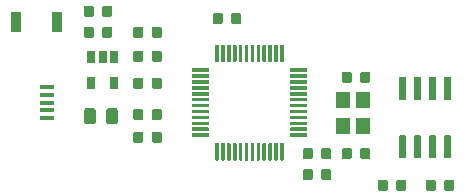
<source format=gbr>
G04 #@! TF.GenerationSoftware,KiCad,Pcbnew,5.1.4+dfsg1-2*
G04 #@! TF.CreationDate,2019-12-30T19:47:55+08:00*
G04 #@! TF.ProjectId,usb2can,75736232-6361-46e2-9e6b-696361645f70,rev?*
G04 #@! TF.SameCoordinates,Original*
G04 #@! TF.FileFunction,Paste,Top*
G04 #@! TF.FilePolarity,Positive*
%FSLAX46Y46*%
G04 Gerber Fmt 4.6, Leading zero omitted, Abs format (unit mm)*
G04 Created by KiCad (PCBNEW 5.1.4+dfsg1-2) date 2019-12-30 19:47:55*
%MOMM*%
%LPD*%
G04 APERTURE LIST*
%ADD10C,0.100000*%
%ADD11C,0.875000*%
%ADD12R,1.200000X1.400000*%
%ADD13R,0.650000X1.060000*%
%ADD14C,0.600000*%
%ADD15C,0.300000*%
%ADD16R,0.900000X1.700000*%
%ADD17R,1.300000X0.450000*%
%ADD18C,0.975000*%
G04 APERTURE END LIST*
D10*
G36*
X51649691Y-58454053D02*
G01*
X51670926Y-58457203D01*
X51691750Y-58462419D01*
X51711962Y-58469651D01*
X51731368Y-58478830D01*
X51749781Y-58489866D01*
X51767024Y-58502654D01*
X51782930Y-58517070D01*
X51797346Y-58532976D01*
X51810134Y-58550219D01*
X51821170Y-58568632D01*
X51830349Y-58588038D01*
X51837581Y-58608250D01*
X51842797Y-58629074D01*
X51845947Y-58650309D01*
X51847000Y-58671750D01*
X51847000Y-59184250D01*
X51845947Y-59205691D01*
X51842797Y-59226926D01*
X51837581Y-59247750D01*
X51830349Y-59267962D01*
X51821170Y-59287368D01*
X51810134Y-59305781D01*
X51797346Y-59323024D01*
X51782930Y-59338930D01*
X51767024Y-59353346D01*
X51749781Y-59366134D01*
X51731368Y-59377170D01*
X51711962Y-59386349D01*
X51691750Y-59393581D01*
X51670926Y-59398797D01*
X51649691Y-59401947D01*
X51628250Y-59403000D01*
X51190750Y-59403000D01*
X51169309Y-59401947D01*
X51148074Y-59398797D01*
X51127250Y-59393581D01*
X51107038Y-59386349D01*
X51087632Y-59377170D01*
X51069219Y-59366134D01*
X51051976Y-59353346D01*
X51036070Y-59338930D01*
X51021654Y-59323024D01*
X51008866Y-59305781D01*
X50997830Y-59287368D01*
X50988651Y-59267962D01*
X50981419Y-59247750D01*
X50976203Y-59226926D01*
X50973053Y-59205691D01*
X50972000Y-59184250D01*
X50972000Y-58671750D01*
X50973053Y-58650309D01*
X50976203Y-58629074D01*
X50981419Y-58608250D01*
X50988651Y-58588038D01*
X50997830Y-58568632D01*
X51008866Y-58550219D01*
X51021654Y-58532976D01*
X51036070Y-58517070D01*
X51051976Y-58502654D01*
X51069219Y-58489866D01*
X51087632Y-58478830D01*
X51107038Y-58469651D01*
X51127250Y-58462419D01*
X51148074Y-58457203D01*
X51169309Y-58454053D01*
X51190750Y-58453000D01*
X51628250Y-58453000D01*
X51649691Y-58454053D01*
X51649691Y-58454053D01*
G37*
D11*
X51409500Y-58928000D03*
D10*
G36*
X53224691Y-58454053D02*
G01*
X53245926Y-58457203D01*
X53266750Y-58462419D01*
X53286962Y-58469651D01*
X53306368Y-58478830D01*
X53324781Y-58489866D01*
X53342024Y-58502654D01*
X53357930Y-58517070D01*
X53372346Y-58532976D01*
X53385134Y-58550219D01*
X53396170Y-58568632D01*
X53405349Y-58588038D01*
X53412581Y-58608250D01*
X53417797Y-58629074D01*
X53420947Y-58650309D01*
X53422000Y-58671750D01*
X53422000Y-59184250D01*
X53420947Y-59205691D01*
X53417797Y-59226926D01*
X53412581Y-59247750D01*
X53405349Y-59267962D01*
X53396170Y-59287368D01*
X53385134Y-59305781D01*
X53372346Y-59323024D01*
X53357930Y-59338930D01*
X53342024Y-59353346D01*
X53324781Y-59366134D01*
X53306368Y-59377170D01*
X53286962Y-59386349D01*
X53266750Y-59393581D01*
X53245926Y-59398797D01*
X53224691Y-59401947D01*
X53203250Y-59403000D01*
X52765750Y-59403000D01*
X52744309Y-59401947D01*
X52723074Y-59398797D01*
X52702250Y-59393581D01*
X52682038Y-59386349D01*
X52662632Y-59377170D01*
X52644219Y-59366134D01*
X52626976Y-59353346D01*
X52611070Y-59338930D01*
X52596654Y-59323024D01*
X52583866Y-59305781D01*
X52572830Y-59287368D01*
X52563651Y-59267962D01*
X52556419Y-59247750D01*
X52551203Y-59226926D01*
X52548053Y-59205691D01*
X52547000Y-59184250D01*
X52547000Y-58671750D01*
X52548053Y-58650309D01*
X52551203Y-58629074D01*
X52556419Y-58608250D01*
X52563651Y-58588038D01*
X52572830Y-58568632D01*
X52583866Y-58550219D01*
X52596654Y-58532976D01*
X52611070Y-58517070D01*
X52626976Y-58502654D01*
X52644219Y-58489866D01*
X52662632Y-58478830D01*
X52682038Y-58469651D01*
X52702250Y-58462419D01*
X52723074Y-58457203D01*
X52744309Y-58454053D01*
X52765750Y-58453000D01*
X53203250Y-58453000D01*
X53224691Y-58454053D01*
X53224691Y-58454053D01*
G37*
D11*
X52984500Y-58928000D03*
D12*
X51093000Y-56599000D03*
X51093000Y-54399000D03*
X52793000Y-54399000D03*
X52793000Y-56599000D03*
D13*
X31684000Y-52916000D03*
X29784000Y-52916000D03*
X29784000Y-50716000D03*
X30734000Y-50716000D03*
X31684000Y-50716000D03*
D10*
G36*
X56298703Y-52430722D02*
G01*
X56313264Y-52432882D01*
X56327543Y-52436459D01*
X56341403Y-52441418D01*
X56354710Y-52447712D01*
X56367336Y-52455280D01*
X56379159Y-52464048D01*
X56390066Y-52473934D01*
X56399952Y-52484841D01*
X56408720Y-52496664D01*
X56416288Y-52509290D01*
X56422582Y-52522597D01*
X56427541Y-52536457D01*
X56431118Y-52550736D01*
X56433278Y-52565297D01*
X56434000Y-52580000D01*
X56434000Y-54230000D01*
X56433278Y-54244703D01*
X56431118Y-54259264D01*
X56427541Y-54273543D01*
X56422582Y-54287403D01*
X56416288Y-54300710D01*
X56408720Y-54313336D01*
X56399952Y-54325159D01*
X56390066Y-54336066D01*
X56379159Y-54345952D01*
X56367336Y-54354720D01*
X56354710Y-54362288D01*
X56341403Y-54368582D01*
X56327543Y-54373541D01*
X56313264Y-54377118D01*
X56298703Y-54379278D01*
X56284000Y-54380000D01*
X55984000Y-54380000D01*
X55969297Y-54379278D01*
X55954736Y-54377118D01*
X55940457Y-54373541D01*
X55926597Y-54368582D01*
X55913290Y-54362288D01*
X55900664Y-54354720D01*
X55888841Y-54345952D01*
X55877934Y-54336066D01*
X55868048Y-54325159D01*
X55859280Y-54313336D01*
X55851712Y-54300710D01*
X55845418Y-54287403D01*
X55840459Y-54273543D01*
X55836882Y-54259264D01*
X55834722Y-54244703D01*
X55834000Y-54230000D01*
X55834000Y-52580000D01*
X55834722Y-52565297D01*
X55836882Y-52550736D01*
X55840459Y-52536457D01*
X55845418Y-52522597D01*
X55851712Y-52509290D01*
X55859280Y-52496664D01*
X55868048Y-52484841D01*
X55877934Y-52473934D01*
X55888841Y-52464048D01*
X55900664Y-52455280D01*
X55913290Y-52447712D01*
X55926597Y-52441418D01*
X55940457Y-52436459D01*
X55954736Y-52432882D01*
X55969297Y-52430722D01*
X55984000Y-52430000D01*
X56284000Y-52430000D01*
X56298703Y-52430722D01*
X56298703Y-52430722D01*
G37*
D14*
X56134000Y-53405000D03*
D10*
G36*
X57568703Y-52430722D02*
G01*
X57583264Y-52432882D01*
X57597543Y-52436459D01*
X57611403Y-52441418D01*
X57624710Y-52447712D01*
X57637336Y-52455280D01*
X57649159Y-52464048D01*
X57660066Y-52473934D01*
X57669952Y-52484841D01*
X57678720Y-52496664D01*
X57686288Y-52509290D01*
X57692582Y-52522597D01*
X57697541Y-52536457D01*
X57701118Y-52550736D01*
X57703278Y-52565297D01*
X57704000Y-52580000D01*
X57704000Y-54230000D01*
X57703278Y-54244703D01*
X57701118Y-54259264D01*
X57697541Y-54273543D01*
X57692582Y-54287403D01*
X57686288Y-54300710D01*
X57678720Y-54313336D01*
X57669952Y-54325159D01*
X57660066Y-54336066D01*
X57649159Y-54345952D01*
X57637336Y-54354720D01*
X57624710Y-54362288D01*
X57611403Y-54368582D01*
X57597543Y-54373541D01*
X57583264Y-54377118D01*
X57568703Y-54379278D01*
X57554000Y-54380000D01*
X57254000Y-54380000D01*
X57239297Y-54379278D01*
X57224736Y-54377118D01*
X57210457Y-54373541D01*
X57196597Y-54368582D01*
X57183290Y-54362288D01*
X57170664Y-54354720D01*
X57158841Y-54345952D01*
X57147934Y-54336066D01*
X57138048Y-54325159D01*
X57129280Y-54313336D01*
X57121712Y-54300710D01*
X57115418Y-54287403D01*
X57110459Y-54273543D01*
X57106882Y-54259264D01*
X57104722Y-54244703D01*
X57104000Y-54230000D01*
X57104000Y-52580000D01*
X57104722Y-52565297D01*
X57106882Y-52550736D01*
X57110459Y-52536457D01*
X57115418Y-52522597D01*
X57121712Y-52509290D01*
X57129280Y-52496664D01*
X57138048Y-52484841D01*
X57147934Y-52473934D01*
X57158841Y-52464048D01*
X57170664Y-52455280D01*
X57183290Y-52447712D01*
X57196597Y-52441418D01*
X57210457Y-52436459D01*
X57224736Y-52432882D01*
X57239297Y-52430722D01*
X57254000Y-52430000D01*
X57554000Y-52430000D01*
X57568703Y-52430722D01*
X57568703Y-52430722D01*
G37*
D14*
X57404000Y-53405000D03*
D10*
G36*
X58838703Y-52430722D02*
G01*
X58853264Y-52432882D01*
X58867543Y-52436459D01*
X58881403Y-52441418D01*
X58894710Y-52447712D01*
X58907336Y-52455280D01*
X58919159Y-52464048D01*
X58930066Y-52473934D01*
X58939952Y-52484841D01*
X58948720Y-52496664D01*
X58956288Y-52509290D01*
X58962582Y-52522597D01*
X58967541Y-52536457D01*
X58971118Y-52550736D01*
X58973278Y-52565297D01*
X58974000Y-52580000D01*
X58974000Y-54230000D01*
X58973278Y-54244703D01*
X58971118Y-54259264D01*
X58967541Y-54273543D01*
X58962582Y-54287403D01*
X58956288Y-54300710D01*
X58948720Y-54313336D01*
X58939952Y-54325159D01*
X58930066Y-54336066D01*
X58919159Y-54345952D01*
X58907336Y-54354720D01*
X58894710Y-54362288D01*
X58881403Y-54368582D01*
X58867543Y-54373541D01*
X58853264Y-54377118D01*
X58838703Y-54379278D01*
X58824000Y-54380000D01*
X58524000Y-54380000D01*
X58509297Y-54379278D01*
X58494736Y-54377118D01*
X58480457Y-54373541D01*
X58466597Y-54368582D01*
X58453290Y-54362288D01*
X58440664Y-54354720D01*
X58428841Y-54345952D01*
X58417934Y-54336066D01*
X58408048Y-54325159D01*
X58399280Y-54313336D01*
X58391712Y-54300710D01*
X58385418Y-54287403D01*
X58380459Y-54273543D01*
X58376882Y-54259264D01*
X58374722Y-54244703D01*
X58374000Y-54230000D01*
X58374000Y-52580000D01*
X58374722Y-52565297D01*
X58376882Y-52550736D01*
X58380459Y-52536457D01*
X58385418Y-52522597D01*
X58391712Y-52509290D01*
X58399280Y-52496664D01*
X58408048Y-52484841D01*
X58417934Y-52473934D01*
X58428841Y-52464048D01*
X58440664Y-52455280D01*
X58453290Y-52447712D01*
X58466597Y-52441418D01*
X58480457Y-52436459D01*
X58494736Y-52432882D01*
X58509297Y-52430722D01*
X58524000Y-52430000D01*
X58824000Y-52430000D01*
X58838703Y-52430722D01*
X58838703Y-52430722D01*
G37*
D14*
X58674000Y-53405000D03*
D10*
G36*
X60108703Y-52430722D02*
G01*
X60123264Y-52432882D01*
X60137543Y-52436459D01*
X60151403Y-52441418D01*
X60164710Y-52447712D01*
X60177336Y-52455280D01*
X60189159Y-52464048D01*
X60200066Y-52473934D01*
X60209952Y-52484841D01*
X60218720Y-52496664D01*
X60226288Y-52509290D01*
X60232582Y-52522597D01*
X60237541Y-52536457D01*
X60241118Y-52550736D01*
X60243278Y-52565297D01*
X60244000Y-52580000D01*
X60244000Y-54230000D01*
X60243278Y-54244703D01*
X60241118Y-54259264D01*
X60237541Y-54273543D01*
X60232582Y-54287403D01*
X60226288Y-54300710D01*
X60218720Y-54313336D01*
X60209952Y-54325159D01*
X60200066Y-54336066D01*
X60189159Y-54345952D01*
X60177336Y-54354720D01*
X60164710Y-54362288D01*
X60151403Y-54368582D01*
X60137543Y-54373541D01*
X60123264Y-54377118D01*
X60108703Y-54379278D01*
X60094000Y-54380000D01*
X59794000Y-54380000D01*
X59779297Y-54379278D01*
X59764736Y-54377118D01*
X59750457Y-54373541D01*
X59736597Y-54368582D01*
X59723290Y-54362288D01*
X59710664Y-54354720D01*
X59698841Y-54345952D01*
X59687934Y-54336066D01*
X59678048Y-54325159D01*
X59669280Y-54313336D01*
X59661712Y-54300710D01*
X59655418Y-54287403D01*
X59650459Y-54273543D01*
X59646882Y-54259264D01*
X59644722Y-54244703D01*
X59644000Y-54230000D01*
X59644000Y-52580000D01*
X59644722Y-52565297D01*
X59646882Y-52550736D01*
X59650459Y-52536457D01*
X59655418Y-52522597D01*
X59661712Y-52509290D01*
X59669280Y-52496664D01*
X59678048Y-52484841D01*
X59687934Y-52473934D01*
X59698841Y-52464048D01*
X59710664Y-52455280D01*
X59723290Y-52447712D01*
X59736597Y-52441418D01*
X59750457Y-52436459D01*
X59764736Y-52432882D01*
X59779297Y-52430722D01*
X59794000Y-52430000D01*
X60094000Y-52430000D01*
X60108703Y-52430722D01*
X60108703Y-52430722D01*
G37*
D14*
X59944000Y-53405000D03*
D10*
G36*
X60108703Y-57380722D02*
G01*
X60123264Y-57382882D01*
X60137543Y-57386459D01*
X60151403Y-57391418D01*
X60164710Y-57397712D01*
X60177336Y-57405280D01*
X60189159Y-57414048D01*
X60200066Y-57423934D01*
X60209952Y-57434841D01*
X60218720Y-57446664D01*
X60226288Y-57459290D01*
X60232582Y-57472597D01*
X60237541Y-57486457D01*
X60241118Y-57500736D01*
X60243278Y-57515297D01*
X60244000Y-57530000D01*
X60244000Y-59180000D01*
X60243278Y-59194703D01*
X60241118Y-59209264D01*
X60237541Y-59223543D01*
X60232582Y-59237403D01*
X60226288Y-59250710D01*
X60218720Y-59263336D01*
X60209952Y-59275159D01*
X60200066Y-59286066D01*
X60189159Y-59295952D01*
X60177336Y-59304720D01*
X60164710Y-59312288D01*
X60151403Y-59318582D01*
X60137543Y-59323541D01*
X60123264Y-59327118D01*
X60108703Y-59329278D01*
X60094000Y-59330000D01*
X59794000Y-59330000D01*
X59779297Y-59329278D01*
X59764736Y-59327118D01*
X59750457Y-59323541D01*
X59736597Y-59318582D01*
X59723290Y-59312288D01*
X59710664Y-59304720D01*
X59698841Y-59295952D01*
X59687934Y-59286066D01*
X59678048Y-59275159D01*
X59669280Y-59263336D01*
X59661712Y-59250710D01*
X59655418Y-59237403D01*
X59650459Y-59223543D01*
X59646882Y-59209264D01*
X59644722Y-59194703D01*
X59644000Y-59180000D01*
X59644000Y-57530000D01*
X59644722Y-57515297D01*
X59646882Y-57500736D01*
X59650459Y-57486457D01*
X59655418Y-57472597D01*
X59661712Y-57459290D01*
X59669280Y-57446664D01*
X59678048Y-57434841D01*
X59687934Y-57423934D01*
X59698841Y-57414048D01*
X59710664Y-57405280D01*
X59723290Y-57397712D01*
X59736597Y-57391418D01*
X59750457Y-57386459D01*
X59764736Y-57382882D01*
X59779297Y-57380722D01*
X59794000Y-57380000D01*
X60094000Y-57380000D01*
X60108703Y-57380722D01*
X60108703Y-57380722D01*
G37*
D14*
X59944000Y-58355000D03*
D10*
G36*
X58838703Y-57380722D02*
G01*
X58853264Y-57382882D01*
X58867543Y-57386459D01*
X58881403Y-57391418D01*
X58894710Y-57397712D01*
X58907336Y-57405280D01*
X58919159Y-57414048D01*
X58930066Y-57423934D01*
X58939952Y-57434841D01*
X58948720Y-57446664D01*
X58956288Y-57459290D01*
X58962582Y-57472597D01*
X58967541Y-57486457D01*
X58971118Y-57500736D01*
X58973278Y-57515297D01*
X58974000Y-57530000D01*
X58974000Y-59180000D01*
X58973278Y-59194703D01*
X58971118Y-59209264D01*
X58967541Y-59223543D01*
X58962582Y-59237403D01*
X58956288Y-59250710D01*
X58948720Y-59263336D01*
X58939952Y-59275159D01*
X58930066Y-59286066D01*
X58919159Y-59295952D01*
X58907336Y-59304720D01*
X58894710Y-59312288D01*
X58881403Y-59318582D01*
X58867543Y-59323541D01*
X58853264Y-59327118D01*
X58838703Y-59329278D01*
X58824000Y-59330000D01*
X58524000Y-59330000D01*
X58509297Y-59329278D01*
X58494736Y-59327118D01*
X58480457Y-59323541D01*
X58466597Y-59318582D01*
X58453290Y-59312288D01*
X58440664Y-59304720D01*
X58428841Y-59295952D01*
X58417934Y-59286066D01*
X58408048Y-59275159D01*
X58399280Y-59263336D01*
X58391712Y-59250710D01*
X58385418Y-59237403D01*
X58380459Y-59223543D01*
X58376882Y-59209264D01*
X58374722Y-59194703D01*
X58374000Y-59180000D01*
X58374000Y-57530000D01*
X58374722Y-57515297D01*
X58376882Y-57500736D01*
X58380459Y-57486457D01*
X58385418Y-57472597D01*
X58391712Y-57459290D01*
X58399280Y-57446664D01*
X58408048Y-57434841D01*
X58417934Y-57423934D01*
X58428841Y-57414048D01*
X58440664Y-57405280D01*
X58453290Y-57397712D01*
X58466597Y-57391418D01*
X58480457Y-57386459D01*
X58494736Y-57382882D01*
X58509297Y-57380722D01*
X58524000Y-57380000D01*
X58824000Y-57380000D01*
X58838703Y-57380722D01*
X58838703Y-57380722D01*
G37*
D14*
X58674000Y-58355000D03*
D10*
G36*
X57568703Y-57380722D02*
G01*
X57583264Y-57382882D01*
X57597543Y-57386459D01*
X57611403Y-57391418D01*
X57624710Y-57397712D01*
X57637336Y-57405280D01*
X57649159Y-57414048D01*
X57660066Y-57423934D01*
X57669952Y-57434841D01*
X57678720Y-57446664D01*
X57686288Y-57459290D01*
X57692582Y-57472597D01*
X57697541Y-57486457D01*
X57701118Y-57500736D01*
X57703278Y-57515297D01*
X57704000Y-57530000D01*
X57704000Y-59180000D01*
X57703278Y-59194703D01*
X57701118Y-59209264D01*
X57697541Y-59223543D01*
X57692582Y-59237403D01*
X57686288Y-59250710D01*
X57678720Y-59263336D01*
X57669952Y-59275159D01*
X57660066Y-59286066D01*
X57649159Y-59295952D01*
X57637336Y-59304720D01*
X57624710Y-59312288D01*
X57611403Y-59318582D01*
X57597543Y-59323541D01*
X57583264Y-59327118D01*
X57568703Y-59329278D01*
X57554000Y-59330000D01*
X57254000Y-59330000D01*
X57239297Y-59329278D01*
X57224736Y-59327118D01*
X57210457Y-59323541D01*
X57196597Y-59318582D01*
X57183290Y-59312288D01*
X57170664Y-59304720D01*
X57158841Y-59295952D01*
X57147934Y-59286066D01*
X57138048Y-59275159D01*
X57129280Y-59263336D01*
X57121712Y-59250710D01*
X57115418Y-59237403D01*
X57110459Y-59223543D01*
X57106882Y-59209264D01*
X57104722Y-59194703D01*
X57104000Y-59180000D01*
X57104000Y-57530000D01*
X57104722Y-57515297D01*
X57106882Y-57500736D01*
X57110459Y-57486457D01*
X57115418Y-57472597D01*
X57121712Y-57459290D01*
X57129280Y-57446664D01*
X57138048Y-57434841D01*
X57147934Y-57423934D01*
X57158841Y-57414048D01*
X57170664Y-57405280D01*
X57183290Y-57397712D01*
X57196597Y-57391418D01*
X57210457Y-57386459D01*
X57224736Y-57382882D01*
X57239297Y-57380722D01*
X57254000Y-57380000D01*
X57554000Y-57380000D01*
X57568703Y-57380722D01*
X57568703Y-57380722D01*
G37*
D14*
X57404000Y-58355000D03*
D10*
G36*
X56298703Y-57380722D02*
G01*
X56313264Y-57382882D01*
X56327543Y-57386459D01*
X56341403Y-57391418D01*
X56354710Y-57397712D01*
X56367336Y-57405280D01*
X56379159Y-57414048D01*
X56390066Y-57423934D01*
X56399952Y-57434841D01*
X56408720Y-57446664D01*
X56416288Y-57459290D01*
X56422582Y-57472597D01*
X56427541Y-57486457D01*
X56431118Y-57500736D01*
X56433278Y-57515297D01*
X56434000Y-57530000D01*
X56434000Y-59180000D01*
X56433278Y-59194703D01*
X56431118Y-59209264D01*
X56427541Y-59223543D01*
X56422582Y-59237403D01*
X56416288Y-59250710D01*
X56408720Y-59263336D01*
X56399952Y-59275159D01*
X56390066Y-59286066D01*
X56379159Y-59295952D01*
X56367336Y-59304720D01*
X56354710Y-59312288D01*
X56341403Y-59318582D01*
X56327543Y-59323541D01*
X56313264Y-59327118D01*
X56298703Y-59329278D01*
X56284000Y-59330000D01*
X55984000Y-59330000D01*
X55969297Y-59329278D01*
X55954736Y-59327118D01*
X55940457Y-59323541D01*
X55926597Y-59318582D01*
X55913290Y-59312288D01*
X55900664Y-59304720D01*
X55888841Y-59295952D01*
X55877934Y-59286066D01*
X55868048Y-59275159D01*
X55859280Y-59263336D01*
X55851712Y-59250710D01*
X55845418Y-59237403D01*
X55840459Y-59223543D01*
X55836882Y-59209264D01*
X55834722Y-59194703D01*
X55834000Y-59180000D01*
X55834000Y-57530000D01*
X55834722Y-57515297D01*
X55836882Y-57500736D01*
X55840459Y-57486457D01*
X55845418Y-57472597D01*
X55851712Y-57459290D01*
X55859280Y-57446664D01*
X55868048Y-57434841D01*
X55877934Y-57423934D01*
X55888841Y-57414048D01*
X55900664Y-57405280D01*
X55913290Y-57397712D01*
X55926597Y-57391418D01*
X55940457Y-57386459D01*
X55954736Y-57382882D01*
X55969297Y-57380722D01*
X55984000Y-57380000D01*
X56284000Y-57380000D01*
X56298703Y-57380722D01*
X56298703Y-57380722D01*
G37*
D14*
X56134000Y-58355000D03*
D10*
G36*
X46012351Y-58035361D02*
G01*
X46019632Y-58036441D01*
X46026771Y-58038229D01*
X46033701Y-58040709D01*
X46040355Y-58043856D01*
X46046668Y-58047640D01*
X46052579Y-58052024D01*
X46058033Y-58056967D01*
X46062976Y-58062421D01*
X46067360Y-58068332D01*
X46071144Y-58074645D01*
X46074291Y-58081299D01*
X46076771Y-58088229D01*
X46078559Y-58095368D01*
X46079639Y-58102649D01*
X46080000Y-58110000D01*
X46080000Y-59435000D01*
X46079639Y-59442351D01*
X46078559Y-59449632D01*
X46076771Y-59456771D01*
X46074291Y-59463701D01*
X46071144Y-59470355D01*
X46067360Y-59476668D01*
X46062976Y-59482579D01*
X46058033Y-59488033D01*
X46052579Y-59492976D01*
X46046668Y-59497360D01*
X46040355Y-59501144D01*
X46033701Y-59504291D01*
X46026771Y-59506771D01*
X46019632Y-59508559D01*
X46012351Y-59509639D01*
X46005000Y-59510000D01*
X45855000Y-59510000D01*
X45847649Y-59509639D01*
X45840368Y-59508559D01*
X45833229Y-59506771D01*
X45826299Y-59504291D01*
X45819645Y-59501144D01*
X45813332Y-59497360D01*
X45807421Y-59492976D01*
X45801967Y-59488033D01*
X45797024Y-59482579D01*
X45792640Y-59476668D01*
X45788856Y-59470355D01*
X45785709Y-59463701D01*
X45783229Y-59456771D01*
X45781441Y-59449632D01*
X45780361Y-59442351D01*
X45780000Y-59435000D01*
X45780000Y-58110000D01*
X45780361Y-58102649D01*
X45781441Y-58095368D01*
X45783229Y-58088229D01*
X45785709Y-58081299D01*
X45788856Y-58074645D01*
X45792640Y-58068332D01*
X45797024Y-58062421D01*
X45801967Y-58056967D01*
X45807421Y-58052024D01*
X45813332Y-58047640D01*
X45819645Y-58043856D01*
X45826299Y-58040709D01*
X45833229Y-58038229D01*
X45840368Y-58036441D01*
X45847649Y-58035361D01*
X45855000Y-58035000D01*
X46005000Y-58035000D01*
X46012351Y-58035361D01*
X46012351Y-58035361D01*
G37*
D15*
X45930000Y-58772500D03*
D10*
G36*
X45512351Y-58035361D02*
G01*
X45519632Y-58036441D01*
X45526771Y-58038229D01*
X45533701Y-58040709D01*
X45540355Y-58043856D01*
X45546668Y-58047640D01*
X45552579Y-58052024D01*
X45558033Y-58056967D01*
X45562976Y-58062421D01*
X45567360Y-58068332D01*
X45571144Y-58074645D01*
X45574291Y-58081299D01*
X45576771Y-58088229D01*
X45578559Y-58095368D01*
X45579639Y-58102649D01*
X45580000Y-58110000D01*
X45580000Y-59435000D01*
X45579639Y-59442351D01*
X45578559Y-59449632D01*
X45576771Y-59456771D01*
X45574291Y-59463701D01*
X45571144Y-59470355D01*
X45567360Y-59476668D01*
X45562976Y-59482579D01*
X45558033Y-59488033D01*
X45552579Y-59492976D01*
X45546668Y-59497360D01*
X45540355Y-59501144D01*
X45533701Y-59504291D01*
X45526771Y-59506771D01*
X45519632Y-59508559D01*
X45512351Y-59509639D01*
X45505000Y-59510000D01*
X45355000Y-59510000D01*
X45347649Y-59509639D01*
X45340368Y-59508559D01*
X45333229Y-59506771D01*
X45326299Y-59504291D01*
X45319645Y-59501144D01*
X45313332Y-59497360D01*
X45307421Y-59492976D01*
X45301967Y-59488033D01*
X45297024Y-59482579D01*
X45292640Y-59476668D01*
X45288856Y-59470355D01*
X45285709Y-59463701D01*
X45283229Y-59456771D01*
X45281441Y-59449632D01*
X45280361Y-59442351D01*
X45280000Y-59435000D01*
X45280000Y-58110000D01*
X45280361Y-58102649D01*
X45281441Y-58095368D01*
X45283229Y-58088229D01*
X45285709Y-58081299D01*
X45288856Y-58074645D01*
X45292640Y-58068332D01*
X45297024Y-58062421D01*
X45301967Y-58056967D01*
X45307421Y-58052024D01*
X45313332Y-58047640D01*
X45319645Y-58043856D01*
X45326299Y-58040709D01*
X45333229Y-58038229D01*
X45340368Y-58036441D01*
X45347649Y-58035361D01*
X45355000Y-58035000D01*
X45505000Y-58035000D01*
X45512351Y-58035361D01*
X45512351Y-58035361D01*
G37*
D15*
X45430000Y-58772500D03*
D10*
G36*
X45012351Y-58035361D02*
G01*
X45019632Y-58036441D01*
X45026771Y-58038229D01*
X45033701Y-58040709D01*
X45040355Y-58043856D01*
X45046668Y-58047640D01*
X45052579Y-58052024D01*
X45058033Y-58056967D01*
X45062976Y-58062421D01*
X45067360Y-58068332D01*
X45071144Y-58074645D01*
X45074291Y-58081299D01*
X45076771Y-58088229D01*
X45078559Y-58095368D01*
X45079639Y-58102649D01*
X45080000Y-58110000D01*
X45080000Y-59435000D01*
X45079639Y-59442351D01*
X45078559Y-59449632D01*
X45076771Y-59456771D01*
X45074291Y-59463701D01*
X45071144Y-59470355D01*
X45067360Y-59476668D01*
X45062976Y-59482579D01*
X45058033Y-59488033D01*
X45052579Y-59492976D01*
X45046668Y-59497360D01*
X45040355Y-59501144D01*
X45033701Y-59504291D01*
X45026771Y-59506771D01*
X45019632Y-59508559D01*
X45012351Y-59509639D01*
X45005000Y-59510000D01*
X44855000Y-59510000D01*
X44847649Y-59509639D01*
X44840368Y-59508559D01*
X44833229Y-59506771D01*
X44826299Y-59504291D01*
X44819645Y-59501144D01*
X44813332Y-59497360D01*
X44807421Y-59492976D01*
X44801967Y-59488033D01*
X44797024Y-59482579D01*
X44792640Y-59476668D01*
X44788856Y-59470355D01*
X44785709Y-59463701D01*
X44783229Y-59456771D01*
X44781441Y-59449632D01*
X44780361Y-59442351D01*
X44780000Y-59435000D01*
X44780000Y-58110000D01*
X44780361Y-58102649D01*
X44781441Y-58095368D01*
X44783229Y-58088229D01*
X44785709Y-58081299D01*
X44788856Y-58074645D01*
X44792640Y-58068332D01*
X44797024Y-58062421D01*
X44801967Y-58056967D01*
X44807421Y-58052024D01*
X44813332Y-58047640D01*
X44819645Y-58043856D01*
X44826299Y-58040709D01*
X44833229Y-58038229D01*
X44840368Y-58036441D01*
X44847649Y-58035361D01*
X44855000Y-58035000D01*
X45005000Y-58035000D01*
X45012351Y-58035361D01*
X45012351Y-58035361D01*
G37*
D15*
X44930000Y-58772500D03*
D10*
G36*
X44512351Y-58035361D02*
G01*
X44519632Y-58036441D01*
X44526771Y-58038229D01*
X44533701Y-58040709D01*
X44540355Y-58043856D01*
X44546668Y-58047640D01*
X44552579Y-58052024D01*
X44558033Y-58056967D01*
X44562976Y-58062421D01*
X44567360Y-58068332D01*
X44571144Y-58074645D01*
X44574291Y-58081299D01*
X44576771Y-58088229D01*
X44578559Y-58095368D01*
X44579639Y-58102649D01*
X44580000Y-58110000D01*
X44580000Y-59435000D01*
X44579639Y-59442351D01*
X44578559Y-59449632D01*
X44576771Y-59456771D01*
X44574291Y-59463701D01*
X44571144Y-59470355D01*
X44567360Y-59476668D01*
X44562976Y-59482579D01*
X44558033Y-59488033D01*
X44552579Y-59492976D01*
X44546668Y-59497360D01*
X44540355Y-59501144D01*
X44533701Y-59504291D01*
X44526771Y-59506771D01*
X44519632Y-59508559D01*
X44512351Y-59509639D01*
X44505000Y-59510000D01*
X44355000Y-59510000D01*
X44347649Y-59509639D01*
X44340368Y-59508559D01*
X44333229Y-59506771D01*
X44326299Y-59504291D01*
X44319645Y-59501144D01*
X44313332Y-59497360D01*
X44307421Y-59492976D01*
X44301967Y-59488033D01*
X44297024Y-59482579D01*
X44292640Y-59476668D01*
X44288856Y-59470355D01*
X44285709Y-59463701D01*
X44283229Y-59456771D01*
X44281441Y-59449632D01*
X44280361Y-59442351D01*
X44280000Y-59435000D01*
X44280000Y-58110000D01*
X44280361Y-58102649D01*
X44281441Y-58095368D01*
X44283229Y-58088229D01*
X44285709Y-58081299D01*
X44288856Y-58074645D01*
X44292640Y-58068332D01*
X44297024Y-58062421D01*
X44301967Y-58056967D01*
X44307421Y-58052024D01*
X44313332Y-58047640D01*
X44319645Y-58043856D01*
X44326299Y-58040709D01*
X44333229Y-58038229D01*
X44340368Y-58036441D01*
X44347649Y-58035361D01*
X44355000Y-58035000D01*
X44505000Y-58035000D01*
X44512351Y-58035361D01*
X44512351Y-58035361D01*
G37*
D15*
X44430000Y-58772500D03*
D10*
G36*
X44012351Y-58035361D02*
G01*
X44019632Y-58036441D01*
X44026771Y-58038229D01*
X44033701Y-58040709D01*
X44040355Y-58043856D01*
X44046668Y-58047640D01*
X44052579Y-58052024D01*
X44058033Y-58056967D01*
X44062976Y-58062421D01*
X44067360Y-58068332D01*
X44071144Y-58074645D01*
X44074291Y-58081299D01*
X44076771Y-58088229D01*
X44078559Y-58095368D01*
X44079639Y-58102649D01*
X44080000Y-58110000D01*
X44080000Y-59435000D01*
X44079639Y-59442351D01*
X44078559Y-59449632D01*
X44076771Y-59456771D01*
X44074291Y-59463701D01*
X44071144Y-59470355D01*
X44067360Y-59476668D01*
X44062976Y-59482579D01*
X44058033Y-59488033D01*
X44052579Y-59492976D01*
X44046668Y-59497360D01*
X44040355Y-59501144D01*
X44033701Y-59504291D01*
X44026771Y-59506771D01*
X44019632Y-59508559D01*
X44012351Y-59509639D01*
X44005000Y-59510000D01*
X43855000Y-59510000D01*
X43847649Y-59509639D01*
X43840368Y-59508559D01*
X43833229Y-59506771D01*
X43826299Y-59504291D01*
X43819645Y-59501144D01*
X43813332Y-59497360D01*
X43807421Y-59492976D01*
X43801967Y-59488033D01*
X43797024Y-59482579D01*
X43792640Y-59476668D01*
X43788856Y-59470355D01*
X43785709Y-59463701D01*
X43783229Y-59456771D01*
X43781441Y-59449632D01*
X43780361Y-59442351D01*
X43780000Y-59435000D01*
X43780000Y-58110000D01*
X43780361Y-58102649D01*
X43781441Y-58095368D01*
X43783229Y-58088229D01*
X43785709Y-58081299D01*
X43788856Y-58074645D01*
X43792640Y-58068332D01*
X43797024Y-58062421D01*
X43801967Y-58056967D01*
X43807421Y-58052024D01*
X43813332Y-58047640D01*
X43819645Y-58043856D01*
X43826299Y-58040709D01*
X43833229Y-58038229D01*
X43840368Y-58036441D01*
X43847649Y-58035361D01*
X43855000Y-58035000D01*
X44005000Y-58035000D01*
X44012351Y-58035361D01*
X44012351Y-58035361D01*
G37*
D15*
X43930000Y-58772500D03*
D10*
G36*
X43512351Y-58035361D02*
G01*
X43519632Y-58036441D01*
X43526771Y-58038229D01*
X43533701Y-58040709D01*
X43540355Y-58043856D01*
X43546668Y-58047640D01*
X43552579Y-58052024D01*
X43558033Y-58056967D01*
X43562976Y-58062421D01*
X43567360Y-58068332D01*
X43571144Y-58074645D01*
X43574291Y-58081299D01*
X43576771Y-58088229D01*
X43578559Y-58095368D01*
X43579639Y-58102649D01*
X43580000Y-58110000D01*
X43580000Y-59435000D01*
X43579639Y-59442351D01*
X43578559Y-59449632D01*
X43576771Y-59456771D01*
X43574291Y-59463701D01*
X43571144Y-59470355D01*
X43567360Y-59476668D01*
X43562976Y-59482579D01*
X43558033Y-59488033D01*
X43552579Y-59492976D01*
X43546668Y-59497360D01*
X43540355Y-59501144D01*
X43533701Y-59504291D01*
X43526771Y-59506771D01*
X43519632Y-59508559D01*
X43512351Y-59509639D01*
X43505000Y-59510000D01*
X43355000Y-59510000D01*
X43347649Y-59509639D01*
X43340368Y-59508559D01*
X43333229Y-59506771D01*
X43326299Y-59504291D01*
X43319645Y-59501144D01*
X43313332Y-59497360D01*
X43307421Y-59492976D01*
X43301967Y-59488033D01*
X43297024Y-59482579D01*
X43292640Y-59476668D01*
X43288856Y-59470355D01*
X43285709Y-59463701D01*
X43283229Y-59456771D01*
X43281441Y-59449632D01*
X43280361Y-59442351D01*
X43280000Y-59435000D01*
X43280000Y-58110000D01*
X43280361Y-58102649D01*
X43281441Y-58095368D01*
X43283229Y-58088229D01*
X43285709Y-58081299D01*
X43288856Y-58074645D01*
X43292640Y-58068332D01*
X43297024Y-58062421D01*
X43301967Y-58056967D01*
X43307421Y-58052024D01*
X43313332Y-58047640D01*
X43319645Y-58043856D01*
X43326299Y-58040709D01*
X43333229Y-58038229D01*
X43340368Y-58036441D01*
X43347649Y-58035361D01*
X43355000Y-58035000D01*
X43505000Y-58035000D01*
X43512351Y-58035361D01*
X43512351Y-58035361D01*
G37*
D15*
X43430000Y-58772500D03*
D10*
G36*
X43012351Y-58035361D02*
G01*
X43019632Y-58036441D01*
X43026771Y-58038229D01*
X43033701Y-58040709D01*
X43040355Y-58043856D01*
X43046668Y-58047640D01*
X43052579Y-58052024D01*
X43058033Y-58056967D01*
X43062976Y-58062421D01*
X43067360Y-58068332D01*
X43071144Y-58074645D01*
X43074291Y-58081299D01*
X43076771Y-58088229D01*
X43078559Y-58095368D01*
X43079639Y-58102649D01*
X43080000Y-58110000D01*
X43080000Y-59435000D01*
X43079639Y-59442351D01*
X43078559Y-59449632D01*
X43076771Y-59456771D01*
X43074291Y-59463701D01*
X43071144Y-59470355D01*
X43067360Y-59476668D01*
X43062976Y-59482579D01*
X43058033Y-59488033D01*
X43052579Y-59492976D01*
X43046668Y-59497360D01*
X43040355Y-59501144D01*
X43033701Y-59504291D01*
X43026771Y-59506771D01*
X43019632Y-59508559D01*
X43012351Y-59509639D01*
X43005000Y-59510000D01*
X42855000Y-59510000D01*
X42847649Y-59509639D01*
X42840368Y-59508559D01*
X42833229Y-59506771D01*
X42826299Y-59504291D01*
X42819645Y-59501144D01*
X42813332Y-59497360D01*
X42807421Y-59492976D01*
X42801967Y-59488033D01*
X42797024Y-59482579D01*
X42792640Y-59476668D01*
X42788856Y-59470355D01*
X42785709Y-59463701D01*
X42783229Y-59456771D01*
X42781441Y-59449632D01*
X42780361Y-59442351D01*
X42780000Y-59435000D01*
X42780000Y-58110000D01*
X42780361Y-58102649D01*
X42781441Y-58095368D01*
X42783229Y-58088229D01*
X42785709Y-58081299D01*
X42788856Y-58074645D01*
X42792640Y-58068332D01*
X42797024Y-58062421D01*
X42801967Y-58056967D01*
X42807421Y-58052024D01*
X42813332Y-58047640D01*
X42819645Y-58043856D01*
X42826299Y-58040709D01*
X42833229Y-58038229D01*
X42840368Y-58036441D01*
X42847649Y-58035361D01*
X42855000Y-58035000D01*
X43005000Y-58035000D01*
X43012351Y-58035361D01*
X43012351Y-58035361D01*
G37*
D15*
X42930000Y-58772500D03*
D10*
G36*
X42512351Y-58035361D02*
G01*
X42519632Y-58036441D01*
X42526771Y-58038229D01*
X42533701Y-58040709D01*
X42540355Y-58043856D01*
X42546668Y-58047640D01*
X42552579Y-58052024D01*
X42558033Y-58056967D01*
X42562976Y-58062421D01*
X42567360Y-58068332D01*
X42571144Y-58074645D01*
X42574291Y-58081299D01*
X42576771Y-58088229D01*
X42578559Y-58095368D01*
X42579639Y-58102649D01*
X42580000Y-58110000D01*
X42580000Y-59435000D01*
X42579639Y-59442351D01*
X42578559Y-59449632D01*
X42576771Y-59456771D01*
X42574291Y-59463701D01*
X42571144Y-59470355D01*
X42567360Y-59476668D01*
X42562976Y-59482579D01*
X42558033Y-59488033D01*
X42552579Y-59492976D01*
X42546668Y-59497360D01*
X42540355Y-59501144D01*
X42533701Y-59504291D01*
X42526771Y-59506771D01*
X42519632Y-59508559D01*
X42512351Y-59509639D01*
X42505000Y-59510000D01*
X42355000Y-59510000D01*
X42347649Y-59509639D01*
X42340368Y-59508559D01*
X42333229Y-59506771D01*
X42326299Y-59504291D01*
X42319645Y-59501144D01*
X42313332Y-59497360D01*
X42307421Y-59492976D01*
X42301967Y-59488033D01*
X42297024Y-59482579D01*
X42292640Y-59476668D01*
X42288856Y-59470355D01*
X42285709Y-59463701D01*
X42283229Y-59456771D01*
X42281441Y-59449632D01*
X42280361Y-59442351D01*
X42280000Y-59435000D01*
X42280000Y-58110000D01*
X42280361Y-58102649D01*
X42281441Y-58095368D01*
X42283229Y-58088229D01*
X42285709Y-58081299D01*
X42288856Y-58074645D01*
X42292640Y-58068332D01*
X42297024Y-58062421D01*
X42301967Y-58056967D01*
X42307421Y-58052024D01*
X42313332Y-58047640D01*
X42319645Y-58043856D01*
X42326299Y-58040709D01*
X42333229Y-58038229D01*
X42340368Y-58036441D01*
X42347649Y-58035361D01*
X42355000Y-58035000D01*
X42505000Y-58035000D01*
X42512351Y-58035361D01*
X42512351Y-58035361D01*
G37*
D15*
X42430000Y-58772500D03*
D10*
G36*
X42012351Y-58035361D02*
G01*
X42019632Y-58036441D01*
X42026771Y-58038229D01*
X42033701Y-58040709D01*
X42040355Y-58043856D01*
X42046668Y-58047640D01*
X42052579Y-58052024D01*
X42058033Y-58056967D01*
X42062976Y-58062421D01*
X42067360Y-58068332D01*
X42071144Y-58074645D01*
X42074291Y-58081299D01*
X42076771Y-58088229D01*
X42078559Y-58095368D01*
X42079639Y-58102649D01*
X42080000Y-58110000D01*
X42080000Y-59435000D01*
X42079639Y-59442351D01*
X42078559Y-59449632D01*
X42076771Y-59456771D01*
X42074291Y-59463701D01*
X42071144Y-59470355D01*
X42067360Y-59476668D01*
X42062976Y-59482579D01*
X42058033Y-59488033D01*
X42052579Y-59492976D01*
X42046668Y-59497360D01*
X42040355Y-59501144D01*
X42033701Y-59504291D01*
X42026771Y-59506771D01*
X42019632Y-59508559D01*
X42012351Y-59509639D01*
X42005000Y-59510000D01*
X41855000Y-59510000D01*
X41847649Y-59509639D01*
X41840368Y-59508559D01*
X41833229Y-59506771D01*
X41826299Y-59504291D01*
X41819645Y-59501144D01*
X41813332Y-59497360D01*
X41807421Y-59492976D01*
X41801967Y-59488033D01*
X41797024Y-59482579D01*
X41792640Y-59476668D01*
X41788856Y-59470355D01*
X41785709Y-59463701D01*
X41783229Y-59456771D01*
X41781441Y-59449632D01*
X41780361Y-59442351D01*
X41780000Y-59435000D01*
X41780000Y-58110000D01*
X41780361Y-58102649D01*
X41781441Y-58095368D01*
X41783229Y-58088229D01*
X41785709Y-58081299D01*
X41788856Y-58074645D01*
X41792640Y-58068332D01*
X41797024Y-58062421D01*
X41801967Y-58056967D01*
X41807421Y-58052024D01*
X41813332Y-58047640D01*
X41819645Y-58043856D01*
X41826299Y-58040709D01*
X41833229Y-58038229D01*
X41840368Y-58036441D01*
X41847649Y-58035361D01*
X41855000Y-58035000D01*
X42005000Y-58035000D01*
X42012351Y-58035361D01*
X42012351Y-58035361D01*
G37*
D15*
X41930000Y-58772500D03*
D10*
G36*
X41512351Y-58035361D02*
G01*
X41519632Y-58036441D01*
X41526771Y-58038229D01*
X41533701Y-58040709D01*
X41540355Y-58043856D01*
X41546668Y-58047640D01*
X41552579Y-58052024D01*
X41558033Y-58056967D01*
X41562976Y-58062421D01*
X41567360Y-58068332D01*
X41571144Y-58074645D01*
X41574291Y-58081299D01*
X41576771Y-58088229D01*
X41578559Y-58095368D01*
X41579639Y-58102649D01*
X41580000Y-58110000D01*
X41580000Y-59435000D01*
X41579639Y-59442351D01*
X41578559Y-59449632D01*
X41576771Y-59456771D01*
X41574291Y-59463701D01*
X41571144Y-59470355D01*
X41567360Y-59476668D01*
X41562976Y-59482579D01*
X41558033Y-59488033D01*
X41552579Y-59492976D01*
X41546668Y-59497360D01*
X41540355Y-59501144D01*
X41533701Y-59504291D01*
X41526771Y-59506771D01*
X41519632Y-59508559D01*
X41512351Y-59509639D01*
X41505000Y-59510000D01*
X41355000Y-59510000D01*
X41347649Y-59509639D01*
X41340368Y-59508559D01*
X41333229Y-59506771D01*
X41326299Y-59504291D01*
X41319645Y-59501144D01*
X41313332Y-59497360D01*
X41307421Y-59492976D01*
X41301967Y-59488033D01*
X41297024Y-59482579D01*
X41292640Y-59476668D01*
X41288856Y-59470355D01*
X41285709Y-59463701D01*
X41283229Y-59456771D01*
X41281441Y-59449632D01*
X41280361Y-59442351D01*
X41280000Y-59435000D01*
X41280000Y-58110000D01*
X41280361Y-58102649D01*
X41281441Y-58095368D01*
X41283229Y-58088229D01*
X41285709Y-58081299D01*
X41288856Y-58074645D01*
X41292640Y-58068332D01*
X41297024Y-58062421D01*
X41301967Y-58056967D01*
X41307421Y-58052024D01*
X41313332Y-58047640D01*
X41319645Y-58043856D01*
X41326299Y-58040709D01*
X41333229Y-58038229D01*
X41340368Y-58036441D01*
X41347649Y-58035361D01*
X41355000Y-58035000D01*
X41505000Y-58035000D01*
X41512351Y-58035361D01*
X41512351Y-58035361D01*
G37*
D15*
X41430000Y-58772500D03*
D10*
G36*
X41012351Y-58035361D02*
G01*
X41019632Y-58036441D01*
X41026771Y-58038229D01*
X41033701Y-58040709D01*
X41040355Y-58043856D01*
X41046668Y-58047640D01*
X41052579Y-58052024D01*
X41058033Y-58056967D01*
X41062976Y-58062421D01*
X41067360Y-58068332D01*
X41071144Y-58074645D01*
X41074291Y-58081299D01*
X41076771Y-58088229D01*
X41078559Y-58095368D01*
X41079639Y-58102649D01*
X41080000Y-58110000D01*
X41080000Y-59435000D01*
X41079639Y-59442351D01*
X41078559Y-59449632D01*
X41076771Y-59456771D01*
X41074291Y-59463701D01*
X41071144Y-59470355D01*
X41067360Y-59476668D01*
X41062976Y-59482579D01*
X41058033Y-59488033D01*
X41052579Y-59492976D01*
X41046668Y-59497360D01*
X41040355Y-59501144D01*
X41033701Y-59504291D01*
X41026771Y-59506771D01*
X41019632Y-59508559D01*
X41012351Y-59509639D01*
X41005000Y-59510000D01*
X40855000Y-59510000D01*
X40847649Y-59509639D01*
X40840368Y-59508559D01*
X40833229Y-59506771D01*
X40826299Y-59504291D01*
X40819645Y-59501144D01*
X40813332Y-59497360D01*
X40807421Y-59492976D01*
X40801967Y-59488033D01*
X40797024Y-59482579D01*
X40792640Y-59476668D01*
X40788856Y-59470355D01*
X40785709Y-59463701D01*
X40783229Y-59456771D01*
X40781441Y-59449632D01*
X40780361Y-59442351D01*
X40780000Y-59435000D01*
X40780000Y-58110000D01*
X40780361Y-58102649D01*
X40781441Y-58095368D01*
X40783229Y-58088229D01*
X40785709Y-58081299D01*
X40788856Y-58074645D01*
X40792640Y-58068332D01*
X40797024Y-58062421D01*
X40801967Y-58056967D01*
X40807421Y-58052024D01*
X40813332Y-58047640D01*
X40819645Y-58043856D01*
X40826299Y-58040709D01*
X40833229Y-58038229D01*
X40840368Y-58036441D01*
X40847649Y-58035361D01*
X40855000Y-58035000D01*
X41005000Y-58035000D01*
X41012351Y-58035361D01*
X41012351Y-58035361D01*
G37*
D15*
X40930000Y-58772500D03*
D10*
G36*
X40512351Y-58035361D02*
G01*
X40519632Y-58036441D01*
X40526771Y-58038229D01*
X40533701Y-58040709D01*
X40540355Y-58043856D01*
X40546668Y-58047640D01*
X40552579Y-58052024D01*
X40558033Y-58056967D01*
X40562976Y-58062421D01*
X40567360Y-58068332D01*
X40571144Y-58074645D01*
X40574291Y-58081299D01*
X40576771Y-58088229D01*
X40578559Y-58095368D01*
X40579639Y-58102649D01*
X40580000Y-58110000D01*
X40580000Y-59435000D01*
X40579639Y-59442351D01*
X40578559Y-59449632D01*
X40576771Y-59456771D01*
X40574291Y-59463701D01*
X40571144Y-59470355D01*
X40567360Y-59476668D01*
X40562976Y-59482579D01*
X40558033Y-59488033D01*
X40552579Y-59492976D01*
X40546668Y-59497360D01*
X40540355Y-59501144D01*
X40533701Y-59504291D01*
X40526771Y-59506771D01*
X40519632Y-59508559D01*
X40512351Y-59509639D01*
X40505000Y-59510000D01*
X40355000Y-59510000D01*
X40347649Y-59509639D01*
X40340368Y-59508559D01*
X40333229Y-59506771D01*
X40326299Y-59504291D01*
X40319645Y-59501144D01*
X40313332Y-59497360D01*
X40307421Y-59492976D01*
X40301967Y-59488033D01*
X40297024Y-59482579D01*
X40292640Y-59476668D01*
X40288856Y-59470355D01*
X40285709Y-59463701D01*
X40283229Y-59456771D01*
X40281441Y-59449632D01*
X40280361Y-59442351D01*
X40280000Y-59435000D01*
X40280000Y-58110000D01*
X40280361Y-58102649D01*
X40281441Y-58095368D01*
X40283229Y-58088229D01*
X40285709Y-58081299D01*
X40288856Y-58074645D01*
X40292640Y-58068332D01*
X40297024Y-58062421D01*
X40301967Y-58056967D01*
X40307421Y-58052024D01*
X40313332Y-58047640D01*
X40319645Y-58043856D01*
X40326299Y-58040709D01*
X40333229Y-58038229D01*
X40340368Y-58036441D01*
X40347649Y-58035361D01*
X40355000Y-58035000D01*
X40505000Y-58035000D01*
X40512351Y-58035361D01*
X40512351Y-58035361D01*
G37*
D15*
X40430000Y-58772500D03*
D10*
G36*
X39687351Y-57210361D02*
G01*
X39694632Y-57211441D01*
X39701771Y-57213229D01*
X39708701Y-57215709D01*
X39715355Y-57218856D01*
X39721668Y-57222640D01*
X39727579Y-57227024D01*
X39733033Y-57231967D01*
X39737976Y-57237421D01*
X39742360Y-57243332D01*
X39746144Y-57249645D01*
X39749291Y-57256299D01*
X39751771Y-57263229D01*
X39753559Y-57270368D01*
X39754639Y-57277649D01*
X39755000Y-57285000D01*
X39755000Y-57435000D01*
X39754639Y-57442351D01*
X39753559Y-57449632D01*
X39751771Y-57456771D01*
X39749291Y-57463701D01*
X39746144Y-57470355D01*
X39742360Y-57476668D01*
X39737976Y-57482579D01*
X39733033Y-57488033D01*
X39727579Y-57492976D01*
X39721668Y-57497360D01*
X39715355Y-57501144D01*
X39708701Y-57504291D01*
X39701771Y-57506771D01*
X39694632Y-57508559D01*
X39687351Y-57509639D01*
X39680000Y-57510000D01*
X38355000Y-57510000D01*
X38347649Y-57509639D01*
X38340368Y-57508559D01*
X38333229Y-57506771D01*
X38326299Y-57504291D01*
X38319645Y-57501144D01*
X38313332Y-57497360D01*
X38307421Y-57492976D01*
X38301967Y-57488033D01*
X38297024Y-57482579D01*
X38292640Y-57476668D01*
X38288856Y-57470355D01*
X38285709Y-57463701D01*
X38283229Y-57456771D01*
X38281441Y-57449632D01*
X38280361Y-57442351D01*
X38280000Y-57435000D01*
X38280000Y-57285000D01*
X38280361Y-57277649D01*
X38281441Y-57270368D01*
X38283229Y-57263229D01*
X38285709Y-57256299D01*
X38288856Y-57249645D01*
X38292640Y-57243332D01*
X38297024Y-57237421D01*
X38301967Y-57231967D01*
X38307421Y-57227024D01*
X38313332Y-57222640D01*
X38319645Y-57218856D01*
X38326299Y-57215709D01*
X38333229Y-57213229D01*
X38340368Y-57211441D01*
X38347649Y-57210361D01*
X38355000Y-57210000D01*
X39680000Y-57210000D01*
X39687351Y-57210361D01*
X39687351Y-57210361D01*
G37*
D15*
X39017500Y-57360000D03*
D10*
G36*
X39687351Y-56710361D02*
G01*
X39694632Y-56711441D01*
X39701771Y-56713229D01*
X39708701Y-56715709D01*
X39715355Y-56718856D01*
X39721668Y-56722640D01*
X39727579Y-56727024D01*
X39733033Y-56731967D01*
X39737976Y-56737421D01*
X39742360Y-56743332D01*
X39746144Y-56749645D01*
X39749291Y-56756299D01*
X39751771Y-56763229D01*
X39753559Y-56770368D01*
X39754639Y-56777649D01*
X39755000Y-56785000D01*
X39755000Y-56935000D01*
X39754639Y-56942351D01*
X39753559Y-56949632D01*
X39751771Y-56956771D01*
X39749291Y-56963701D01*
X39746144Y-56970355D01*
X39742360Y-56976668D01*
X39737976Y-56982579D01*
X39733033Y-56988033D01*
X39727579Y-56992976D01*
X39721668Y-56997360D01*
X39715355Y-57001144D01*
X39708701Y-57004291D01*
X39701771Y-57006771D01*
X39694632Y-57008559D01*
X39687351Y-57009639D01*
X39680000Y-57010000D01*
X38355000Y-57010000D01*
X38347649Y-57009639D01*
X38340368Y-57008559D01*
X38333229Y-57006771D01*
X38326299Y-57004291D01*
X38319645Y-57001144D01*
X38313332Y-56997360D01*
X38307421Y-56992976D01*
X38301967Y-56988033D01*
X38297024Y-56982579D01*
X38292640Y-56976668D01*
X38288856Y-56970355D01*
X38285709Y-56963701D01*
X38283229Y-56956771D01*
X38281441Y-56949632D01*
X38280361Y-56942351D01*
X38280000Y-56935000D01*
X38280000Y-56785000D01*
X38280361Y-56777649D01*
X38281441Y-56770368D01*
X38283229Y-56763229D01*
X38285709Y-56756299D01*
X38288856Y-56749645D01*
X38292640Y-56743332D01*
X38297024Y-56737421D01*
X38301967Y-56731967D01*
X38307421Y-56727024D01*
X38313332Y-56722640D01*
X38319645Y-56718856D01*
X38326299Y-56715709D01*
X38333229Y-56713229D01*
X38340368Y-56711441D01*
X38347649Y-56710361D01*
X38355000Y-56710000D01*
X39680000Y-56710000D01*
X39687351Y-56710361D01*
X39687351Y-56710361D01*
G37*
D15*
X39017500Y-56860000D03*
D10*
G36*
X39687351Y-56210361D02*
G01*
X39694632Y-56211441D01*
X39701771Y-56213229D01*
X39708701Y-56215709D01*
X39715355Y-56218856D01*
X39721668Y-56222640D01*
X39727579Y-56227024D01*
X39733033Y-56231967D01*
X39737976Y-56237421D01*
X39742360Y-56243332D01*
X39746144Y-56249645D01*
X39749291Y-56256299D01*
X39751771Y-56263229D01*
X39753559Y-56270368D01*
X39754639Y-56277649D01*
X39755000Y-56285000D01*
X39755000Y-56435000D01*
X39754639Y-56442351D01*
X39753559Y-56449632D01*
X39751771Y-56456771D01*
X39749291Y-56463701D01*
X39746144Y-56470355D01*
X39742360Y-56476668D01*
X39737976Y-56482579D01*
X39733033Y-56488033D01*
X39727579Y-56492976D01*
X39721668Y-56497360D01*
X39715355Y-56501144D01*
X39708701Y-56504291D01*
X39701771Y-56506771D01*
X39694632Y-56508559D01*
X39687351Y-56509639D01*
X39680000Y-56510000D01*
X38355000Y-56510000D01*
X38347649Y-56509639D01*
X38340368Y-56508559D01*
X38333229Y-56506771D01*
X38326299Y-56504291D01*
X38319645Y-56501144D01*
X38313332Y-56497360D01*
X38307421Y-56492976D01*
X38301967Y-56488033D01*
X38297024Y-56482579D01*
X38292640Y-56476668D01*
X38288856Y-56470355D01*
X38285709Y-56463701D01*
X38283229Y-56456771D01*
X38281441Y-56449632D01*
X38280361Y-56442351D01*
X38280000Y-56435000D01*
X38280000Y-56285000D01*
X38280361Y-56277649D01*
X38281441Y-56270368D01*
X38283229Y-56263229D01*
X38285709Y-56256299D01*
X38288856Y-56249645D01*
X38292640Y-56243332D01*
X38297024Y-56237421D01*
X38301967Y-56231967D01*
X38307421Y-56227024D01*
X38313332Y-56222640D01*
X38319645Y-56218856D01*
X38326299Y-56215709D01*
X38333229Y-56213229D01*
X38340368Y-56211441D01*
X38347649Y-56210361D01*
X38355000Y-56210000D01*
X39680000Y-56210000D01*
X39687351Y-56210361D01*
X39687351Y-56210361D01*
G37*
D15*
X39017500Y-56360000D03*
D10*
G36*
X39687351Y-55710361D02*
G01*
X39694632Y-55711441D01*
X39701771Y-55713229D01*
X39708701Y-55715709D01*
X39715355Y-55718856D01*
X39721668Y-55722640D01*
X39727579Y-55727024D01*
X39733033Y-55731967D01*
X39737976Y-55737421D01*
X39742360Y-55743332D01*
X39746144Y-55749645D01*
X39749291Y-55756299D01*
X39751771Y-55763229D01*
X39753559Y-55770368D01*
X39754639Y-55777649D01*
X39755000Y-55785000D01*
X39755000Y-55935000D01*
X39754639Y-55942351D01*
X39753559Y-55949632D01*
X39751771Y-55956771D01*
X39749291Y-55963701D01*
X39746144Y-55970355D01*
X39742360Y-55976668D01*
X39737976Y-55982579D01*
X39733033Y-55988033D01*
X39727579Y-55992976D01*
X39721668Y-55997360D01*
X39715355Y-56001144D01*
X39708701Y-56004291D01*
X39701771Y-56006771D01*
X39694632Y-56008559D01*
X39687351Y-56009639D01*
X39680000Y-56010000D01*
X38355000Y-56010000D01*
X38347649Y-56009639D01*
X38340368Y-56008559D01*
X38333229Y-56006771D01*
X38326299Y-56004291D01*
X38319645Y-56001144D01*
X38313332Y-55997360D01*
X38307421Y-55992976D01*
X38301967Y-55988033D01*
X38297024Y-55982579D01*
X38292640Y-55976668D01*
X38288856Y-55970355D01*
X38285709Y-55963701D01*
X38283229Y-55956771D01*
X38281441Y-55949632D01*
X38280361Y-55942351D01*
X38280000Y-55935000D01*
X38280000Y-55785000D01*
X38280361Y-55777649D01*
X38281441Y-55770368D01*
X38283229Y-55763229D01*
X38285709Y-55756299D01*
X38288856Y-55749645D01*
X38292640Y-55743332D01*
X38297024Y-55737421D01*
X38301967Y-55731967D01*
X38307421Y-55727024D01*
X38313332Y-55722640D01*
X38319645Y-55718856D01*
X38326299Y-55715709D01*
X38333229Y-55713229D01*
X38340368Y-55711441D01*
X38347649Y-55710361D01*
X38355000Y-55710000D01*
X39680000Y-55710000D01*
X39687351Y-55710361D01*
X39687351Y-55710361D01*
G37*
D15*
X39017500Y-55860000D03*
D10*
G36*
X39687351Y-55210361D02*
G01*
X39694632Y-55211441D01*
X39701771Y-55213229D01*
X39708701Y-55215709D01*
X39715355Y-55218856D01*
X39721668Y-55222640D01*
X39727579Y-55227024D01*
X39733033Y-55231967D01*
X39737976Y-55237421D01*
X39742360Y-55243332D01*
X39746144Y-55249645D01*
X39749291Y-55256299D01*
X39751771Y-55263229D01*
X39753559Y-55270368D01*
X39754639Y-55277649D01*
X39755000Y-55285000D01*
X39755000Y-55435000D01*
X39754639Y-55442351D01*
X39753559Y-55449632D01*
X39751771Y-55456771D01*
X39749291Y-55463701D01*
X39746144Y-55470355D01*
X39742360Y-55476668D01*
X39737976Y-55482579D01*
X39733033Y-55488033D01*
X39727579Y-55492976D01*
X39721668Y-55497360D01*
X39715355Y-55501144D01*
X39708701Y-55504291D01*
X39701771Y-55506771D01*
X39694632Y-55508559D01*
X39687351Y-55509639D01*
X39680000Y-55510000D01*
X38355000Y-55510000D01*
X38347649Y-55509639D01*
X38340368Y-55508559D01*
X38333229Y-55506771D01*
X38326299Y-55504291D01*
X38319645Y-55501144D01*
X38313332Y-55497360D01*
X38307421Y-55492976D01*
X38301967Y-55488033D01*
X38297024Y-55482579D01*
X38292640Y-55476668D01*
X38288856Y-55470355D01*
X38285709Y-55463701D01*
X38283229Y-55456771D01*
X38281441Y-55449632D01*
X38280361Y-55442351D01*
X38280000Y-55435000D01*
X38280000Y-55285000D01*
X38280361Y-55277649D01*
X38281441Y-55270368D01*
X38283229Y-55263229D01*
X38285709Y-55256299D01*
X38288856Y-55249645D01*
X38292640Y-55243332D01*
X38297024Y-55237421D01*
X38301967Y-55231967D01*
X38307421Y-55227024D01*
X38313332Y-55222640D01*
X38319645Y-55218856D01*
X38326299Y-55215709D01*
X38333229Y-55213229D01*
X38340368Y-55211441D01*
X38347649Y-55210361D01*
X38355000Y-55210000D01*
X39680000Y-55210000D01*
X39687351Y-55210361D01*
X39687351Y-55210361D01*
G37*
D15*
X39017500Y-55360000D03*
D10*
G36*
X39687351Y-54710361D02*
G01*
X39694632Y-54711441D01*
X39701771Y-54713229D01*
X39708701Y-54715709D01*
X39715355Y-54718856D01*
X39721668Y-54722640D01*
X39727579Y-54727024D01*
X39733033Y-54731967D01*
X39737976Y-54737421D01*
X39742360Y-54743332D01*
X39746144Y-54749645D01*
X39749291Y-54756299D01*
X39751771Y-54763229D01*
X39753559Y-54770368D01*
X39754639Y-54777649D01*
X39755000Y-54785000D01*
X39755000Y-54935000D01*
X39754639Y-54942351D01*
X39753559Y-54949632D01*
X39751771Y-54956771D01*
X39749291Y-54963701D01*
X39746144Y-54970355D01*
X39742360Y-54976668D01*
X39737976Y-54982579D01*
X39733033Y-54988033D01*
X39727579Y-54992976D01*
X39721668Y-54997360D01*
X39715355Y-55001144D01*
X39708701Y-55004291D01*
X39701771Y-55006771D01*
X39694632Y-55008559D01*
X39687351Y-55009639D01*
X39680000Y-55010000D01*
X38355000Y-55010000D01*
X38347649Y-55009639D01*
X38340368Y-55008559D01*
X38333229Y-55006771D01*
X38326299Y-55004291D01*
X38319645Y-55001144D01*
X38313332Y-54997360D01*
X38307421Y-54992976D01*
X38301967Y-54988033D01*
X38297024Y-54982579D01*
X38292640Y-54976668D01*
X38288856Y-54970355D01*
X38285709Y-54963701D01*
X38283229Y-54956771D01*
X38281441Y-54949632D01*
X38280361Y-54942351D01*
X38280000Y-54935000D01*
X38280000Y-54785000D01*
X38280361Y-54777649D01*
X38281441Y-54770368D01*
X38283229Y-54763229D01*
X38285709Y-54756299D01*
X38288856Y-54749645D01*
X38292640Y-54743332D01*
X38297024Y-54737421D01*
X38301967Y-54731967D01*
X38307421Y-54727024D01*
X38313332Y-54722640D01*
X38319645Y-54718856D01*
X38326299Y-54715709D01*
X38333229Y-54713229D01*
X38340368Y-54711441D01*
X38347649Y-54710361D01*
X38355000Y-54710000D01*
X39680000Y-54710000D01*
X39687351Y-54710361D01*
X39687351Y-54710361D01*
G37*
D15*
X39017500Y-54860000D03*
D10*
G36*
X39687351Y-54210361D02*
G01*
X39694632Y-54211441D01*
X39701771Y-54213229D01*
X39708701Y-54215709D01*
X39715355Y-54218856D01*
X39721668Y-54222640D01*
X39727579Y-54227024D01*
X39733033Y-54231967D01*
X39737976Y-54237421D01*
X39742360Y-54243332D01*
X39746144Y-54249645D01*
X39749291Y-54256299D01*
X39751771Y-54263229D01*
X39753559Y-54270368D01*
X39754639Y-54277649D01*
X39755000Y-54285000D01*
X39755000Y-54435000D01*
X39754639Y-54442351D01*
X39753559Y-54449632D01*
X39751771Y-54456771D01*
X39749291Y-54463701D01*
X39746144Y-54470355D01*
X39742360Y-54476668D01*
X39737976Y-54482579D01*
X39733033Y-54488033D01*
X39727579Y-54492976D01*
X39721668Y-54497360D01*
X39715355Y-54501144D01*
X39708701Y-54504291D01*
X39701771Y-54506771D01*
X39694632Y-54508559D01*
X39687351Y-54509639D01*
X39680000Y-54510000D01*
X38355000Y-54510000D01*
X38347649Y-54509639D01*
X38340368Y-54508559D01*
X38333229Y-54506771D01*
X38326299Y-54504291D01*
X38319645Y-54501144D01*
X38313332Y-54497360D01*
X38307421Y-54492976D01*
X38301967Y-54488033D01*
X38297024Y-54482579D01*
X38292640Y-54476668D01*
X38288856Y-54470355D01*
X38285709Y-54463701D01*
X38283229Y-54456771D01*
X38281441Y-54449632D01*
X38280361Y-54442351D01*
X38280000Y-54435000D01*
X38280000Y-54285000D01*
X38280361Y-54277649D01*
X38281441Y-54270368D01*
X38283229Y-54263229D01*
X38285709Y-54256299D01*
X38288856Y-54249645D01*
X38292640Y-54243332D01*
X38297024Y-54237421D01*
X38301967Y-54231967D01*
X38307421Y-54227024D01*
X38313332Y-54222640D01*
X38319645Y-54218856D01*
X38326299Y-54215709D01*
X38333229Y-54213229D01*
X38340368Y-54211441D01*
X38347649Y-54210361D01*
X38355000Y-54210000D01*
X39680000Y-54210000D01*
X39687351Y-54210361D01*
X39687351Y-54210361D01*
G37*
D15*
X39017500Y-54360000D03*
D10*
G36*
X39687351Y-53710361D02*
G01*
X39694632Y-53711441D01*
X39701771Y-53713229D01*
X39708701Y-53715709D01*
X39715355Y-53718856D01*
X39721668Y-53722640D01*
X39727579Y-53727024D01*
X39733033Y-53731967D01*
X39737976Y-53737421D01*
X39742360Y-53743332D01*
X39746144Y-53749645D01*
X39749291Y-53756299D01*
X39751771Y-53763229D01*
X39753559Y-53770368D01*
X39754639Y-53777649D01*
X39755000Y-53785000D01*
X39755000Y-53935000D01*
X39754639Y-53942351D01*
X39753559Y-53949632D01*
X39751771Y-53956771D01*
X39749291Y-53963701D01*
X39746144Y-53970355D01*
X39742360Y-53976668D01*
X39737976Y-53982579D01*
X39733033Y-53988033D01*
X39727579Y-53992976D01*
X39721668Y-53997360D01*
X39715355Y-54001144D01*
X39708701Y-54004291D01*
X39701771Y-54006771D01*
X39694632Y-54008559D01*
X39687351Y-54009639D01*
X39680000Y-54010000D01*
X38355000Y-54010000D01*
X38347649Y-54009639D01*
X38340368Y-54008559D01*
X38333229Y-54006771D01*
X38326299Y-54004291D01*
X38319645Y-54001144D01*
X38313332Y-53997360D01*
X38307421Y-53992976D01*
X38301967Y-53988033D01*
X38297024Y-53982579D01*
X38292640Y-53976668D01*
X38288856Y-53970355D01*
X38285709Y-53963701D01*
X38283229Y-53956771D01*
X38281441Y-53949632D01*
X38280361Y-53942351D01*
X38280000Y-53935000D01*
X38280000Y-53785000D01*
X38280361Y-53777649D01*
X38281441Y-53770368D01*
X38283229Y-53763229D01*
X38285709Y-53756299D01*
X38288856Y-53749645D01*
X38292640Y-53743332D01*
X38297024Y-53737421D01*
X38301967Y-53731967D01*
X38307421Y-53727024D01*
X38313332Y-53722640D01*
X38319645Y-53718856D01*
X38326299Y-53715709D01*
X38333229Y-53713229D01*
X38340368Y-53711441D01*
X38347649Y-53710361D01*
X38355000Y-53710000D01*
X39680000Y-53710000D01*
X39687351Y-53710361D01*
X39687351Y-53710361D01*
G37*
D15*
X39017500Y-53860000D03*
D10*
G36*
X39687351Y-53210361D02*
G01*
X39694632Y-53211441D01*
X39701771Y-53213229D01*
X39708701Y-53215709D01*
X39715355Y-53218856D01*
X39721668Y-53222640D01*
X39727579Y-53227024D01*
X39733033Y-53231967D01*
X39737976Y-53237421D01*
X39742360Y-53243332D01*
X39746144Y-53249645D01*
X39749291Y-53256299D01*
X39751771Y-53263229D01*
X39753559Y-53270368D01*
X39754639Y-53277649D01*
X39755000Y-53285000D01*
X39755000Y-53435000D01*
X39754639Y-53442351D01*
X39753559Y-53449632D01*
X39751771Y-53456771D01*
X39749291Y-53463701D01*
X39746144Y-53470355D01*
X39742360Y-53476668D01*
X39737976Y-53482579D01*
X39733033Y-53488033D01*
X39727579Y-53492976D01*
X39721668Y-53497360D01*
X39715355Y-53501144D01*
X39708701Y-53504291D01*
X39701771Y-53506771D01*
X39694632Y-53508559D01*
X39687351Y-53509639D01*
X39680000Y-53510000D01*
X38355000Y-53510000D01*
X38347649Y-53509639D01*
X38340368Y-53508559D01*
X38333229Y-53506771D01*
X38326299Y-53504291D01*
X38319645Y-53501144D01*
X38313332Y-53497360D01*
X38307421Y-53492976D01*
X38301967Y-53488033D01*
X38297024Y-53482579D01*
X38292640Y-53476668D01*
X38288856Y-53470355D01*
X38285709Y-53463701D01*
X38283229Y-53456771D01*
X38281441Y-53449632D01*
X38280361Y-53442351D01*
X38280000Y-53435000D01*
X38280000Y-53285000D01*
X38280361Y-53277649D01*
X38281441Y-53270368D01*
X38283229Y-53263229D01*
X38285709Y-53256299D01*
X38288856Y-53249645D01*
X38292640Y-53243332D01*
X38297024Y-53237421D01*
X38301967Y-53231967D01*
X38307421Y-53227024D01*
X38313332Y-53222640D01*
X38319645Y-53218856D01*
X38326299Y-53215709D01*
X38333229Y-53213229D01*
X38340368Y-53211441D01*
X38347649Y-53210361D01*
X38355000Y-53210000D01*
X39680000Y-53210000D01*
X39687351Y-53210361D01*
X39687351Y-53210361D01*
G37*
D15*
X39017500Y-53360000D03*
D10*
G36*
X39687351Y-52710361D02*
G01*
X39694632Y-52711441D01*
X39701771Y-52713229D01*
X39708701Y-52715709D01*
X39715355Y-52718856D01*
X39721668Y-52722640D01*
X39727579Y-52727024D01*
X39733033Y-52731967D01*
X39737976Y-52737421D01*
X39742360Y-52743332D01*
X39746144Y-52749645D01*
X39749291Y-52756299D01*
X39751771Y-52763229D01*
X39753559Y-52770368D01*
X39754639Y-52777649D01*
X39755000Y-52785000D01*
X39755000Y-52935000D01*
X39754639Y-52942351D01*
X39753559Y-52949632D01*
X39751771Y-52956771D01*
X39749291Y-52963701D01*
X39746144Y-52970355D01*
X39742360Y-52976668D01*
X39737976Y-52982579D01*
X39733033Y-52988033D01*
X39727579Y-52992976D01*
X39721668Y-52997360D01*
X39715355Y-53001144D01*
X39708701Y-53004291D01*
X39701771Y-53006771D01*
X39694632Y-53008559D01*
X39687351Y-53009639D01*
X39680000Y-53010000D01*
X38355000Y-53010000D01*
X38347649Y-53009639D01*
X38340368Y-53008559D01*
X38333229Y-53006771D01*
X38326299Y-53004291D01*
X38319645Y-53001144D01*
X38313332Y-52997360D01*
X38307421Y-52992976D01*
X38301967Y-52988033D01*
X38297024Y-52982579D01*
X38292640Y-52976668D01*
X38288856Y-52970355D01*
X38285709Y-52963701D01*
X38283229Y-52956771D01*
X38281441Y-52949632D01*
X38280361Y-52942351D01*
X38280000Y-52935000D01*
X38280000Y-52785000D01*
X38280361Y-52777649D01*
X38281441Y-52770368D01*
X38283229Y-52763229D01*
X38285709Y-52756299D01*
X38288856Y-52749645D01*
X38292640Y-52743332D01*
X38297024Y-52737421D01*
X38301967Y-52731967D01*
X38307421Y-52727024D01*
X38313332Y-52722640D01*
X38319645Y-52718856D01*
X38326299Y-52715709D01*
X38333229Y-52713229D01*
X38340368Y-52711441D01*
X38347649Y-52710361D01*
X38355000Y-52710000D01*
X39680000Y-52710000D01*
X39687351Y-52710361D01*
X39687351Y-52710361D01*
G37*
D15*
X39017500Y-52860000D03*
D10*
G36*
X39687351Y-52210361D02*
G01*
X39694632Y-52211441D01*
X39701771Y-52213229D01*
X39708701Y-52215709D01*
X39715355Y-52218856D01*
X39721668Y-52222640D01*
X39727579Y-52227024D01*
X39733033Y-52231967D01*
X39737976Y-52237421D01*
X39742360Y-52243332D01*
X39746144Y-52249645D01*
X39749291Y-52256299D01*
X39751771Y-52263229D01*
X39753559Y-52270368D01*
X39754639Y-52277649D01*
X39755000Y-52285000D01*
X39755000Y-52435000D01*
X39754639Y-52442351D01*
X39753559Y-52449632D01*
X39751771Y-52456771D01*
X39749291Y-52463701D01*
X39746144Y-52470355D01*
X39742360Y-52476668D01*
X39737976Y-52482579D01*
X39733033Y-52488033D01*
X39727579Y-52492976D01*
X39721668Y-52497360D01*
X39715355Y-52501144D01*
X39708701Y-52504291D01*
X39701771Y-52506771D01*
X39694632Y-52508559D01*
X39687351Y-52509639D01*
X39680000Y-52510000D01*
X38355000Y-52510000D01*
X38347649Y-52509639D01*
X38340368Y-52508559D01*
X38333229Y-52506771D01*
X38326299Y-52504291D01*
X38319645Y-52501144D01*
X38313332Y-52497360D01*
X38307421Y-52492976D01*
X38301967Y-52488033D01*
X38297024Y-52482579D01*
X38292640Y-52476668D01*
X38288856Y-52470355D01*
X38285709Y-52463701D01*
X38283229Y-52456771D01*
X38281441Y-52449632D01*
X38280361Y-52442351D01*
X38280000Y-52435000D01*
X38280000Y-52285000D01*
X38280361Y-52277649D01*
X38281441Y-52270368D01*
X38283229Y-52263229D01*
X38285709Y-52256299D01*
X38288856Y-52249645D01*
X38292640Y-52243332D01*
X38297024Y-52237421D01*
X38301967Y-52231967D01*
X38307421Y-52227024D01*
X38313332Y-52222640D01*
X38319645Y-52218856D01*
X38326299Y-52215709D01*
X38333229Y-52213229D01*
X38340368Y-52211441D01*
X38347649Y-52210361D01*
X38355000Y-52210000D01*
X39680000Y-52210000D01*
X39687351Y-52210361D01*
X39687351Y-52210361D01*
G37*
D15*
X39017500Y-52360000D03*
D10*
G36*
X39687351Y-51710361D02*
G01*
X39694632Y-51711441D01*
X39701771Y-51713229D01*
X39708701Y-51715709D01*
X39715355Y-51718856D01*
X39721668Y-51722640D01*
X39727579Y-51727024D01*
X39733033Y-51731967D01*
X39737976Y-51737421D01*
X39742360Y-51743332D01*
X39746144Y-51749645D01*
X39749291Y-51756299D01*
X39751771Y-51763229D01*
X39753559Y-51770368D01*
X39754639Y-51777649D01*
X39755000Y-51785000D01*
X39755000Y-51935000D01*
X39754639Y-51942351D01*
X39753559Y-51949632D01*
X39751771Y-51956771D01*
X39749291Y-51963701D01*
X39746144Y-51970355D01*
X39742360Y-51976668D01*
X39737976Y-51982579D01*
X39733033Y-51988033D01*
X39727579Y-51992976D01*
X39721668Y-51997360D01*
X39715355Y-52001144D01*
X39708701Y-52004291D01*
X39701771Y-52006771D01*
X39694632Y-52008559D01*
X39687351Y-52009639D01*
X39680000Y-52010000D01*
X38355000Y-52010000D01*
X38347649Y-52009639D01*
X38340368Y-52008559D01*
X38333229Y-52006771D01*
X38326299Y-52004291D01*
X38319645Y-52001144D01*
X38313332Y-51997360D01*
X38307421Y-51992976D01*
X38301967Y-51988033D01*
X38297024Y-51982579D01*
X38292640Y-51976668D01*
X38288856Y-51970355D01*
X38285709Y-51963701D01*
X38283229Y-51956771D01*
X38281441Y-51949632D01*
X38280361Y-51942351D01*
X38280000Y-51935000D01*
X38280000Y-51785000D01*
X38280361Y-51777649D01*
X38281441Y-51770368D01*
X38283229Y-51763229D01*
X38285709Y-51756299D01*
X38288856Y-51749645D01*
X38292640Y-51743332D01*
X38297024Y-51737421D01*
X38301967Y-51731967D01*
X38307421Y-51727024D01*
X38313332Y-51722640D01*
X38319645Y-51718856D01*
X38326299Y-51715709D01*
X38333229Y-51713229D01*
X38340368Y-51711441D01*
X38347649Y-51710361D01*
X38355000Y-51710000D01*
X39680000Y-51710000D01*
X39687351Y-51710361D01*
X39687351Y-51710361D01*
G37*
D15*
X39017500Y-51860000D03*
D10*
G36*
X40512351Y-49710361D02*
G01*
X40519632Y-49711441D01*
X40526771Y-49713229D01*
X40533701Y-49715709D01*
X40540355Y-49718856D01*
X40546668Y-49722640D01*
X40552579Y-49727024D01*
X40558033Y-49731967D01*
X40562976Y-49737421D01*
X40567360Y-49743332D01*
X40571144Y-49749645D01*
X40574291Y-49756299D01*
X40576771Y-49763229D01*
X40578559Y-49770368D01*
X40579639Y-49777649D01*
X40580000Y-49785000D01*
X40580000Y-51110000D01*
X40579639Y-51117351D01*
X40578559Y-51124632D01*
X40576771Y-51131771D01*
X40574291Y-51138701D01*
X40571144Y-51145355D01*
X40567360Y-51151668D01*
X40562976Y-51157579D01*
X40558033Y-51163033D01*
X40552579Y-51167976D01*
X40546668Y-51172360D01*
X40540355Y-51176144D01*
X40533701Y-51179291D01*
X40526771Y-51181771D01*
X40519632Y-51183559D01*
X40512351Y-51184639D01*
X40505000Y-51185000D01*
X40355000Y-51185000D01*
X40347649Y-51184639D01*
X40340368Y-51183559D01*
X40333229Y-51181771D01*
X40326299Y-51179291D01*
X40319645Y-51176144D01*
X40313332Y-51172360D01*
X40307421Y-51167976D01*
X40301967Y-51163033D01*
X40297024Y-51157579D01*
X40292640Y-51151668D01*
X40288856Y-51145355D01*
X40285709Y-51138701D01*
X40283229Y-51131771D01*
X40281441Y-51124632D01*
X40280361Y-51117351D01*
X40280000Y-51110000D01*
X40280000Y-49785000D01*
X40280361Y-49777649D01*
X40281441Y-49770368D01*
X40283229Y-49763229D01*
X40285709Y-49756299D01*
X40288856Y-49749645D01*
X40292640Y-49743332D01*
X40297024Y-49737421D01*
X40301967Y-49731967D01*
X40307421Y-49727024D01*
X40313332Y-49722640D01*
X40319645Y-49718856D01*
X40326299Y-49715709D01*
X40333229Y-49713229D01*
X40340368Y-49711441D01*
X40347649Y-49710361D01*
X40355000Y-49710000D01*
X40505000Y-49710000D01*
X40512351Y-49710361D01*
X40512351Y-49710361D01*
G37*
D15*
X40430000Y-50447500D03*
D10*
G36*
X41012351Y-49710361D02*
G01*
X41019632Y-49711441D01*
X41026771Y-49713229D01*
X41033701Y-49715709D01*
X41040355Y-49718856D01*
X41046668Y-49722640D01*
X41052579Y-49727024D01*
X41058033Y-49731967D01*
X41062976Y-49737421D01*
X41067360Y-49743332D01*
X41071144Y-49749645D01*
X41074291Y-49756299D01*
X41076771Y-49763229D01*
X41078559Y-49770368D01*
X41079639Y-49777649D01*
X41080000Y-49785000D01*
X41080000Y-51110000D01*
X41079639Y-51117351D01*
X41078559Y-51124632D01*
X41076771Y-51131771D01*
X41074291Y-51138701D01*
X41071144Y-51145355D01*
X41067360Y-51151668D01*
X41062976Y-51157579D01*
X41058033Y-51163033D01*
X41052579Y-51167976D01*
X41046668Y-51172360D01*
X41040355Y-51176144D01*
X41033701Y-51179291D01*
X41026771Y-51181771D01*
X41019632Y-51183559D01*
X41012351Y-51184639D01*
X41005000Y-51185000D01*
X40855000Y-51185000D01*
X40847649Y-51184639D01*
X40840368Y-51183559D01*
X40833229Y-51181771D01*
X40826299Y-51179291D01*
X40819645Y-51176144D01*
X40813332Y-51172360D01*
X40807421Y-51167976D01*
X40801967Y-51163033D01*
X40797024Y-51157579D01*
X40792640Y-51151668D01*
X40788856Y-51145355D01*
X40785709Y-51138701D01*
X40783229Y-51131771D01*
X40781441Y-51124632D01*
X40780361Y-51117351D01*
X40780000Y-51110000D01*
X40780000Y-49785000D01*
X40780361Y-49777649D01*
X40781441Y-49770368D01*
X40783229Y-49763229D01*
X40785709Y-49756299D01*
X40788856Y-49749645D01*
X40792640Y-49743332D01*
X40797024Y-49737421D01*
X40801967Y-49731967D01*
X40807421Y-49727024D01*
X40813332Y-49722640D01*
X40819645Y-49718856D01*
X40826299Y-49715709D01*
X40833229Y-49713229D01*
X40840368Y-49711441D01*
X40847649Y-49710361D01*
X40855000Y-49710000D01*
X41005000Y-49710000D01*
X41012351Y-49710361D01*
X41012351Y-49710361D01*
G37*
D15*
X40930000Y-50447500D03*
D10*
G36*
X41512351Y-49710361D02*
G01*
X41519632Y-49711441D01*
X41526771Y-49713229D01*
X41533701Y-49715709D01*
X41540355Y-49718856D01*
X41546668Y-49722640D01*
X41552579Y-49727024D01*
X41558033Y-49731967D01*
X41562976Y-49737421D01*
X41567360Y-49743332D01*
X41571144Y-49749645D01*
X41574291Y-49756299D01*
X41576771Y-49763229D01*
X41578559Y-49770368D01*
X41579639Y-49777649D01*
X41580000Y-49785000D01*
X41580000Y-51110000D01*
X41579639Y-51117351D01*
X41578559Y-51124632D01*
X41576771Y-51131771D01*
X41574291Y-51138701D01*
X41571144Y-51145355D01*
X41567360Y-51151668D01*
X41562976Y-51157579D01*
X41558033Y-51163033D01*
X41552579Y-51167976D01*
X41546668Y-51172360D01*
X41540355Y-51176144D01*
X41533701Y-51179291D01*
X41526771Y-51181771D01*
X41519632Y-51183559D01*
X41512351Y-51184639D01*
X41505000Y-51185000D01*
X41355000Y-51185000D01*
X41347649Y-51184639D01*
X41340368Y-51183559D01*
X41333229Y-51181771D01*
X41326299Y-51179291D01*
X41319645Y-51176144D01*
X41313332Y-51172360D01*
X41307421Y-51167976D01*
X41301967Y-51163033D01*
X41297024Y-51157579D01*
X41292640Y-51151668D01*
X41288856Y-51145355D01*
X41285709Y-51138701D01*
X41283229Y-51131771D01*
X41281441Y-51124632D01*
X41280361Y-51117351D01*
X41280000Y-51110000D01*
X41280000Y-49785000D01*
X41280361Y-49777649D01*
X41281441Y-49770368D01*
X41283229Y-49763229D01*
X41285709Y-49756299D01*
X41288856Y-49749645D01*
X41292640Y-49743332D01*
X41297024Y-49737421D01*
X41301967Y-49731967D01*
X41307421Y-49727024D01*
X41313332Y-49722640D01*
X41319645Y-49718856D01*
X41326299Y-49715709D01*
X41333229Y-49713229D01*
X41340368Y-49711441D01*
X41347649Y-49710361D01*
X41355000Y-49710000D01*
X41505000Y-49710000D01*
X41512351Y-49710361D01*
X41512351Y-49710361D01*
G37*
D15*
X41430000Y-50447500D03*
D10*
G36*
X42012351Y-49710361D02*
G01*
X42019632Y-49711441D01*
X42026771Y-49713229D01*
X42033701Y-49715709D01*
X42040355Y-49718856D01*
X42046668Y-49722640D01*
X42052579Y-49727024D01*
X42058033Y-49731967D01*
X42062976Y-49737421D01*
X42067360Y-49743332D01*
X42071144Y-49749645D01*
X42074291Y-49756299D01*
X42076771Y-49763229D01*
X42078559Y-49770368D01*
X42079639Y-49777649D01*
X42080000Y-49785000D01*
X42080000Y-51110000D01*
X42079639Y-51117351D01*
X42078559Y-51124632D01*
X42076771Y-51131771D01*
X42074291Y-51138701D01*
X42071144Y-51145355D01*
X42067360Y-51151668D01*
X42062976Y-51157579D01*
X42058033Y-51163033D01*
X42052579Y-51167976D01*
X42046668Y-51172360D01*
X42040355Y-51176144D01*
X42033701Y-51179291D01*
X42026771Y-51181771D01*
X42019632Y-51183559D01*
X42012351Y-51184639D01*
X42005000Y-51185000D01*
X41855000Y-51185000D01*
X41847649Y-51184639D01*
X41840368Y-51183559D01*
X41833229Y-51181771D01*
X41826299Y-51179291D01*
X41819645Y-51176144D01*
X41813332Y-51172360D01*
X41807421Y-51167976D01*
X41801967Y-51163033D01*
X41797024Y-51157579D01*
X41792640Y-51151668D01*
X41788856Y-51145355D01*
X41785709Y-51138701D01*
X41783229Y-51131771D01*
X41781441Y-51124632D01*
X41780361Y-51117351D01*
X41780000Y-51110000D01*
X41780000Y-49785000D01*
X41780361Y-49777649D01*
X41781441Y-49770368D01*
X41783229Y-49763229D01*
X41785709Y-49756299D01*
X41788856Y-49749645D01*
X41792640Y-49743332D01*
X41797024Y-49737421D01*
X41801967Y-49731967D01*
X41807421Y-49727024D01*
X41813332Y-49722640D01*
X41819645Y-49718856D01*
X41826299Y-49715709D01*
X41833229Y-49713229D01*
X41840368Y-49711441D01*
X41847649Y-49710361D01*
X41855000Y-49710000D01*
X42005000Y-49710000D01*
X42012351Y-49710361D01*
X42012351Y-49710361D01*
G37*
D15*
X41930000Y-50447500D03*
D10*
G36*
X42512351Y-49710361D02*
G01*
X42519632Y-49711441D01*
X42526771Y-49713229D01*
X42533701Y-49715709D01*
X42540355Y-49718856D01*
X42546668Y-49722640D01*
X42552579Y-49727024D01*
X42558033Y-49731967D01*
X42562976Y-49737421D01*
X42567360Y-49743332D01*
X42571144Y-49749645D01*
X42574291Y-49756299D01*
X42576771Y-49763229D01*
X42578559Y-49770368D01*
X42579639Y-49777649D01*
X42580000Y-49785000D01*
X42580000Y-51110000D01*
X42579639Y-51117351D01*
X42578559Y-51124632D01*
X42576771Y-51131771D01*
X42574291Y-51138701D01*
X42571144Y-51145355D01*
X42567360Y-51151668D01*
X42562976Y-51157579D01*
X42558033Y-51163033D01*
X42552579Y-51167976D01*
X42546668Y-51172360D01*
X42540355Y-51176144D01*
X42533701Y-51179291D01*
X42526771Y-51181771D01*
X42519632Y-51183559D01*
X42512351Y-51184639D01*
X42505000Y-51185000D01*
X42355000Y-51185000D01*
X42347649Y-51184639D01*
X42340368Y-51183559D01*
X42333229Y-51181771D01*
X42326299Y-51179291D01*
X42319645Y-51176144D01*
X42313332Y-51172360D01*
X42307421Y-51167976D01*
X42301967Y-51163033D01*
X42297024Y-51157579D01*
X42292640Y-51151668D01*
X42288856Y-51145355D01*
X42285709Y-51138701D01*
X42283229Y-51131771D01*
X42281441Y-51124632D01*
X42280361Y-51117351D01*
X42280000Y-51110000D01*
X42280000Y-49785000D01*
X42280361Y-49777649D01*
X42281441Y-49770368D01*
X42283229Y-49763229D01*
X42285709Y-49756299D01*
X42288856Y-49749645D01*
X42292640Y-49743332D01*
X42297024Y-49737421D01*
X42301967Y-49731967D01*
X42307421Y-49727024D01*
X42313332Y-49722640D01*
X42319645Y-49718856D01*
X42326299Y-49715709D01*
X42333229Y-49713229D01*
X42340368Y-49711441D01*
X42347649Y-49710361D01*
X42355000Y-49710000D01*
X42505000Y-49710000D01*
X42512351Y-49710361D01*
X42512351Y-49710361D01*
G37*
D15*
X42430000Y-50447500D03*
D10*
G36*
X43012351Y-49710361D02*
G01*
X43019632Y-49711441D01*
X43026771Y-49713229D01*
X43033701Y-49715709D01*
X43040355Y-49718856D01*
X43046668Y-49722640D01*
X43052579Y-49727024D01*
X43058033Y-49731967D01*
X43062976Y-49737421D01*
X43067360Y-49743332D01*
X43071144Y-49749645D01*
X43074291Y-49756299D01*
X43076771Y-49763229D01*
X43078559Y-49770368D01*
X43079639Y-49777649D01*
X43080000Y-49785000D01*
X43080000Y-51110000D01*
X43079639Y-51117351D01*
X43078559Y-51124632D01*
X43076771Y-51131771D01*
X43074291Y-51138701D01*
X43071144Y-51145355D01*
X43067360Y-51151668D01*
X43062976Y-51157579D01*
X43058033Y-51163033D01*
X43052579Y-51167976D01*
X43046668Y-51172360D01*
X43040355Y-51176144D01*
X43033701Y-51179291D01*
X43026771Y-51181771D01*
X43019632Y-51183559D01*
X43012351Y-51184639D01*
X43005000Y-51185000D01*
X42855000Y-51185000D01*
X42847649Y-51184639D01*
X42840368Y-51183559D01*
X42833229Y-51181771D01*
X42826299Y-51179291D01*
X42819645Y-51176144D01*
X42813332Y-51172360D01*
X42807421Y-51167976D01*
X42801967Y-51163033D01*
X42797024Y-51157579D01*
X42792640Y-51151668D01*
X42788856Y-51145355D01*
X42785709Y-51138701D01*
X42783229Y-51131771D01*
X42781441Y-51124632D01*
X42780361Y-51117351D01*
X42780000Y-51110000D01*
X42780000Y-49785000D01*
X42780361Y-49777649D01*
X42781441Y-49770368D01*
X42783229Y-49763229D01*
X42785709Y-49756299D01*
X42788856Y-49749645D01*
X42792640Y-49743332D01*
X42797024Y-49737421D01*
X42801967Y-49731967D01*
X42807421Y-49727024D01*
X42813332Y-49722640D01*
X42819645Y-49718856D01*
X42826299Y-49715709D01*
X42833229Y-49713229D01*
X42840368Y-49711441D01*
X42847649Y-49710361D01*
X42855000Y-49710000D01*
X43005000Y-49710000D01*
X43012351Y-49710361D01*
X43012351Y-49710361D01*
G37*
D15*
X42930000Y-50447500D03*
D10*
G36*
X43512351Y-49710361D02*
G01*
X43519632Y-49711441D01*
X43526771Y-49713229D01*
X43533701Y-49715709D01*
X43540355Y-49718856D01*
X43546668Y-49722640D01*
X43552579Y-49727024D01*
X43558033Y-49731967D01*
X43562976Y-49737421D01*
X43567360Y-49743332D01*
X43571144Y-49749645D01*
X43574291Y-49756299D01*
X43576771Y-49763229D01*
X43578559Y-49770368D01*
X43579639Y-49777649D01*
X43580000Y-49785000D01*
X43580000Y-51110000D01*
X43579639Y-51117351D01*
X43578559Y-51124632D01*
X43576771Y-51131771D01*
X43574291Y-51138701D01*
X43571144Y-51145355D01*
X43567360Y-51151668D01*
X43562976Y-51157579D01*
X43558033Y-51163033D01*
X43552579Y-51167976D01*
X43546668Y-51172360D01*
X43540355Y-51176144D01*
X43533701Y-51179291D01*
X43526771Y-51181771D01*
X43519632Y-51183559D01*
X43512351Y-51184639D01*
X43505000Y-51185000D01*
X43355000Y-51185000D01*
X43347649Y-51184639D01*
X43340368Y-51183559D01*
X43333229Y-51181771D01*
X43326299Y-51179291D01*
X43319645Y-51176144D01*
X43313332Y-51172360D01*
X43307421Y-51167976D01*
X43301967Y-51163033D01*
X43297024Y-51157579D01*
X43292640Y-51151668D01*
X43288856Y-51145355D01*
X43285709Y-51138701D01*
X43283229Y-51131771D01*
X43281441Y-51124632D01*
X43280361Y-51117351D01*
X43280000Y-51110000D01*
X43280000Y-49785000D01*
X43280361Y-49777649D01*
X43281441Y-49770368D01*
X43283229Y-49763229D01*
X43285709Y-49756299D01*
X43288856Y-49749645D01*
X43292640Y-49743332D01*
X43297024Y-49737421D01*
X43301967Y-49731967D01*
X43307421Y-49727024D01*
X43313332Y-49722640D01*
X43319645Y-49718856D01*
X43326299Y-49715709D01*
X43333229Y-49713229D01*
X43340368Y-49711441D01*
X43347649Y-49710361D01*
X43355000Y-49710000D01*
X43505000Y-49710000D01*
X43512351Y-49710361D01*
X43512351Y-49710361D01*
G37*
D15*
X43430000Y-50447500D03*
D10*
G36*
X44012351Y-49710361D02*
G01*
X44019632Y-49711441D01*
X44026771Y-49713229D01*
X44033701Y-49715709D01*
X44040355Y-49718856D01*
X44046668Y-49722640D01*
X44052579Y-49727024D01*
X44058033Y-49731967D01*
X44062976Y-49737421D01*
X44067360Y-49743332D01*
X44071144Y-49749645D01*
X44074291Y-49756299D01*
X44076771Y-49763229D01*
X44078559Y-49770368D01*
X44079639Y-49777649D01*
X44080000Y-49785000D01*
X44080000Y-51110000D01*
X44079639Y-51117351D01*
X44078559Y-51124632D01*
X44076771Y-51131771D01*
X44074291Y-51138701D01*
X44071144Y-51145355D01*
X44067360Y-51151668D01*
X44062976Y-51157579D01*
X44058033Y-51163033D01*
X44052579Y-51167976D01*
X44046668Y-51172360D01*
X44040355Y-51176144D01*
X44033701Y-51179291D01*
X44026771Y-51181771D01*
X44019632Y-51183559D01*
X44012351Y-51184639D01*
X44005000Y-51185000D01*
X43855000Y-51185000D01*
X43847649Y-51184639D01*
X43840368Y-51183559D01*
X43833229Y-51181771D01*
X43826299Y-51179291D01*
X43819645Y-51176144D01*
X43813332Y-51172360D01*
X43807421Y-51167976D01*
X43801967Y-51163033D01*
X43797024Y-51157579D01*
X43792640Y-51151668D01*
X43788856Y-51145355D01*
X43785709Y-51138701D01*
X43783229Y-51131771D01*
X43781441Y-51124632D01*
X43780361Y-51117351D01*
X43780000Y-51110000D01*
X43780000Y-49785000D01*
X43780361Y-49777649D01*
X43781441Y-49770368D01*
X43783229Y-49763229D01*
X43785709Y-49756299D01*
X43788856Y-49749645D01*
X43792640Y-49743332D01*
X43797024Y-49737421D01*
X43801967Y-49731967D01*
X43807421Y-49727024D01*
X43813332Y-49722640D01*
X43819645Y-49718856D01*
X43826299Y-49715709D01*
X43833229Y-49713229D01*
X43840368Y-49711441D01*
X43847649Y-49710361D01*
X43855000Y-49710000D01*
X44005000Y-49710000D01*
X44012351Y-49710361D01*
X44012351Y-49710361D01*
G37*
D15*
X43930000Y-50447500D03*
D10*
G36*
X44512351Y-49710361D02*
G01*
X44519632Y-49711441D01*
X44526771Y-49713229D01*
X44533701Y-49715709D01*
X44540355Y-49718856D01*
X44546668Y-49722640D01*
X44552579Y-49727024D01*
X44558033Y-49731967D01*
X44562976Y-49737421D01*
X44567360Y-49743332D01*
X44571144Y-49749645D01*
X44574291Y-49756299D01*
X44576771Y-49763229D01*
X44578559Y-49770368D01*
X44579639Y-49777649D01*
X44580000Y-49785000D01*
X44580000Y-51110000D01*
X44579639Y-51117351D01*
X44578559Y-51124632D01*
X44576771Y-51131771D01*
X44574291Y-51138701D01*
X44571144Y-51145355D01*
X44567360Y-51151668D01*
X44562976Y-51157579D01*
X44558033Y-51163033D01*
X44552579Y-51167976D01*
X44546668Y-51172360D01*
X44540355Y-51176144D01*
X44533701Y-51179291D01*
X44526771Y-51181771D01*
X44519632Y-51183559D01*
X44512351Y-51184639D01*
X44505000Y-51185000D01*
X44355000Y-51185000D01*
X44347649Y-51184639D01*
X44340368Y-51183559D01*
X44333229Y-51181771D01*
X44326299Y-51179291D01*
X44319645Y-51176144D01*
X44313332Y-51172360D01*
X44307421Y-51167976D01*
X44301967Y-51163033D01*
X44297024Y-51157579D01*
X44292640Y-51151668D01*
X44288856Y-51145355D01*
X44285709Y-51138701D01*
X44283229Y-51131771D01*
X44281441Y-51124632D01*
X44280361Y-51117351D01*
X44280000Y-51110000D01*
X44280000Y-49785000D01*
X44280361Y-49777649D01*
X44281441Y-49770368D01*
X44283229Y-49763229D01*
X44285709Y-49756299D01*
X44288856Y-49749645D01*
X44292640Y-49743332D01*
X44297024Y-49737421D01*
X44301967Y-49731967D01*
X44307421Y-49727024D01*
X44313332Y-49722640D01*
X44319645Y-49718856D01*
X44326299Y-49715709D01*
X44333229Y-49713229D01*
X44340368Y-49711441D01*
X44347649Y-49710361D01*
X44355000Y-49710000D01*
X44505000Y-49710000D01*
X44512351Y-49710361D01*
X44512351Y-49710361D01*
G37*
D15*
X44430000Y-50447500D03*
D10*
G36*
X45012351Y-49710361D02*
G01*
X45019632Y-49711441D01*
X45026771Y-49713229D01*
X45033701Y-49715709D01*
X45040355Y-49718856D01*
X45046668Y-49722640D01*
X45052579Y-49727024D01*
X45058033Y-49731967D01*
X45062976Y-49737421D01*
X45067360Y-49743332D01*
X45071144Y-49749645D01*
X45074291Y-49756299D01*
X45076771Y-49763229D01*
X45078559Y-49770368D01*
X45079639Y-49777649D01*
X45080000Y-49785000D01*
X45080000Y-51110000D01*
X45079639Y-51117351D01*
X45078559Y-51124632D01*
X45076771Y-51131771D01*
X45074291Y-51138701D01*
X45071144Y-51145355D01*
X45067360Y-51151668D01*
X45062976Y-51157579D01*
X45058033Y-51163033D01*
X45052579Y-51167976D01*
X45046668Y-51172360D01*
X45040355Y-51176144D01*
X45033701Y-51179291D01*
X45026771Y-51181771D01*
X45019632Y-51183559D01*
X45012351Y-51184639D01*
X45005000Y-51185000D01*
X44855000Y-51185000D01*
X44847649Y-51184639D01*
X44840368Y-51183559D01*
X44833229Y-51181771D01*
X44826299Y-51179291D01*
X44819645Y-51176144D01*
X44813332Y-51172360D01*
X44807421Y-51167976D01*
X44801967Y-51163033D01*
X44797024Y-51157579D01*
X44792640Y-51151668D01*
X44788856Y-51145355D01*
X44785709Y-51138701D01*
X44783229Y-51131771D01*
X44781441Y-51124632D01*
X44780361Y-51117351D01*
X44780000Y-51110000D01*
X44780000Y-49785000D01*
X44780361Y-49777649D01*
X44781441Y-49770368D01*
X44783229Y-49763229D01*
X44785709Y-49756299D01*
X44788856Y-49749645D01*
X44792640Y-49743332D01*
X44797024Y-49737421D01*
X44801967Y-49731967D01*
X44807421Y-49727024D01*
X44813332Y-49722640D01*
X44819645Y-49718856D01*
X44826299Y-49715709D01*
X44833229Y-49713229D01*
X44840368Y-49711441D01*
X44847649Y-49710361D01*
X44855000Y-49710000D01*
X45005000Y-49710000D01*
X45012351Y-49710361D01*
X45012351Y-49710361D01*
G37*
D15*
X44930000Y-50447500D03*
D10*
G36*
X45512351Y-49710361D02*
G01*
X45519632Y-49711441D01*
X45526771Y-49713229D01*
X45533701Y-49715709D01*
X45540355Y-49718856D01*
X45546668Y-49722640D01*
X45552579Y-49727024D01*
X45558033Y-49731967D01*
X45562976Y-49737421D01*
X45567360Y-49743332D01*
X45571144Y-49749645D01*
X45574291Y-49756299D01*
X45576771Y-49763229D01*
X45578559Y-49770368D01*
X45579639Y-49777649D01*
X45580000Y-49785000D01*
X45580000Y-51110000D01*
X45579639Y-51117351D01*
X45578559Y-51124632D01*
X45576771Y-51131771D01*
X45574291Y-51138701D01*
X45571144Y-51145355D01*
X45567360Y-51151668D01*
X45562976Y-51157579D01*
X45558033Y-51163033D01*
X45552579Y-51167976D01*
X45546668Y-51172360D01*
X45540355Y-51176144D01*
X45533701Y-51179291D01*
X45526771Y-51181771D01*
X45519632Y-51183559D01*
X45512351Y-51184639D01*
X45505000Y-51185000D01*
X45355000Y-51185000D01*
X45347649Y-51184639D01*
X45340368Y-51183559D01*
X45333229Y-51181771D01*
X45326299Y-51179291D01*
X45319645Y-51176144D01*
X45313332Y-51172360D01*
X45307421Y-51167976D01*
X45301967Y-51163033D01*
X45297024Y-51157579D01*
X45292640Y-51151668D01*
X45288856Y-51145355D01*
X45285709Y-51138701D01*
X45283229Y-51131771D01*
X45281441Y-51124632D01*
X45280361Y-51117351D01*
X45280000Y-51110000D01*
X45280000Y-49785000D01*
X45280361Y-49777649D01*
X45281441Y-49770368D01*
X45283229Y-49763229D01*
X45285709Y-49756299D01*
X45288856Y-49749645D01*
X45292640Y-49743332D01*
X45297024Y-49737421D01*
X45301967Y-49731967D01*
X45307421Y-49727024D01*
X45313332Y-49722640D01*
X45319645Y-49718856D01*
X45326299Y-49715709D01*
X45333229Y-49713229D01*
X45340368Y-49711441D01*
X45347649Y-49710361D01*
X45355000Y-49710000D01*
X45505000Y-49710000D01*
X45512351Y-49710361D01*
X45512351Y-49710361D01*
G37*
D15*
X45430000Y-50447500D03*
D10*
G36*
X46012351Y-49710361D02*
G01*
X46019632Y-49711441D01*
X46026771Y-49713229D01*
X46033701Y-49715709D01*
X46040355Y-49718856D01*
X46046668Y-49722640D01*
X46052579Y-49727024D01*
X46058033Y-49731967D01*
X46062976Y-49737421D01*
X46067360Y-49743332D01*
X46071144Y-49749645D01*
X46074291Y-49756299D01*
X46076771Y-49763229D01*
X46078559Y-49770368D01*
X46079639Y-49777649D01*
X46080000Y-49785000D01*
X46080000Y-51110000D01*
X46079639Y-51117351D01*
X46078559Y-51124632D01*
X46076771Y-51131771D01*
X46074291Y-51138701D01*
X46071144Y-51145355D01*
X46067360Y-51151668D01*
X46062976Y-51157579D01*
X46058033Y-51163033D01*
X46052579Y-51167976D01*
X46046668Y-51172360D01*
X46040355Y-51176144D01*
X46033701Y-51179291D01*
X46026771Y-51181771D01*
X46019632Y-51183559D01*
X46012351Y-51184639D01*
X46005000Y-51185000D01*
X45855000Y-51185000D01*
X45847649Y-51184639D01*
X45840368Y-51183559D01*
X45833229Y-51181771D01*
X45826299Y-51179291D01*
X45819645Y-51176144D01*
X45813332Y-51172360D01*
X45807421Y-51167976D01*
X45801967Y-51163033D01*
X45797024Y-51157579D01*
X45792640Y-51151668D01*
X45788856Y-51145355D01*
X45785709Y-51138701D01*
X45783229Y-51131771D01*
X45781441Y-51124632D01*
X45780361Y-51117351D01*
X45780000Y-51110000D01*
X45780000Y-49785000D01*
X45780361Y-49777649D01*
X45781441Y-49770368D01*
X45783229Y-49763229D01*
X45785709Y-49756299D01*
X45788856Y-49749645D01*
X45792640Y-49743332D01*
X45797024Y-49737421D01*
X45801967Y-49731967D01*
X45807421Y-49727024D01*
X45813332Y-49722640D01*
X45819645Y-49718856D01*
X45826299Y-49715709D01*
X45833229Y-49713229D01*
X45840368Y-49711441D01*
X45847649Y-49710361D01*
X45855000Y-49710000D01*
X46005000Y-49710000D01*
X46012351Y-49710361D01*
X46012351Y-49710361D01*
G37*
D15*
X45930000Y-50447500D03*
D10*
G36*
X48012351Y-51710361D02*
G01*
X48019632Y-51711441D01*
X48026771Y-51713229D01*
X48033701Y-51715709D01*
X48040355Y-51718856D01*
X48046668Y-51722640D01*
X48052579Y-51727024D01*
X48058033Y-51731967D01*
X48062976Y-51737421D01*
X48067360Y-51743332D01*
X48071144Y-51749645D01*
X48074291Y-51756299D01*
X48076771Y-51763229D01*
X48078559Y-51770368D01*
X48079639Y-51777649D01*
X48080000Y-51785000D01*
X48080000Y-51935000D01*
X48079639Y-51942351D01*
X48078559Y-51949632D01*
X48076771Y-51956771D01*
X48074291Y-51963701D01*
X48071144Y-51970355D01*
X48067360Y-51976668D01*
X48062976Y-51982579D01*
X48058033Y-51988033D01*
X48052579Y-51992976D01*
X48046668Y-51997360D01*
X48040355Y-52001144D01*
X48033701Y-52004291D01*
X48026771Y-52006771D01*
X48019632Y-52008559D01*
X48012351Y-52009639D01*
X48005000Y-52010000D01*
X46680000Y-52010000D01*
X46672649Y-52009639D01*
X46665368Y-52008559D01*
X46658229Y-52006771D01*
X46651299Y-52004291D01*
X46644645Y-52001144D01*
X46638332Y-51997360D01*
X46632421Y-51992976D01*
X46626967Y-51988033D01*
X46622024Y-51982579D01*
X46617640Y-51976668D01*
X46613856Y-51970355D01*
X46610709Y-51963701D01*
X46608229Y-51956771D01*
X46606441Y-51949632D01*
X46605361Y-51942351D01*
X46605000Y-51935000D01*
X46605000Y-51785000D01*
X46605361Y-51777649D01*
X46606441Y-51770368D01*
X46608229Y-51763229D01*
X46610709Y-51756299D01*
X46613856Y-51749645D01*
X46617640Y-51743332D01*
X46622024Y-51737421D01*
X46626967Y-51731967D01*
X46632421Y-51727024D01*
X46638332Y-51722640D01*
X46644645Y-51718856D01*
X46651299Y-51715709D01*
X46658229Y-51713229D01*
X46665368Y-51711441D01*
X46672649Y-51710361D01*
X46680000Y-51710000D01*
X48005000Y-51710000D01*
X48012351Y-51710361D01*
X48012351Y-51710361D01*
G37*
D15*
X47342500Y-51860000D03*
D10*
G36*
X48012351Y-52210361D02*
G01*
X48019632Y-52211441D01*
X48026771Y-52213229D01*
X48033701Y-52215709D01*
X48040355Y-52218856D01*
X48046668Y-52222640D01*
X48052579Y-52227024D01*
X48058033Y-52231967D01*
X48062976Y-52237421D01*
X48067360Y-52243332D01*
X48071144Y-52249645D01*
X48074291Y-52256299D01*
X48076771Y-52263229D01*
X48078559Y-52270368D01*
X48079639Y-52277649D01*
X48080000Y-52285000D01*
X48080000Y-52435000D01*
X48079639Y-52442351D01*
X48078559Y-52449632D01*
X48076771Y-52456771D01*
X48074291Y-52463701D01*
X48071144Y-52470355D01*
X48067360Y-52476668D01*
X48062976Y-52482579D01*
X48058033Y-52488033D01*
X48052579Y-52492976D01*
X48046668Y-52497360D01*
X48040355Y-52501144D01*
X48033701Y-52504291D01*
X48026771Y-52506771D01*
X48019632Y-52508559D01*
X48012351Y-52509639D01*
X48005000Y-52510000D01*
X46680000Y-52510000D01*
X46672649Y-52509639D01*
X46665368Y-52508559D01*
X46658229Y-52506771D01*
X46651299Y-52504291D01*
X46644645Y-52501144D01*
X46638332Y-52497360D01*
X46632421Y-52492976D01*
X46626967Y-52488033D01*
X46622024Y-52482579D01*
X46617640Y-52476668D01*
X46613856Y-52470355D01*
X46610709Y-52463701D01*
X46608229Y-52456771D01*
X46606441Y-52449632D01*
X46605361Y-52442351D01*
X46605000Y-52435000D01*
X46605000Y-52285000D01*
X46605361Y-52277649D01*
X46606441Y-52270368D01*
X46608229Y-52263229D01*
X46610709Y-52256299D01*
X46613856Y-52249645D01*
X46617640Y-52243332D01*
X46622024Y-52237421D01*
X46626967Y-52231967D01*
X46632421Y-52227024D01*
X46638332Y-52222640D01*
X46644645Y-52218856D01*
X46651299Y-52215709D01*
X46658229Y-52213229D01*
X46665368Y-52211441D01*
X46672649Y-52210361D01*
X46680000Y-52210000D01*
X48005000Y-52210000D01*
X48012351Y-52210361D01*
X48012351Y-52210361D01*
G37*
D15*
X47342500Y-52360000D03*
D10*
G36*
X48012351Y-52710361D02*
G01*
X48019632Y-52711441D01*
X48026771Y-52713229D01*
X48033701Y-52715709D01*
X48040355Y-52718856D01*
X48046668Y-52722640D01*
X48052579Y-52727024D01*
X48058033Y-52731967D01*
X48062976Y-52737421D01*
X48067360Y-52743332D01*
X48071144Y-52749645D01*
X48074291Y-52756299D01*
X48076771Y-52763229D01*
X48078559Y-52770368D01*
X48079639Y-52777649D01*
X48080000Y-52785000D01*
X48080000Y-52935000D01*
X48079639Y-52942351D01*
X48078559Y-52949632D01*
X48076771Y-52956771D01*
X48074291Y-52963701D01*
X48071144Y-52970355D01*
X48067360Y-52976668D01*
X48062976Y-52982579D01*
X48058033Y-52988033D01*
X48052579Y-52992976D01*
X48046668Y-52997360D01*
X48040355Y-53001144D01*
X48033701Y-53004291D01*
X48026771Y-53006771D01*
X48019632Y-53008559D01*
X48012351Y-53009639D01*
X48005000Y-53010000D01*
X46680000Y-53010000D01*
X46672649Y-53009639D01*
X46665368Y-53008559D01*
X46658229Y-53006771D01*
X46651299Y-53004291D01*
X46644645Y-53001144D01*
X46638332Y-52997360D01*
X46632421Y-52992976D01*
X46626967Y-52988033D01*
X46622024Y-52982579D01*
X46617640Y-52976668D01*
X46613856Y-52970355D01*
X46610709Y-52963701D01*
X46608229Y-52956771D01*
X46606441Y-52949632D01*
X46605361Y-52942351D01*
X46605000Y-52935000D01*
X46605000Y-52785000D01*
X46605361Y-52777649D01*
X46606441Y-52770368D01*
X46608229Y-52763229D01*
X46610709Y-52756299D01*
X46613856Y-52749645D01*
X46617640Y-52743332D01*
X46622024Y-52737421D01*
X46626967Y-52731967D01*
X46632421Y-52727024D01*
X46638332Y-52722640D01*
X46644645Y-52718856D01*
X46651299Y-52715709D01*
X46658229Y-52713229D01*
X46665368Y-52711441D01*
X46672649Y-52710361D01*
X46680000Y-52710000D01*
X48005000Y-52710000D01*
X48012351Y-52710361D01*
X48012351Y-52710361D01*
G37*
D15*
X47342500Y-52860000D03*
D10*
G36*
X48012351Y-53210361D02*
G01*
X48019632Y-53211441D01*
X48026771Y-53213229D01*
X48033701Y-53215709D01*
X48040355Y-53218856D01*
X48046668Y-53222640D01*
X48052579Y-53227024D01*
X48058033Y-53231967D01*
X48062976Y-53237421D01*
X48067360Y-53243332D01*
X48071144Y-53249645D01*
X48074291Y-53256299D01*
X48076771Y-53263229D01*
X48078559Y-53270368D01*
X48079639Y-53277649D01*
X48080000Y-53285000D01*
X48080000Y-53435000D01*
X48079639Y-53442351D01*
X48078559Y-53449632D01*
X48076771Y-53456771D01*
X48074291Y-53463701D01*
X48071144Y-53470355D01*
X48067360Y-53476668D01*
X48062976Y-53482579D01*
X48058033Y-53488033D01*
X48052579Y-53492976D01*
X48046668Y-53497360D01*
X48040355Y-53501144D01*
X48033701Y-53504291D01*
X48026771Y-53506771D01*
X48019632Y-53508559D01*
X48012351Y-53509639D01*
X48005000Y-53510000D01*
X46680000Y-53510000D01*
X46672649Y-53509639D01*
X46665368Y-53508559D01*
X46658229Y-53506771D01*
X46651299Y-53504291D01*
X46644645Y-53501144D01*
X46638332Y-53497360D01*
X46632421Y-53492976D01*
X46626967Y-53488033D01*
X46622024Y-53482579D01*
X46617640Y-53476668D01*
X46613856Y-53470355D01*
X46610709Y-53463701D01*
X46608229Y-53456771D01*
X46606441Y-53449632D01*
X46605361Y-53442351D01*
X46605000Y-53435000D01*
X46605000Y-53285000D01*
X46605361Y-53277649D01*
X46606441Y-53270368D01*
X46608229Y-53263229D01*
X46610709Y-53256299D01*
X46613856Y-53249645D01*
X46617640Y-53243332D01*
X46622024Y-53237421D01*
X46626967Y-53231967D01*
X46632421Y-53227024D01*
X46638332Y-53222640D01*
X46644645Y-53218856D01*
X46651299Y-53215709D01*
X46658229Y-53213229D01*
X46665368Y-53211441D01*
X46672649Y-53210361D01*
X46680000Y-53210000D01*
X48005000Y-53210000D01*
X48012351Y-53210361D01*
X48012351Y-53210361D01*
G37*
D15*
X47342500Y-53360000D03*
D10*
G36*
X48012351Y-53710361D02*
G01*
X48019632Y-53711441D01*
X48026771Y-53713229D01*
X48033701Y-53715709D01*
X48040355Y-53718856D01*
X48046668Y-53722640D01*
X48052579Y-53727024D01*
X48058033Y-53731967D01*
X48062976Y-53737421D01*
X48067360Y-53743332D01*
X48071144Y-53749645D01*
X48074291Y-53756299D01*
X48076771Y-53763229D01*
X48078559Y-53770368D01*
X48079639Y-53777649D01*
X48080000Y-53785000D01*
X48080000Y-53935000D01*
X48079639Y-53942351D01*
X48078559Y-53949632D01*
X48076771Y-53956771D01*
X48074291Y-53963701D01*
X48071144Y-53970355D01*
X48067360Y-53976668D01*
X48062976Y-53982579D01*
X48058033Y-53988033D01*
X48052579Y-53992976D01*
X48046668Y-53997360D01*
X48040355Y-54001144D01*
X48033701Y-54004291D01*
X48026771Y-54006771D01*
X48019632Y-54008559D01*
X48012351Y-54009639D01*
X48005000Y-54010000D01*
X46680000Y-54010000D01*
X46672649Y-54009639D01*
X46665368Y-54008559D01*
X46658229Y-54006771D01*
X46651299Y-54004291D01*
X46644645Y-54001144D01*
X46638332Y-53997360D01*
X46632421Y-53992976D01*
X46626967Y-53988033D01*
X46622024Y-53982579D01*
X46617640Y-53976668D01*
X46613856Y-53970355D01*
X46610709Y-53963701D01*
X46608229Y-53956771D01*
X46606441Y-53949632D01*
X46605361Y-53942351D01*
X46605000Y-53935000D01*
X46605000Y-53785000D01*
X46605361Y-53777649D01*
X46606441Y-53770368D01*
X46608229Y-53763229D01*
X46610709Y-53756299D01*
X46613856Y-53749645D01*
X46617640Y-53743332D01*
X46622024Y-53737421D01*
X46626967Y-53731967D01*
X46632421Y-53727024D01*
X46638332Y-53722640D01*
X46644645Y-53718856D01*
X46651299Y-53715709D01*
X46658229Y-53713229D01*
X46665368Y-53711441D01*
X46672649Y-53710361D01*
X46680000Y-53710000D01*
X48005000Y-53710000D01*
X48012351Y-53710361D01*
X48012351Y-53710361D01*
G37*
D15*
X47342500Y-53860000D03*
D10*
G36*
X48012351Y-54210361D02*
G01*
X48019632Y-54211441D01*
X48026771Y-54213229D01*
X48033701Y-54215709D01*
X48040355Y-54218856D01*
X48046668Y-54222640D01*
X48052579Y-54227024D01*
X48058033Y-54231967D01*
X48062976Y-54237421D01*
X48067360Y-54243332D01*
X48071144Y-54249645D01*
X48074291Y-54256299D01*
X48076771Y-54263229D01*
X48078559Y-54270368D01*
X48079639Y-54277649D01*
X48080000Y-54285000D01*
X48080000Y-54435000D01*
X48079639Y-54442351D01*
X48078559Y-54449632D01*
X48076771Y-54456771D01*
X48074291Y-54463701D01*
X48071144Y-54470355D01*
X48067360Y-54476668D01*
X48062976Y-54482579D01*
X48058033Y-54488033D01*
X48052579Y-54492976D01*
X48046668Y-54497360D01*
X48040355Y-54501144D01*
X48033701Y-54504291D01*
X48026771Y-54506771D01*
X48019632Y-54508559D01*
X48012351Y-54509639D01*
X48005000Y-54510000D01*
X46680000Y-54510000D01*
X46672649Y-54509639D01*
X46665368Y-54508559D01*
X46658229Y-54506771D01*
X46651299Y-54504291D01*
X46644645Y-54501144D01*
X46638332Y-54497360D01*
X46632421Y-54492976D01*
X46626967Y-54488033D01*
X46622024Y-54482579D01*
X46617640Y-54476668D01*
X46613856Y-54470355D01*
X46610709Y-54463701D01*
X46608229Y-54456771D01*
X46606441Y-54449632D01*
X46605361Y-54442351D01*
X46605000Y-54435000D01*
X46605000Y-54285000D01*
X46605361Y-54277649D01*
X46606441Y-54270368D01*
X46608229Y-54263229D01*
X46610709Y-54256299D01*
X46613856Y-54249645D01*
X46617640Y-54243332D01*
X46622024Y-54237421D01*
X46626967Y-54231967D01*
X46632421Y-54227024D01*
X46638332Y-54222640D01*
X46644645Y-54218856D01*
X46651299Y-54215709D01*
X46658229Y-54213229D01*
X46665368Y-54211441D01*
X46672649Y-54210361D01*
X46680000Y-54210000D01*
X48005000Y-54210000D01*
X48012351Y-54210361D01*
X48012351Y-54210361D01*
G37*
D15*
X47342500Y-54360000D03*
D10*
G36*
X48012351Y-54710361D02*
G01*
X48019632Y-54711441D01*
X48026771Y-54713229D01*
X48033701Y-54715709D01*
X48040355Y-54718856D01*
X48046668Y-54722640D01*
X48052579Y-54727024D01*
X48058033Y-54731967D01*
X48062976Y-54737421D01*
X48067360Y-54743332D01*
X48071144Y-54749645D01*
X48074291Y-54756299D01*
X48076771Y-54763229D01*
X48078559Y-54770368D01*
X48079639Y-54777649D01*
X48080000Y-54785000D01*
X48080000Y-54935000D01*
X48079639Y-54942351D01*
X48078559Y-54949632D01*
X48076771Y-54956771D01*
X48074291Y-54963701D01*
X48071144Y-54970355D01*
X48067360Y-54976668D01*
X48062976Y-54982579D01*
X48058033Y-54988033D01*
X48052579Y-54992976D01*
X48046668Y-54997360D01*
X48040355Y-55001144D01*
X48033701Y-55004291D01*
X48026771Y-55006771D01*
X48019632Y-55008559D01*
X48012351Y-55009639D01*
X48005000Y-55010000D01*
X46680000Y-55010000D01*
X46672649Y-55009639D01*
X46665368Y-55008559D01*
X46658229Y-55006771D01*
X46651299Y-55004291D01*
X46644645Y-55001144D01*
X46638332Y-54997360D01*
X46632421Y-54992976D01*
X46626967Y-54988033D01*
X46622024Y-54982579D01*
X46617640Y-54976668D01*
X46613856Y-54970355D01*
X46610709Y-54963701D01*
X46608229Y-54956771D01*
X46606441Y-54949632D01*
X46605361Y-54942351D01*
X46605000Y-54935000D01*
X46605000Y-54785000D01*
X46605361Y-54777649D01*
X46606441Y-54770368D01*
X46608229Y-54763229D01*
X46610709Y-54756299D01*
X46613856Y-54749645D01*
X46617640Y-54743332D01*
X46622024Y-54737421D01*
X46626967Y-54731967D01*
X46632421Y-54727024D01*
X46638332Y-54722640D01*
X46644645Y-54718856D01*
X46651299Y-54715709D01*
X46658229Y-54713229D01*
X46665368Y-54711441D01*
X46672649Y-54710361D01*
X46680000Y-54710000D01*
X48005000Y-54710000D01*
X48012351Y-54710361D01*
X48012351Y-54710361D01*
G37*
D15*
X47342500Y-54860000D03*
D10*
G36*
X48012351Y-55210361D02*
G01*
X48019632Y-55211441D01*
X48026771Y-55213229D01*
X48033701Y-55215709D01*
X48040355Y-55218856D01*
X48046668Y-55222640D01*
X48052579Y-55227024D01*
X48058033Y-55231967D01*
X48062976Y-55237421D01*
X48067360Y-55243332D01*
X48071144Y-55249645D01*
X48074291Y-55256299D01*
X48076771Y-55263229D01*
X48078559Y-55270368D01*
X48079639Y-55277649D01*
X48080000Y-55285000D01*
X48080000Y-55435000D01*
X48079639Y-55442351D01*
X48078559Y-55449632D01*
X48076771Y-55456771D01*
X48074291Y-55463701D01*
X48071144Y-55470355D01*
X48067360Y-55476668D01*
X48062976Y-55482579D01*
X48058033Y-55488033D01*
X48052579Y-55492976D01*
X48046668Y-55497360D01*
X48040355Y-55501144D01*
X48033701Y-55504291D01*
X48026771Y-55506771D01*
X48019632Y-55508559D01*
X48012351Y-55509639D01*
X48005000Y-55510000D01*
X46680000Y-55510000D01*
X46672649Y-55509639D01*
X46665368Y-55508559D01*
X46658229Y-55506771D01*
X46651299Y-55504291D01*
X46644645Y-55501144D01*
X46638332Y-55497360D01*
X46632421Y-55492976D01*
X46626967Y-55488033D01*
X46622024Y-55482579D01*
X46617640Y-55476668D01*
X46613856Y-55470355D01*
X46610709Y-55463701D01*
X46608229Y-55456771D01*
X46606441Y-55449632D01*
X46605361Y-55442351D01*
X46605000Y-55435000D01*
X46605000Y-55285000D01*
X46605361Y-55277649D01*
X46606441Y-55270368D01*
X46608229Y-55263229D01*
X46610709Y-55256299D01*
X46613856Y-55249645D01*
X46617640Y-55243332D01*
X46622024Y-55237421D01*
X46626967Y-55231967D01*
X46632421Y-55227024D01*
X46638332Y-55222640D01*
X46644645Y-55218856D01*
X46651299Y-55215709D01*
X46658229Y-55213229D01*
X46665368Y-55211441D01*
X46672649Y-55210361D01*
X46680000Y-55210000D01*
X48005000Y-55210000D01*
X48012351Y-55210361D01*
X48012351Y-55210361D01*
G37*
D15*
X47342500Y-55360000D03*
D10*
G36*
X48012351Y-55710361D02*
G01*
X48019632Y-55711441D01*
X48026771Y-55713229D01*
X48033701Y-55715709D01*
X48040355Y-55718856D01*
X48046668Y-55722640D01*
X48052579Y-55727024D01*
X48058033Y-55731967D01*
X48062976Y-55737421D01*
X48067360Y-55743332D01*
X48071144Y-55749645D01*
X48074291Y-55756299D01*
X48076771Y-55763229D01*
X48078559Y-55770368D01*
X48079639Y-55777649D01*
X48080000Y-55785000D01*
X48080000Y-55935000D01*
X48079639Y-55942351D01*
X48078559Y-55949632D01*
X48076771Y-55956771D01*
X48074291Y-55963701D01*
X48071144Y-55970355D01*
X48067360Y-55976668D01*
X48062976Y-55982579D01*
X48058033Y-55988033D01*
X48052579Y-55992976D01*
X48046668Y-55997360D01*
X48040355Y-56001144D01*
X48033701Y-56004291D01*
X48026771Y-56006771D01*
X48019632Y-56008559D01*
X48012351Y-56009639D01*
X48005000Y-56010000D01*
X46680000Y-56010000D01*
X46672649Y-56009639D01*
X46665368Y-56008559D01*
X46658229Y-56006771D01*
X46651299Y-56004291D01*
X46644645Y-56001144D01*
X46638332Y-55997360D01*
X46632421Y-55992976D01*
X46626967Y-55988033D01*
X46622024Y-55982579D01*
X46617640Y-55976668D01*
X46613856Y-55970355D01*
X46610709Y-55963701D01*
X46608229Y-55956771D01*
X46606441Y-55949632D01*
X46605361Y-55942351D01*
X46605000Y-55935000D01*
X46605000Y-55785000D01*
X46605361Y-55777649D01*
X46606441Y-55770368D01*
X46608229Y-55763229D01*
X46610709Y-55756299D01*
X46613856Y-55749645D01*
X46617640Y-55743332D01*
X46622024Y-55737421D01*
X46626967Y-55731967D01*
X46632421Y-55727024D01*
X46638332Y-55722640D01*
X46644645Y-55718856D01*
X46651299Y-55715709D01*
X46658229Y-55713229D01*
X46665368Y-55711441D01*
X46672649Y-55710361D01*
X46680000Y-55710000D01*
X48005000Y-55710000D01*
X48012351Y-55710361D01*
X48012351Y-55710361D01*
G37*
D15*
X47342500Y-55860000D03*
D10*
G36*
X48012351Y-56210361D02*
G01*
X48019632Y-56211441D01*
X48026771Y-56213229D01*
X48033701Y-56215709D01*
X48040355Y-56218856D01*
X48046668Y-56222640D01*
X48052579Y-56227024D01*
X48058033Y-56231967D01*
X48062976Y-56237421D01*
X48067360Y-56243332D01*
X48071144Y-56249645D01*
X48074291Y-56256299D01*
X48076771Y-56263229D01*
X48078559Y-56270368D01*
X48079639Y-56277649D01*
X48080000Y-56285000D01*
X48080000Y-56435000D01*
X48079639Y-56442351D01*
X48078559Y-56449632D01*
X48076771Y-56456771D01*
X48074291Y-56463701D01*
X48071144Y-56470355D01*
X48067360Y-56476668D01*
X48062976Y-56482579D01*
X48058033Y-56488033D01*
X48052579Y-56492976D01*
X48046668Y-56497360D01*
X48040355Y-56501144D01*
X48033701Y-56504291D01*
X48026771Y-56506771D01*
X48019632Y-56508559D01*
X48012351Y-56509639D01*
X48005000Y-56510000D01*
X46680000Y-56510000D01*
X46672649Y-56509639D01*
X46665368Y-56508559D01*
X46658229Y-56506771D01*
X46651299Y-56504291D01*
X46644645Y-56501144D01*
X46638332Y-56497360D01*
X46632421Y-56492976D01*
X46626967Y-56488033D01*
X46622024Y-56482579D01*
X46617640Y-56476668D01*
X46613856Y-56470355D01*
X46610709Y-56463701D01*
X46608229Y-56456771D01*
X46606441Y-56449632D01*
X46605361Y-56442351D01*
X46605000Y-56435000D01*
X46605000Y-56285000D01*
X46605361Y-56277649D01*
X46606441Y-56270368D01*
X46608229Y-56263229D01*
X46610709Y-56256299D01*
X46613856Y-56249645D01*
X46617640Y-56243332D01*
X46622024Y-56237421D01*
X46626967Y-56231967D01*
X46632421Y-56227024D01*
X46638332Y-56222640D01*
X46644645Y-56218856D01*
X46651299Y-56215709D01*
X46658229Y-56213229D01*
X46665368Y-56211441D01*
X46672649Y-56210361D01*
X46680000Y-56210000D01*
X48005000Y-56210000D01*
X48012351Y-56210361D01*
X48012351Y-56210361D01*
G37*
D15*
X47342500Y-56360000D03*
D10*
G36*
X48012351Y-56710361D02*
G01*
X48019632Y-56711441D01*
X48026771Y-56713229D01*
X48033701Y-56715709D01*
X48040355Y-56718856D01*
X48046668Y-56722640D01*
X48052579Y-56727024D01*
X48058033Y-56731967D01*
X48062976Y-56737421D01*
X48067360Y-56743332D01*
X48071144Y-56749645D01*
X48074291Y-56756299D01*
X48076771Y-56763229D01*
X48078559Y-56770368D01*
X48079639Y-56777649D01*
X48080000Y-56785000D01*
X48080000Y-56935000D01*
X48079639Y-56942351D01*
X48078559Y-56949632D01*
X48076771Y-56956771D01*
X48074291Y-56963701D01*
X48071144Y-56970355D01*
X48067360Y-56976668D01*
X48062976Y-56982579D01*
X48058033Y-56988033D01*
X48052579Y-56992976D01*
X48046668Y-56997360D01*
X48040355Y-57001144D01*
X48033701Y-57004291D01*
X48026771Y-57006771D01*
X48019632Y-57008559D01*
X48012351Y-57009639D01*
X48005000Y-57010000D01*
X46680000Y-57010000D01*
X46672649Y-57009639D01*
X46665368Y-57008559D01*
X46658229Y-57006771D01*
X46651299Y-57004291D01*
X46644645Y-57001144D01*
X46638332Y-56997360D01*
X46632421Y-56992976D01*
X46626967Y-56988033D01*
X46622024Y-56982579D01*
X46617640Y-56976668D01*
X46613856Y-56970355D01*
X46610709Y-56963701D01*
X46608229Y-56956771D01*
X46606441Y-56949632D01*
X46605361Y-56942351D01*
X46605000Y-56935000D01*
X46605000Y-56785000D01*
X46605361Y-56777649D01*
X46606441Y-56770368D01*
X46608229Y-56763229D01*
X46610709Y-56756299D01*
X46613856Y-56749645D01*
X46617640Y-56743332D01*
X46622024Y-56737421D01*
X46626967Y-56731967D01*
X46632421Y-56727024D01*
X46638332Y-56722640D01*
X46644645Y-56718856D01*
X46651299Y-56715709D01*
X46658229Y-56713229D01*
X46665368Y-56711441D01*
X46672649Y-56710361D01*
X46680000Y-56710000D01*
X48005000Y-56710000D01*
X48012351Y-56710361D01*
X48012351Y-56710361D01*
G37*
D15*
X47342500Y-56860000D03*
D10*
G36*
X48012351Y-57210361D02*
G01*
X48019632Y-57211441D01*
X48026771Y-57213229D01*
X48033701Y-57215709D01*
X48040355Y-57218856D01*
X48046668Y-57222640D01*
X48052579Y-57227024D01*
X48058033Y-57231967D01*
X48062976Y-57237421D01*
X48067360Y-57243332D01*
X48071144Y-57249645D01*
X48074291Y-57256299D01*
X48076771Y-57263229D01*
X48078559Y-57270368D01*
X48079639Y-57277649D01*
X48080000Y-57285000D01*
X48080000Y-57435000D01*
X48079639Y-57442351D01*
X48078559Y-57449632D01*
X48076771Y-57456771D01*
X48074291Y-57463701D01*
X48071144Y-57470355D01*
X48067360Y-57476668D01*
X48062976Y-57482579D01*
X48058033Y-57488033D01*
X48052579Y-57492976D01*
X48046668Y-57497360D01*
X48040355Y-57501144D01*
X48033701Y-57504291D01*
X48026771Y-57506771D01*
X48019632Y-57508559D01*
X48012351Y-57509639D01*
X48005000Y-57510000D01*
X46680000Y-57510000D01*
X46672649Y-57509639D01*
X46665368Y-57508559D01*
X46658229Y-57506771D01*
X46651299Y-57504291D01*
X46644645Y-57501144D01*
X46638332Y-57497360D01*
X46632421Y-57492976D01*
X46626967Y-57488033D01*
X46622024Y-57482579D01*
X46617640Y-57476668D01*
X46613856Y-57470355D01*
X46610709Y-57463701D01*
X46608229Y-57456771D01*
X46606441Y-57449632D01*
X46605361Y-57442351D01*
X46605000Y-57435000D01*
X46605000Y-57285000D01*
X46605361Y-57277649D01*
X46606441Y-57270368D01*
X46608229Y-57263229D01*
X46610709Y-57256299D01*
X46613856Y-57249645D01*
X46617640Y-57243332D01*
X46622024Y-57237421D01*
X46626967Y-57231967D01*
X46632421Y-57227024D01*
X46638332Y-57222640D01*
X46644645Y-57218856D01*
X46651299Y-57215709D01*
X46658229Y-57213229D01*
X46665368Y-57211441D01*
X46672649Y-57210361D01*
X46680000Y-57210000D01*
X48005000Y-57210000D01*
X48012351Y-57210361D01*
X48012351Y-57210361D01*
G37*
D15*
X47342500Y-57360000D03*
D16*
X26846000Y-47752000D03*
X23446000Y-47752000D03*
D10*
G36*
X54697691Y-61121053D02*
G01*
X54718926Y-61124203D01*
X54739750Y-61129419D01*
X54759962Y-61136651D01*
X54779368Y-61145830D01*
X54797781Y-61156866D01*
X54815024Y-61169654D01*
X54830930Y-61184070D01*
X54845346Y-61199976D01*
X54858134Y-61217219D01*
X54869170Y-61235632D01*
X54878349Y-61255038D01*
X54885581Y-61275250D01*
X54890797Y-61296074D01*
X54893947Y-61317309D01*
X54895000Y-61338750D01*
X54895000Y-61851250D01*
X54893947Y-61872691D01*
X54890797Y-61893926D01*
X54885581Y-61914750D01*
X54878349Y-61934962D01*
X54869170Y-61954368D01*
X54858134Y-61972781D01*
X54845346Y-61990024D01*
X54830930Y-62005930D01*
X54815024Y-62020346D01*
X54797781Y-62033134D01*
X54779368Y-62044170D01*
X54759962Y-62053349D01*
X54739750Y-62060581D01*
X54718926Y-62065797D01*
X54697691Y-62068947D01*
X54676250Y-62070000D01*
X54238750Y-62070000D01*
X54217309Y-62068947D01*
X54196074Y-62065797D01*
X54175250Y-62060581D01*
X54155038Y-62053349D01*
X54135632Y-62044170D01*
X54117219Y-62033134D01*
X54099976Y-62020346D01*
X54084070Y-62005930D01*
X54069654Y-61990024D01*
X54056866Y-61972781D01*
X54045830Y-61954368D01*
X54036651Y-61934962D01*
X54029419Y-61914750D01*
X54024203Y-61893926D01*
X54021053Y-61872691D01*
X54020000Y-61851250D01*
X54020000Y-61338750D01*
X54021053Y-61317309D01*
X54024203Y-61296074D01*
X54029419Y-61275250D01*
X54036651Y-61255038D01*
X54045830Y-61235632D01*
X54056866Y-61217219D01*
X54069654Y-61199976D01*
X54084070Y-61184070D01*
X54099976Y-61169654D01*
X54117219Y-61156866D01*
X54135632Y-61145830D01*
X54155038Y-61136651D01*
X54175250Y-61129419D01*
X54196074Y-61124203D01*
X54217309Y-61121053D01*
X54238750Y-61120000D01*
X54676250Y-61120000D01*
X54697691Y-61121053D01*
X54697691Y-61121053D01*
G37*
D11*
X54457500Y-61595000D03*
D10*
G36*
X56272691Y-61121053D02*
G01*
X56293926Y-61124203D01*
X56314750Y-61129419D01*
X56334962Y-61136651D01*
X56354368Y-61145830D01*
X56372781Y-61156866D01*
X56390024Y-61169654D01*
X56405930Y-61184070D01*
X56420346Y-61199976D01*
X56433134Y-61217219D01*
X56444170Y-61235632D01*
X56453349Y-61255038D01*
X56460581Y-61275250D01*
X56465797Y-61296074D01*
X56468947Y-61317309D01*
X56470000Y-61338750D01*
X56470000Y-61851250D01*
X56468947Y-61872691D01*
X56465797Y-61893926D01*
X56460581Y-61914750D01*
X56453349Y-61934962D01*
X56444170Y-61954368D01*
X56433134Y-61972781D01*
X56420346Y-61990024D01*
X56405930Y-62005930D01*
X56390024Y-62020346D01*
X56372781Y-62033134D01*
X56354368Y-62044170D01*
X56334962Y-62053349D01*
X56314750Y-62060581D01*
X56293926Y-62065797D01*
X56272691Y-62068947D01*
X56251250Y-62070000D01*
X55813750Y-62070000D01*
X55792309Y-62068947D01*
X55771074Y-62065797D01*
X55750250Y-62060581D01*
X55730038Y-62053349D01*
X55710632Y-62044170D01*
X55692219Y-62033134D01*
X55674976Y-62020346D01*
X55659070Y-62005930D01*
X55644654Y-61990024D01*
X55631866Y-61972781D01*
X55620830Y-61954368D01*
X55611651Y-61934962D01*
X55604419Y-61914750D01*
X55599203Y-61893926D01*
X55596053Y-61872691D01*
X55595000Y-61851250D01*
X55595000Y-61338750D01*
X55596053Y-61317309D01*
X55599203Y-61296074D01*
X55604419Y-61275250D01*
X55611651Y-61255038D01*
X55620830Y-61235632D01*
X55631866Y-61217219D01*
X55644654Y-61199976D01*
X55659070Y-61184070D01*
X55674976Y-61169654D01*
X55692219Y-61156866D01*
X55710632Y-61145830D01*
X55730038Y-61136651D01*
X55750250Y-61129419D01*
X55771074Y-61124203D01*
X55792309Y-61121053D01*
X55813750Y-61120000D01*
X56251250Y-61120000D01*
X56272691Y-61121053D01*
X56272691Y-61121053D01*
G37*
D11*
X56032500Y-61595000D03*
D10*
G36*
X31380691Y-48167053D02*
G01*
X31401926Y-48170203D01*
X31422750Y-48175419D01*
X31442962Y-48182651D01*
X31462368Y-48191830D01*
X31480781Y-48202866D01*
X31498024Y-48215654D01*
X31513930Y-48230070D01*
X31528346Y-48245976D01*
X31541134Y-48263219D01*
X31552170Y-48281632D01*
X31561349Y-48301038D01*
X31568581Y-48321250D01*
X31573797Y-48342074D01*
X31576947Y-48363309D01*
X31578000Y-48384750D01*
X31578000Y-48897250D01*
X31576947Y-48918691D01*
X31573797Y-48939926D01*
X31568581Y-48960750D01*
X31561349Y-48980962D01*
X31552170Y-49000368D01*
X31541134Y-49018781D01*
X31528346Y-49036024D01*
X31513930Y-49051930D01*
X31498024Y-49066346D01*
X31480781Y-49079134D01*
X31462368Y-49090170D01*
X31442962Y-49099349D01*
X31422750Y-49106581D01*
X31401926Y-49111797D01*
X31380691Y-49114947D01*
X31359250Y-49116000D01*
X30921750Y-49116000D01*
X30900309Y-49114947D01*
X30879074Y-49111797D01*
X30858250Y-49106581D01*
X30838038Y-49099349D01*
X30818632Y-49090170D01*
X30800219Y-49079134D01*
X30782976Y-49066346D01*
X30767070Y-49051930D01*
X30752654Y-49036024D01*
X30739866Y-49018781D01*
X30728830Y-49000368D01*
X30719651Y-48980962D01*
X30712419Y-48960750D01*
X30707203Y-48939926D01*
X30704053Y-48918691D01*
X30703000Y-48897250D01*
X30703000Y-48384750D01*
X30704053Y-48363309D01*
X30707203Y-48342074D01*
X30712419Y-48321250D01*
X30719651Y-48301038D01*
X30728830Y-48281632D01*
X30739866Y-48263219D01*
X30752654Y-48245976D01*
X30767070Y-48230070D01*
X30782976Y-48215654D01*
X30800219Y-48202866D01*
X30818632Y-48191830D01*
X30838038Y-48182651D01*
X30858250Y-48175419D01*
X30879074Y-48170203D01*
X30900309Y-48167053D01*
X30921750Y-48166000D01*
X31359250Y-48166000D01*
X31380691Y-48167053D01*
X31380691Y-48167053D01*
G37*
D11*
X31140500Y-48641000D03*
D10*
G36*
X29805691Y-48167053D02*
G01*
X29826926Y-48170203D01*
X29847750Y-48175419D01*
X29867962Y-48182651D01*
X29887368Y-48191830D01*
X29905781Y-48202866D01*
X29923024Y-48215654D01*
X29938930Y-48230070D01*
X29953346Y-48245976D01*
X29966134Y-48263219D01*
X29977170Y-48281632D01*
X29986349Y-48301038D01*
X29993581Y-48321250D01*
X29998797Y-48342074D01*
X30001947Y-48363309D01*
X30003000Y-48384750D01*
X30003000Y-48897250D01*
X30001947Y-48918691D01*
X29998797Y-48939926D01*
X29993581Y-48960750D01*
X29986349Y-48980962D01*
X29977170Y-49000368D01*
X29966134Y-49018781D01*
X29953346Y-49036024D01*
X29938930Y-49051930D01*
X29923024Y-49066346D01*
X29905781Y-49079134D01*
X29887368Y-49090170D01*
X29867962Y-49099349D01*
X29847750Y-49106581D01*
X29826926Y-49111797D01*
X29805691Y-49114947D01*
X29784250Y-49116000D01*
X29346750Y-49116000D01*
X29325309Y-49114947D01*
X29304074Y-49111797D01*
X29283250Y-49106581D01*
X29263038Y-49099349D01*
X29243632Y-49090170D01*
X29225219Y-49079134D01*
X29207976Y-49066346D01*
X29192070Y-49051930D01*
X29177654Y-49036024D01*
X29164866Y-49018781D01*
X29153830Y-49000368D01*
X29144651Y-48980962D01*
X29137419Y-48960750D01*
X29132203Y-48939926D01*
X29129053Y-48918691D01*
X29128000Y-48897250D01*
X29128000Y-48384750D01*
X29129053Y-48363309D01*
X29132203Y-48342074D01*
X29137419Y-48321250D01*
X29144651Y-48301038D01*
X29153830Y-48281632D01*
X29164866Y-48263219D01*
X29177654Y-48245976D01*
X29192070Y-48230070D01*
X29207976Y-48215654D01*
X29225219Y-48202866D01*
X29243632Y-48191830D01*
X29263038Y-48182651D01*
X29283250Y-48175419D01*
X29304074Y-48170203D01*
X29325309Y-48167053D01*
X29346750Y-48166000D01*
X29784250Y-48166000D01*
X29805691Y-48167053D01*
X29805691Y-48167053D01*
G37*
D11*
X29565500Y-48641000D03*
D10*
G36*
X60336691Y-61121053D02*
G01*
X60357926Y-61124203D01*
X60378750Y-61129419D01*
X60398962Y-61136651D01*
X60418368Y-61145830D01*
X60436781Y-61156866D01*
X60454024Y-61169654D01*
X60469930Y-61184070D01*
X60484346Y-61199976D01*
X60497134Y-61217219D01*
X60508170Y-61235632D01*
X60517349Y-61255038D01*
X60524581Y-61275250D01*
X60529797Y-61296074D01*
X60532947Y-61317309D01*
X60534000Y-61338750D01*
X60534000Y-61851250D01*
X60532947Y-61872691D01*
X60529797Y-61893926D01*
X60524581Y-61914750D01*
X60517349Y-61934962D01*
X60508170Y-61954368D01*
X60497134Y-61972781D01*
X60484346Y-61990024D01*
X60469930Y-62005930D01*
X60454024Y-62020346D01*
X60436781Y-62033134D01*
X60418368Y-62044170D01*
X60398962Y-62053349D01*
X60378750Y-62060581D01*
X60357926Y-62065797D01*
X60336691Y-62068947D01*
X60315250Y-62070000D01*
X59877750Y-62070000D01*
X59856309Y-62068947D01*
X59835074Y-62065797D01*
X59814250Y-62060581D01*
X59794038Y-62053349D01*
X59774632Y-62044170D01*
X59756219Y-62033134D01*
X59738976Y-62020346D01*
X59723070Y-62005930D01*
X59708654Y-61990024D01*
X59695866Y-61972781D01*
X59684830Y-61954368D01*
X59675651Y-61934962D01*
X59668419Y-61914750D01*
X59663203Y-61893926D01*
X59660053Y-61872691D01*
X59659000Y-61851250D01*
X59659000Y-61338750D01*
X59660053Y-61317309D01*
X59663203Y-61296074D01*
X59668419Y-61275250D01*
X59675651Y-61255038D01*
X59684830Y-61235632D01*
X59695866Y-61217219D01*
X59708654Y-61199976D01*
X59723070Y-61184070D01*
X59738976Y-61169654D01*
X59756219Y-61156866D01*
X59774632Y-61145830D01*
X59794038Y-61136651D01*
X59814250Y-61129419D01*
X59835074Y-61124203D01*
X59856309Y-61121053D01*
X59877750Y-61120000D01*
X60315250Y-61120000D01*
X60336691Y-61121053D01*
X60336691Y-61121053D01*
G37*
D11*
X60096500Y-61595000D03*
D10*
G36*
X58761691Y-61121053D02*
G01*
X58782926Y-61124203D01*
X58803750Y-61129419D01*
X58823962Y-61136651D01*
X58843368Y-61145830D01*
X58861781Y-61156866D01*
X58879024Y-61169654D01*
X58894930Y-61184070D01*
X58909346Y-61199976D01*
X58922134Y-61217219D01*
X58933170Y-61235632D01*
X58942349Y-61255038D01*
X58949581Y-61275250D01*
X58954797Y-61296074D01*
X58957947Y-61317309D01*
X58959000Y-61338750D01*
X58959000Y-61851250D01*
X58957947Y-61872691D01*
X58954797Y-61893926D01*
X58949581Y-61914750D01*
X58942349Y-61934962D01*
X58933170Y-61954368D01*
X58922134Y-61972781D01*
X58909346Y-61990024D01*
X58894930Y-62005930D01*
X58879024Y-62020346D01*
X58861781Y-62033134D01*
X58843368Y-62044170D01*
X58823962Y-62053349D01*
X58803750Y-62060581D01*
X58782926Y-62065797D01*
X58761691Y-62068947D01*
X58740250Y-62070000D01*
X58302750Y-62070000D01*
X58281309Y-62068947D01*
X58260074Y-62065797D01*
X58239250Y-62060581D01*
X58219038Y-62053349D01*
X58199632Y-62044170D01*
X58181219Y-62033134D01*
X58163976Y-62020346D01*
X58148070Y-62005930D01*
X58133654Y-61990024D01*
X58120866Y-61972781D01*
X58109830Y-61954368D01*
X58100651Y-61934962D01*
X58093419Y-61914750D01*
X58088203Y-61893926D01*
X58085053Y-61872691D01*
X58084000Y-61851250D01*
X58084000Y-61338750D01*
X58085053Y-61317309D01*
X58088203Y-61296074D01*
X58093419Y-61275250D01*
X58100651Y-61255038D01*
X58109830Y-61235632D01*
X58120866Y-61217219D01*
X58133654Y-61199976D01*
X58148070Y-61184070D01*
X58163976Y-61169654D01*
X58181219Y-61156866D01*
X58199632Y-61145830D01*
X58219038Y-61136651D01*
X58239250Y-61129419D01*
X58260074Y-61124203D01*
X58281309Y-61121053D01*
X58302750Y-61120000D01*
X58740250Y-61120000D01*
X58761691Y-61121053D01*
X58761691Y-61121053D01*
G37*
D11*
X58521500Y-61595000D03*
D10*
G36*
X35571691Y-57057053D02*
G01*
X35592926Y-57060203D01*
X35613750Y-57065419D01*
X35633962Y-57072651D01*
X35653368Y-57081830D01*
X35671781Y-57092866D01*
X35689024Y-57105654D01*
X35704930Y-57120070D01*
X35719346Y-57135976D01*
X35732134Y-57153219D01*
X35743170Y-57171632D01*
X35752349Y-57191038D01*
X35759581Y-57211250D01*
X35764797Y-57232074D01*
X35767947Y-57253309D01*
X35769000Y-57274750D01*
X35769000Y-57787250D01*
X35767947Y-57808691D01*
X35764797Y-57829926D01*
X35759581Y-57850750D01*
X35752349Y-57870962D01*
X35743170Y-57890368D01*
X35732134Y-57908781D01*
X35719346Y-57926024D01*
X35704930Y-57941930D01*
X35689024Y-57956346D01*
X35671781Y-57969134D01*
X35653368Y-57980170D01*
X35633962Y-57989349D01*
X35613750Y-57996581D01*
X35592926Y-58001797D01*
X35571691Y-58004947D01*
X35550250Y-58006000D01*
X35112750Y-58006000D01*
X35091309Y-58004947D01*
X35070074Y-58001797D01*
X35049250Y-57996581D01*
X35029038Y-57989349D01*
X35009632Y-57980170D01*
X34991219Y-57969134D01*
X34973976Y-57956346D01*
X34958070Y-57941930D01*
X34943654Y-57926024D01*
X34930866Y-57908781D01*
X34919830Y-57890368D01*
X34910651Y-57870962D01*
X34903419Y-57850750D01*
X34898203Y-57829926D01*
X34895053Y-57808691D01*
X34894000Y-57787250D01*
X34894000Y-57274750D01*
X34895053Y-57253309D01*
X34898203Y-57232074D01*
X34903419Y-57211250D01*
X34910651Y-57191038D01*
X34919830Y-57171632D01*
X34930866Y-57153219D01*
X34943654Y-57135976D01*
X34958070Y-57120070D01*
X34973976Y-57105654D01*
X34991219Y-57092866D01*
X35009632Y-57081830D01*
X35029038Y-57072651D01*
X35049250Y-57065419D01*
X35070074Y-57060203D01*
X35091309Y-57057053D01*
X35112750Y-57056000D01*
X35550250Y-57056000D01*
X35571691Y-57057053D01*
X35571691Y-57057053D01*
G37*
D11*
X35331500Y-57531000D03*
D10*
G36*
X33996691Y-57057053D02*
G01*
X34017926Y-57060203D01*
X34038750Y-57065419D01*
X34058962Y-57072651D01*
X34078368Y-57081830D01*
X34096781Y-57092866D01*
X34114024Y-57105654D01*
X34129930Y-57120070D01*
X34144346Y-57135976D01*
X34157134Y-57153219D01*
X34168170Y-57171632D01*
X34177349Y-57191038D01*
X34184581Y-57211250D01*
X34189797Y-57232074D01*
X34192947Y-57253309D01*
X34194000Y-57274750D01*
X34194000Y-57787250D01*
X34192947Y-57808691D01*
X34189797Y-57829926D01*
X34184581Y-57850750D01*
X34177349Y-57870962D01*
X34168170Y-57890368D01*
X34157134Y-57908781D01*
X34144346Y-57926024D01*
X34129930Y-57941930D01*
X34114024Y-57956346D01*
X34096781Y-57969134D01*
X34078368Y-57980170D01*
X34058962Y-57989349D01*
X34038750Y-57996581D01*
X34017926Y-58001797D01*
X33996691Y-58004947D01*
X33975250Y-58006000D01*
X33537750Y-58006000D01*
X33516309Y-58004947D01*
X33495074Y-58001797D01*
X33474250Y-57996581D01*
X33454038Y-57989349D01*
X33434632Y-57980170D01*
X33416219Y-57969134D01*
X33398976Y-57956346D01*
X33383070Y-57941930D01*
X33368654Y-57926024D01*
X33355866Y-57908781D01*
X33344830Y-57890368D01*
X33335651Y-57870962D01*
X33328419Y-57850750D01*
X33323203Y-57829926D01*
X33320053Y-57808691D01*
X33319000Y-57787250D01*
X33319000Y-57274750D01*
X33320053Y-57253309D01*
X33323203Y-57232074D01*
X33328419Y-57211250D01*
X33335651Y-57191038D01*
X33344830Y-57171632D01*
X33355866Y-57153219D01*
X33368654Y-57135976D01*
X33383070Y-57120070D01*
X33398976Y-57105654D01*
X33416219Y-57092866D01*
X33434632Y-57081830D01*
X33454038Y-57072651D01*
X33474250Y-57065419D01*
X33495074Y-57060203D01*
X33516309Y-57057053D01*
X33537750Y-57056000D01*
X33975250Y-57056000D01*
X33996691Y-57057053D01*
X33996691Y-57057053D01*
G37*
D11*
X33756500Y-57531000D03*
D17*
X26030000Y-55910000D03*
X26030000Y-55260000D03*
X26030000Y-54610000D03*
X26030000Y-53960000D03*
X26030000Y-53310000D03*
D10*
G36*
X35571691Y-48167053D02*
G01*
X35592926Y-48170203D01*
X35613750Y-48175419D01*
X35633962Y-48182651D01*
X35653368Y-48191830D01*
X35671781Y-48202866D01*
X35689024Y-48215654D01*
X35704930Y-48230070D01*
X35719346Y-48245976D01*
X35732134Y-48263219D01*
X35743170Y-48281632D01*
X35752349Y-48301038D01*
X35759581Y-48321250D01*
X35764797Y-48342074D01*
X35767947Y-48363309D01*
X35769000Y-48384750D01*
X35769000Y-48897250D01*
X35767947Y-48918691D01*
X35764797Y-48939926D01*
X35759581Y-48960750D01*
X35752349Y-48980962D01*
X35743170Y-49000368D01*
X35732134Y-49018781D01*
X35719346Y-49036024D01*
X35704930Y-49051930D01*
X35689024Y-49066346D01*
X35671781Y-49079134D01*
X35653368Y-49090170D01*
X35633962Y-49099349D01*
X35613750Y-49106581D01*
X35592926Y-49111797D01*
X35571691Y-49114947D01*
X35550250Y-49116000D01*
X35112750Y-49116000D01*
X35091309Y-49114947D01*
X35070074Y-49111797D01*
X35049250Y-49106581D01*
X35029038Y-49099349D01*
X35009632Y-49090170D01*
X34991219Y-49079134D01*
X34973976Y-49066346D01*
X34958070Y-49051930D01*
X34943654Y-49036024D01*
X34930866Y-49018781D01*
X34919830Y-49000368D01*
X34910651Y-48980962D01*
X34903419Y-48960750D01*
X34898203Y-48939926D01*
X34895053Y-48918691D01*
X34894000Y-48897250D01*
X34894000Y-48384750D01*
X34895053Y-48363309D01*
X34898203Y-48342074D01*
X34903419Y-48321250D01*
X34910651Y-48301038D01*
X34919830Y-48281632D01*
X34930866Y-48263219D01*
X34943654Y-48245976D01*
X34958070Y-48230070D01*
X34973976Y-48215654D01*
X34991219Y-48202866D01*
X35009632Y-48191830D01*
X35029038Y-48182651D01*
X35049250Y-48175419D01*
X35070074Y-48170203D01*
X35091309Y-48167053D01*
X35112750Y-48166000D01*
X35550250Y-48166000D01*
X35571691Y-48167053D01*
X35571691Y-48167053D01*
G37*
D11*
X35331500Y-48641000D03*
D10*
G36*
X33996691Y-48167053D02*
G01*
X34017926Y-48170203D01*
X34038750Y-48175419D01*
X34058962Y-48182651D01*
X34078368Y-48191830D01*
X34096781Y-48202866D01*
X34114024Y-48215654D01*
X34129930Y-48230070D01*
X34144346Y-48245976D01*
X34157134Y-48263219D01*
X34168170Y-48281632D01*
X34177349Y-48301038D01*
X34184581Y-48321250D01*
X34189797Y-48342074D01*
X34192947Y-48363309D01*
X34194000Y-48384750D01*
X34194000Y-48897250D01*
X34192947Y-48918691D01*
X34189797Y-48939926D01*
X34184581Y-48960750D01*
X34177349Y-48980962D01*
X34168170Y-49000368D01*
X34157134Y-49018781D01*
X34144346Y-49036024D01*
X34129930Y-49051930D01*
X34114024Y-49066346D01*
X34096781Y-49079134D01*
X34078368Y-49090170D01*
X34058962Y-49099349D01*
X34038750Y-49106581D01*
X34017926Y-49111797D01*
X33996691Y-49114947D01*
X33975250Y-49116000D01*
X33537750Y-49116000D01*
X33516309Y-49114947D01*
X33495074Y-49111797D01*
X33474250Y-49106581D01*
X33454038Y-49099349D01*
X33434632Y-49090170D01*
X33416219Y-49079134D01*
X33398976Y-49066346D01*
X33383070Y-49051930D01*
X33368654Y-49036024D01*
X33355866Y-49018781D01*
X33344830Y-49000368D01*
X33335651Y-48980962D01*
X33328419Y-48960750D01*
X33323203Y-48939926D01*
X33320053Y-48918691D01*
X33319000Y-48897250D01*
X33319000Y-48384750D01*
X33320053Y-48363309D01*
X33323203Y-48342074D01*
X33328419Y-48321250D01*
X33335651Y-48301038D01*
X33344830Y-48281632D01*
X33355866Y-48263219D01*
X33368654Y-48245976D01*
X33383070Y-48230070D01*
X33398976Y-48215654D01*
X33416219Y-48202866D01*
X33434632Y-48191830D01*
X33454038Y-48182651D01*
X33474250Y-48175419D01*
X33495074Y-48170203D01*
X33516309Y-48167053D01*
X33537750Y-48166000D01*
X33975250Y-48166000D01*
X33996691Y-48167053D01*
X33996691Y-48167053D01*
G37*
D11*
X33756500Y-48641000D03*
D10*
G36*
X35571691Y-52485053D02*
G01*
X35592926Y-52488203D01*
X35613750Y-52493419D01*
X35633962Y-52500651D01*
X35653368Y-52509830D01*
X35671781Y-52520866D01*
X35689024Y-52533654D01*
X35704930Y-52548070D01*
X35719346Y-52563976D01*
X35732134Y-52581219D01*
X35743170Y-52599632D01*
X35752349Y-52619038D01*
X35759581Y-52639250D01*
X35764797Y-52660074D01*
X35767947Y-52681309D01*
X35769000Y-52702750D01*
X35769000Y-53215250D01*
X35767947Y-53236691D01*
X35764797Y-53257926D01*
X35759581Y-53278750D01*
X35752349Y-53298962D01*
X35743170Y-53318368D01*
X35732134Y-53336781D01*
X35719346Y-53354024D01*
X35704930Y-53369930D01*
X35689024Y-53384346D01*
X35671781Y-53397134D01*
X35653368Y-53408170D01*
X35633962Y-53417349D01*
X35613750Y-53424581D01*
X35592926Y-53429797D01*
X35571691Y-53432947D01*
X35550250Y-53434000D01*
X35112750Y-53434000D01*
X35091309Y-53432947D01*
X35070074Y-53429797D01*
X35049250Y-53424581D01*
X35029038Y-53417349D01*
X35009632Y-53408170D01*
X34991219Y-53397134D01*
X34973976Y-53384346D01*
X34958070Y-53369930D01*
X34943654Y-53354024D01*
X34930866Y-53336781D01*
X34919830Y-53318368D01*
X34910651Y-53298962D01*
X34903419Y-53278750D01*
X34898203Y-53257926D01*
X34895053Y-53236691D01*
X34894000Y-53215250D01*
X34894000Y-52702750D01*
X34895053Y-52681309D01*
X34898203Y-52660074D01*
X34903419Y-52639250D01*
X34910651Y-52619038D01*
X34919830Y-52599632D01*
X34930866Y-52581219D01*
X34943654Y-52563976D01*
X34958070Y-52548070D01*
X34973976Y-52533654D01*
X34991219Y-52520866D01*
X35009632Y-52509830D01*
X35029038Y-52500651D01*
X35049250Y-52493419D01*
X35070074Y-52488203D01*
X35091309Y-52485053D01*
X35112750Y-52484000D01*
X35550250Y-52484000D01*
X35571691Y-52485053D01*
X35571691Y-52485053D01*
G37*
D11*
X35331500Y-52959000D03*
D10*
G36*
X33996691Y-52485053D02*
G01*
X34017926Y-52488203D01*
X34038750Y-52493419D01*
X34058962Y-52500651D01*
X34078368Y-52509830D01*
X34096781Y-52520866D01*
X34114024Y-52533654D01*
X34129930Y-52548070D01*
X34144346Y-52563976D01*
X34157134Y-52581219D01*
X34168170Y-52599632D01*
X34177349Y-52619038D01*
X34184581Y-52639250D01*
X34189797Y-52660074D01*
X34192947Y-52681309D01*
X34194000Y-52702750D01*
X34194000Y-53215250D01*
X34192947Y-53236691D01*
X34189797Y-53257926D01*
X34184581Y-53278750D01*
X34177349Y-53298962D01*
X34168170Y-53318368D01*
X34157134Y-53336781D01*
X34144346Y-53354024D01*
X34129930Y-53369930D01*
X34114024Y-53384346D01*
X34096781Y-53397134D01*
X34078368Y-53408170D01*
X34058962Y-53417349D01*
X34038750Y-53424581D01*
X34017926Y-53429797D01*
X33996691Y-53432947D01*
X33975250Y-53434000D01*
X33537750Y-53434000D01*
X33516309Y-53432947D01*
X33495074Y-53429797D01*
X33474250Y-53424581D01*
X33454038Y-53417349D01*
X33434632Y-53408170D01*
X33416219Y-53397134D01*
X33398976Y-53384346D01*
X33383070Y-53369930D01*
X33368654Y-53354024D01*
X33355866Y-53336781D01*
X33344830Y-53318368D01*
X33335651Y-53298962D01*
X33328419Y-53278750D01*
X33323203Y-53257926D01*
X33320053Y-53236691D01*
X33319000Y-53215250D01*
X33319000Y-52702750D01*
X33320053Y-52681309D01*
X33323203Y-52660074D01*
X33328419Y-52639250D01*
X33335651Y-52619038D01*
X33344830Y-52599632D01*
X33355866Y-52581219D01*
X33368654Y-52563976D01*
X33383070Y-52548070D01*
X33398976Y-52533654D01*
X33416219Y-52520866D01*
X33434632Y-52509830D01*
X33454038Y-52500651D01*
X33474250Y-52493419D01*
X33495074Y-52488203D01*
X33516309Y-52485053D01*
X33537750Y-52484000D01*
X33975250Y-52484000D01*
X33996691Y-52485053D01*
X33996691Y-52485053D01*
G37*
D11*
X33756500Y-52959000D03*
D10*
G36*
X35571691Y-50199053D02*
G01*
X35592926Y-50202203D01*
X35613750Y-50207419D01*
X35633962Y-50214651D01*
X35653368Y-50223830D01*
X35671781Y-50234866D01*
X35689024Y-50247654D01*
X35704930Y-50262070D01*
X35719346Y-50277976D01*
X35732134Y-50295219D01*
X35743170Y-50313632D01*
X35752349Y-50333038D01*
X35759581Y-50353250D01*
X35764797Y-50374074D01*
X35767947Y-50395309D01*
X35769000Y-50416750D01*
X35769000Y-50929250D01*
X35767947Y-50950691D01*
X35764797Y-50971926D01*
X35759581Y-50992750D01*
X35752349Y-51012962D01*
X35743170Y-51032368D01*
X35732134Y-51050781D01*
X35719346Y-51068024D01*
X35704930Y-51083930D01*
X35689024Y-51098346D01*
X35671781Y-51111134D01*
X35653368Y-51122170D01*
X35633962Y-51131349D01*
X35613750Y-51138581D01*
X35592926Y-51143797D01*
X35571691Y-51146947D01*
X35550250Y-51148000D01*
X35112750Y-51148000D01*
X35091309Y-51146947D01*
X35070074Y-51143797D01*
X35049250Y-51138581D01*
X35029038Y-51131349D01*
X35009632Y-51122170D01*
X34991219Y-51111134D01*
X34973976Y-51098346D01*
X34958070Y-51083930D01*
X34943654Y-51068024D01*
X34930866Y-51050781D01*
X34919830Y-51032368D01*
X34910651Y-51012962D01*
X34903419Y-50992750D01*
X34898203Y-50971926D01*
X34895053Y-50950691D01*
X34894000Y-50929250D01*
X34894000Y-50416750D01*
X34895053Y-50395309D01*
X34898203Y-50374074D01*
X34903419Y-50353250D01*
X34910651Y-50333038D01*
X34919830Y-50313632D01*
X34930866Y-50295219D01*
X34943654Y-50277976D01*
X34958070Y-50262070D01*
X34973976Y-50247654D01*
X34991219Y-50234866D01*
X35009632Y-50223830D01*
X35029038Y-50214651D01*
X35049250Y-50207419D01*
X35070074Y-50202203D01*
X35091309Y-50199053D01*
X35112750Y-50198000D01*
X35550250Y-50198000D01*
X35571691Y-50199053D01*
X35571691Y-50199053D01*
G37*
D11*
X35331500Y-50673000D03*
D10*
G36*
X33996691Y-50199053D02*
G01*
X34017926Y-50202203D01*
X34038750Y-50207419D01*
X34058962Y-50214651D01*
X34078368Y-50223830D01*
X34096781Y-50234866D01*
X34114024Y-50247654D01*
X34129930Y-50262070D01*
X34144346Y-50277976D01*
X34157134Y-50295219D01*
X34168170Y-50313632D01*
X34177349Y-50333038D01*
X34184581Y-50353250D01*
X34189797Y-50374074D01*
X34192947Y-50395309D01*
X34194000Y-50416750D01*
X34194000Y-50929250D01*
X34192947Y-50950691D01*
X34189797Y-50971926D01*
X34184581Y-50992750D01*
X34177349Y-51012962D01*
X34168170Y-51032368D01*
X34157134Y-51050781D01*
X34144346Y-51068024D01*
X34129930Y-51083930D01*
X34114024Y-51098346D01*
X34096781Y-51111134D01*
X34078368Y-51122170D01*
X34058962Y-51131349D01*
X34038750Y-51138581D01*
X34017926Y-51143797D01*
X33996691Y-51146947D01*
X33975250Y-51148000D01*
X33537750Y-51148000D01*
X33516309Y-51146947D01*
X33495074Y-51143797D01*
X33474250Y-51138581D01*
X33454038Y-51131349D01*
X33434632Y-51122170D01*
X33416219Y-51111134D01*
X33398976Y-51098346D01*
X33383070Y-51083930D01*
X33368654Y-51068024D01*
X33355866Y-51050781D01*
X33344830Y-51032368D01*
X33335651Y-51012962D01*
X33328419Y-50992750D01*
X33323203Y-50971926D01*
X33320053Y-50950691D01*
X33319000Y-50929250D01*
X33319000Y-50416750D01*
X33320053Y-50395309D01*
X33323203Y-50374074D01*
X33328419Y-50353250D01*
X33335651Y-50333038D01*
X33344830Y-50313632D01*
X33355866Y-50295219D01*
X33368654Y-50277976D01*
X33383070Y-50262070D01*
X33398976Y-50247654D01*
X33416219Y-50234866D01*
X33434632Y-50223830D01*
X33454038Y-50214651D01*
X33474250Y-50207419D01*
X33495074Y-50202203D01*
X33516309Y-50199053D01*
X33537750Y-50198000D01*
X33975250Y-50198000D01*
X33996691Y-50199053D01*
X33996691Y-50199053D01*
G37*
D11*
X33756500Y-50673000D03*
D10*
G36*
X48347691Y-58454053D02*
G01*
X48368926Y-58457203D01*
X48389750Y-58462419D01*
X48409962Y-58469651D01*
X48429368Y-58478830D01*
X48447781Y-58489866D01*
X48465024Y-58502654D01*
X48480930Y-58517070D01*
X48495346Y-58532976D01*
X48508134Y-58550219D01*
X48519170Y-58568632D01*
X48528349Y-58588038D01*
X48535581Y-58608250D01*
X48540797Y-58629074D01*
X48543947Y-58650309D01*
X48545000Y-58671750D01*
X48545000Y-59184250D01*
X48543947Y-59205691D01*
X48540797Y-59226926D01*
X48535581Y-59247750D01*
X48528349Y-59267962D01*
X48519170Y-59287368D01*
X48508134Y-59305781D01*
X48495346Y-59323024D01*
X48480930Y-59338930D01*
X48465024Y-59353346D01*
X48447781Y-59366134D01*
X48429368Y-59377170D01*
X48409962Y-59386349D01*
X48389750Y-59393581D01*
X48368926Y-59398797D01*
X48347691Y-59401947D01*
X48326250Y-59403000D01*
X47888750Y-59403000D01*
X47867309Y-59401947D01*
X47846074Y-59398797D01*
X47825250Y-59393581D01*
X47805038Y-59386349D01*
X47785632Y-59377170D01*
X47767219Y-59366134D01*
X47749976Y-59353346D01*
X47734070Y-59338930D01*
X47719654Y-59323024D01*
X47706866Y-59305781D01*
X47695830Y-59287368D01*
X47686651Y-59267962D01*
X47679419Y-59247750D01*
X47674203Y-59226926D01*
X47671053Y-59205691D01*
X47670000Y-59184250D01*
X47670000Y-58671750D01*
X47671053Y-58650309D01*
X47674203Y-58629074D01*
X47679419Y-58608250D01*
X47686651Y-58588038D01*
X47695830Y-58568632D01*
X47706866Y-58550219D01*
X47719654Y-58532976D01*
X47734070Y-58517070D01*
X47749976Y-58502654D01*
X47767219Y-58489866D01*
X47785632Y-58478830D01*
X47805038Y-58469651D01*
X47825250Y-58462419D01*
X47846074Y-58457203D01*
X47867309Y-58454053D01*
X47888750Y-58453000D01*
X48326250Y-58453000D01*
X48347691Y-58454053D01*
X48347691Y-58454053D01*
G37*
D11*
X48107500Y-58928000D03*
D10*
G36*
X49922691Y-58454053D02*
G01*
X49943926Y-58457203D01*
X49964750Y-58462419D01*
X49984962Y-58469651D01*
X50004368Y-58478830D01*
X50022781Y-58489866D01*
X50040024Y-58502654D01*
X50055930Y-58517070D01*
X50070346Y-58532976D01*
X50083134Y-58550219D01*
X50094170Y-58568632D01*
X50103349Y-58588038D01*
X50110581Y-58608250D01*
X50115797Y-58629074D01*
X50118947Y-58650309D01*
X50120000Y-58671750D01*
X50120000Y-59184250D01*
X50118947Y-59205691D01*
X50115797Y-59226926D01*
X50110581Y-59247750D01*
X50103349Y-59267962D01*
X50094170Y-59287368D01*
X50083134Y-59305781D01*
X50070346Y-59323024D01*
X50055930Y-59338930D01*
X50040024Y-59353346D01*
X50022781Y-59366134D01*
X50004368Y-59377170D01*
X49984962Y-59386349D01*
X49964750Y-59393581D01*
X49943926Y-59398797D01*
X49922691Y-59401947D01*
X49901250Y-59403000D01*
X49463750Y-59403000D01*
X49442309Y-59401947D01*
X49421074Y-59398797D01*
X49400250Y-59393581D01*
X49380038Y-59386349D01*
X49360632Y-59377170D01*
X49342219Y-59366134D01*
X49324976Y-59353346D01*
X49309070Y-59338930D01*
X49294654Y-59323024D01*
X49281866Y-59305781D01*
X49270830Y-59287368D01*
X49261651Y-59267962D01*
X49254419Y-59247750D01*
X49249203Y-59226926D01*
X49246053Y-59205691D01*
X49245000Y-59184250D01*
X49245000Y-58671750D01*
X49246053Y-58650309D01*
X49249203Y-58629074D01*
X49254419Y-58608250D01*
X49261651Y-58588038D01*
X49270830Y-58568632D01*
X49281866Y-58550219D01*
X49294654Y-58532976D01*
X49309070Y-58517070D01*
X49324976Y-58502654D01*
X49342219Y-58489866D01*
X49360632Y-58478830D01*
X49380038Y-58469651D01*
X49400250Y-58462419D01*
X49421074Y-58457203D01*
X49442309Y-58454053D01*
X49463750Y-58453000D01*
X49901250Y-58453000D01*
X49922691Y-58454053D01*
X49922691Y-58454053D01*
G37*
D11*
X49682500Y-58928000D03*
D10*
G36*
X40727691Y-47024053D02*
G01*
X40748926Y-47027203D01*
X40769750Y-47032419D01*
X40789962Y-47039651D01*
X40809368Y-47048830D01*
X40827781Y-47059866D01*
X40845024Y-47072654D01*
X40860930Y-47087070D01*
X40875346Y-47102976D01*
X40888134Y-47120219D01*
X40899170Y-47138632D01*
X40908349Y-47158038D01*
X40915581Y-47178250D01*
X40920797Y-47199074D01*
X40923947Y-47220309D01*
X40925000Y-47241750D01*
X40925000Y-47754250D01*
X40923947Y-47775691D01*
X40920797Y-47796926D01*
X40915581Y-47817750D01*
X40908349Y-47837962D01*
X40899170Y-47857368D01*
X40888134Y-47875781D01*
X40875346Y-47893024D01*
X40860930Y-47908930D01*
X40845024Y-47923346D01*
X40827781Y-47936134D01*
X40809368Y-47947170D01*
X40789962Y-47956349D01*
X40769750Y-47963581D01*
X40748926Y-47968797D01*
X40727691Y-47971947D01*
X40706250Y-47973000D01*
X40268750Y-47973000D01*
X40247309Y-47971947D01*
X40226074Y-47968797D01*
X40205250Y-47963581D01*
X40185038Y-47956349D01*
X40165632Y-47947170D01*
X40147219Y-47936134D01*
X40129976Y-47923346D01*
X40114070Y-47908930D01*
X40099654Y-47893024D01*
X40086866Y-47875781D01*
X40075830Y-47857368D01*
X40066651Y-47837962D01*
X40059419Y-47817750D01*
X40054203Y-47796926D01*
X40051053Y-47775691D01*
X40050000Y-47754250D01*
X40050000Y-47241750D01*
X40051053Y-47220309D01*
X40054203Y-47199074D01*
X40059419Y-47178250D01*
X40066651Y-47158038D01*
X40075830Y-47138632D01*
X40086866Y-47120219D01*
X40099654Y-47102976D01*
X40114070Y-47087070D01*
X40129976Y-47072654D01*
X40147219Y-47059866D01*
X40165632Y-47048830D01*
X40185038Y-47039651D01*
X40205250Y-47032419D01*
X40226074Y-47027203D01*
X40247309Y-47024053D01*
X40268750Y-47023000D01*
X40706250Y-47023000D01*
X40727691Y-47024053D01*
X40727691Y-47024053D01*
G37*
D11*
X40487500Y-47498000D03*
D10*
G36*
X42302691Y-47024053D02*
G01*
X42323926Y-47027203D01*
X42344750Y-47032419D01*
X42364962Y-47039651D01*
X42384368Y-47048830D01*
X42402781Y-47059866D01*
X42420024Y-47072654D01*
X42435930Y-47087070D01*
X42450346Y-47102976D01*
X42463134Y-47120219D01*
X42474170Y-47138632D01*
X42483349Y-47158038D01*
X42490581Y-47178250D01*
X42495797Y-47199074D01*
X42498947Y-47220309D01*
X42500000Y-47241750D01*
X42500000Y-47754250D01*
X42498947Y-47775691D01*
X42495797Y-47796926D01*
X42490581Y-47817750D01*
X42483349Y-47837962D01*
X42474170Y-47857368D01*
X42463134Y-47875781D01*
X42450346Y-47893024D01*
X42435930Y-47908930D01*
X42420024Y-47923346D01*
X42402781Y-47936134D01*
X42384368Y-47947170D01*
X42364962Y-47956349D01*
X42344750Y-47963581D01*
X42323926Y-47968797D01*
X42302691Y-47971947D01*
X42281250Y-47973000D01*
X41843750Y-47973000D01*
X41822309Y-47971947D01*
X41801074Y-47968797D01*
X41780250Y-47963581D01*
X41760038Y-47956349D01*
X41740632Y-47947170D01*
X41722219Y-47936134D01*
X41704976Y-47923346D01*
X41689070Y-47908930D01*
X41674654Y-47893024D01*
X41661866Y-47875781D01*
X41650830Y-47857368D01*
X41641651Y-47837962D01*
X41634419Y-47817750D01*
X41629203Y-47796926D01*
X41626053Y-47775691D01*
X41625000Y-47754250D01*
X41625000Y-47241750D01*
X41626053Y-47220309D01*
X41629203Y-47199074D01*
X41634419Y-47178250D01*
X41641651Y-47158038D01*
X41650830Y-47138632D01*
X41661866Y-47120219D01*
X41674654Y-47102976D01*
X41689070Y-47087070D01*
X41704976Y-47072654D01*
X41722219Y-47059866D01*
X41740632Y-47048830D01*
X41760038Y-47039651D01*
X41780250Y-47032419D01*
X41801074Y-47027203D01*
X41822309Y-47024053D01*
X41843750Y-47023000D01*
X42281250Y-47023000D01*
X42302691Y-47024053D01*
X42302691Y-47024053D01*
G37*
D11*
X42062500Y-47498000D03*
D10*
G36*
X48347691Y-60232053D02*
G01*
X48368926Y-60235203D01*
X48389750Y-60240419D01*
X48409962Y-60247651D01*
X48429368Y-60256830D01*
X48447781Y-60267866D01*
X48465024Y-60280654D01*
X48480930Y-60295070D01*
X48495346Y-60310976D01*
X48508134Y-60328219D01*
X48519170Y-60346632D01*
X48528349Y-60366038D01*
X48535581Y-60386250D01*
X48540797Y-60407074D01*
X48543947Y-60428309D01*
X48545000Y-60449750D01*
X48545000Y-60962250D01*
X48543947Y-60983691D01*
X48540797Y-61004926D01*
X48535581Y-61025750D01*
X48528349Y-61045962D01*
X48519170Y-61065368D01*
X48508134Y-61083781D01*
X48495346Y-61101024D01*
X48480930Y-61116930D01*
X48465024Y-61131346D01*
X48447781Y-61144134D01*
X48429368Y-61155170D01*
X48409962Y-61164349D01*
X48389750Y-61171581D01*
X48368926Y-61176797D01*
X48347691Y-61179947D01*
X48326250Y-61181000D01*
X47888750Y-61181000D01*
X47867309Y-61179947D01*
X47846074Y-61176797D01*
X47825250Y-61171581D01*
X47805038Y-61164349D01*
X47785632Y-61155170D01*
X47767219Y-61144134D01*
X47749976Y-61131346D01*
X47734070Y-61116930D01*
X47719654Y-61101024D01*
X47706866Y-61083781D01*
X47695830Y-61065368D01*
X47686651Y-61045962D01*
X47679419Y-61025750D01*
X47674203Y-61004926D01*
X47671053Y-60983691D01*
X47670000Y-60962250D01*
X47670000Y-60449750D01*
X47671053Y-60428309D01*
X47674203Y-60407074D01*
X47679419Y-60386250D01*
X47686651Y-60366038D01*
X47695830Y-60346632D01*
X47706866Y-60328219D01*
X47719654Y-60310976D01*
X47734070Y-60295070D01*
X47749976Y-60280654D01*
X47767219Y-60267866D01*
X47785632Y-60256830D01*
X47805038Y-60247651D01*
X47825250Y-60240419D01*
X47846074Y-60235203D01*
X47867309Y-60232053D01*
X47888750Y-60231000D01*
X48326250Y-60231000D01*
X48347691Y-60232053D01*
X48347691Y-60232053D01*
G37*
D11*
X48107500Y-60706000D03*
D10*
G36*
X49922691Y-60232053D02*
G01*
X49943926Y-60235203D01*
X49964750Y-60240419D01*
X49984962Y-60247651D01*
X50004368Y-60256830D01*
X50022781Y-60267866D01*
X50040024Y-60280654D01*
X50055930Y-60295070D01*
X50070346Y-60310976D01*
X50083134Y-60328219D01*
X50094170Y-60346632D01*
X50103349Y-60366038D01*
X50110581Y-60386250D01*
X50115797Y-60407074D01*
X50118947Y-60428309D01*
X50120000Y-60449750D01*
X50120000Y-60962250D01*
X50118947Y-60983691D01*
X50115797Y-61004926D01*
X50110581Y-61025750D01*
X50103349Y-61045962D01*
X50094170Y-61065368D01*
X50083134Y-61083781D01*
X50070346Y-61101024D01*
X50055930Y-61116930D01*
X50040024Y-61131346D01*
X50022781Y-61144134D01*
X50004368Y-61155170D01*
X49984962Y-61164349D01*
X49964750Y-61171581D01*
X49943926Y-61176797D01*
X49922691Y-61179947D01*
X49901250Y-61181000D01*
X49463750Y-61181000D01*
X49442309Y-61179947D01*
X49421074Y-61176797D01*
X49400250Y-61171581D01*
X49380038Y-61164349D01*
X49360632Y-61155170D01*
X49342219Y-61144134D01*
X49324976Y-61131346D01*
X49309070Y-61116930D01*
X49294654Y-61101024D01*
X49281866Y-61083781D01*
X49270830Y-61065368D01*
X49261651Y-61045962D01*
X49254419Y-61025750D01*
X49249203Y-61004926D01*
X49246053Y-60983691D01*
X49245000Y-60962250D01*
X49245000Y-60449750D01*
X49246053Y-60428309D01*
X49249203Y-60407074D01*
X49254419Y-60386250D01*
X49261651Y-60366038D01*
X49270830Y-60346632D01*
X49281866Y-60328219D01*
X49294654Y-60310976D01*
X49309070Y-60295070D01*
X49324976Y-60280654D01*
X49342219Y-60267866D01*
X49360632Y-60256830D01*
X49380038Y-60247651D01*
X49400250Y-60240419D01*
X49421074Y-60235203D01*
X49442309Y-60232053D01*
X49463750Y-60231000D01*
X49901250Y-60231000D01*
X49922691Y-60232053D01*
X49922691Y-60232053D01*
G37*
D11*
X49682500Y-60706000D03*
D10*
G36*
X35571691Y-55152053D02*
G01*
X35592926Y-55155203D01*
X35613750Y-55160419D01*
X35633962Y-55167651D01*
X35653368Y-55176830D01*
X35671781Y-55187866D01*
X35689024Y-55200654D01*
X35704930Y-55215070D01*
X35719346Y-55230976D01*
X35732134Y-55248219D01*
X35743170Y-55266632D01*
X35752349Y-55286038D01*
X35759581Y-55306250D01*
X35764797Y-55327074D01*
X35767947Y-55348309D01*
X35769000Y-55369750D01*
X35769000Y-55882250D01*
X35767947Y-55903691D01*
X35764797Y-55924926D01*
X35759581Y-55945750D01*
X35752349Y-55965962D01*
X35743170Y-55985368D01*
X35732134Y-56003781D01*
X35719346Y-56021024D01*
X35704930Y-56036930D01*
X35689024Y-56051346D01*
X35671781Y-56064134D01*
X35653368Y-56075170D01*
X35633962Y-56084349D01*
X35613750Y-56091581D01*
X35592926Y-56096797D01*
X35571691Y-56099947D01*
X35550250Y-56101000D01*
X35112750Y-56101000D01*
X35091309Y-56099947D01*
X35070074Y-56096797D01*
X35049250Y-56091581D01*
X35029038Y-56084349D01*
X35009632Y-56075170D01*
X34991219Y-56064134D01*
X34973976Y-56051346D01*
X34958070Y-56036930D01*
X34943654Y-56021024D01*
X34930866Y-56003781D01*
X34919830Y-55985368D01*
X34910651Y-55965962D01*
X34903419Y-55945750D01*
X34898203Y-55924926D01*
X34895053Y-55903691D01*
X34894000Y-55882250D01*
X34894000Y-55369750D01*
X34895053Y-55348309D01*
X34898203Y-55327074D01*
X34903419Y-55306250D01*
X34910651Y-55286038D01*
X34919830Y-55266632D01*
X34930866Y-55248219D01*
X34943654Y-55230976D01*
X34958070Y-55215070D01*
X34973976Y-55200654D01*
X34991219Y-55187866D01*
X35009632Y-55176830D01*
X35029038Y-55167651D01*
X35049250Y-55160419D01*
X35070074Y-55155203D01*
X35091309Y-55152053D01*
X35112750Y-55151000D01*
X35550250Y-55151000D01*
X35571691Y-55152053D01*
X35571691Y-55152053D01*
G37*
D11*
X35331500Y-55626000D03*
D10*
G36*
X33996691Y-55152053D02*
G01*
X34017926Y-55155203D01*
X34038750Y-55160419D01*
X34058962Y-55167651D01*
X34078368Y-55176830D01*
X34096781Y-55187866D01*
X34114024Y-55200654D01*
X34129930Y-55215070D01*
X34144346Y-55230976D01*
X34157134Y-55248219D01*
X34168170Y-55266632D01*
X34177349Y-55286038D01*
X34184581Y-55306250D01*
X34189797Y-55327074D01*
X34192947Y-55348309D01*
X34194000Y-55369750D01*
X34194000Y-55882250D01*
X34192947Y-55903691D01*
X34189797Y-55924926D01*
X34184581Y-55945750D01*
X34177349Y-55965962D01*
X34168170Y-55985368D01*
X34157134Y-56003781D01*
X34144346Y-56021024D01*
X34129930Y-56036930D01*
X34114024Y-56051346D01*
X34096781Y-56064134D01*
X34078368Y-56075170D01*
X34058962Y-56084349D01*
X34038750Y-56091581D01*
X34017926Y-56096797D01*
X33996691Y-56099947D01*
X33975250Y-56101000D01*
X33537750Y-56101000D01*
X33516309Y-56099947D01*
X33495074Y-56096797D01*
X33474250Y-56091581D01*
X33454038Y-56084349D01*
X33434632Y-56075170D01*
X33416219Y-56064134D01*
X33398976Y-56051346D01*
X33383070Y-56036930D01*
X33368654Y-56021024D01*
X33355866Y-56003781D01*
X33344830Y-55985368D01*
X33335651Y-55965962D01*
X33328419Y-55945750D01*
X33323203Y-55924926D01*
X33320053Y-55903691D01*
X33319000Y-55882250D01*
X33319000Y-55369750D01*
X33320053Y-55348309D01*
X33323203Y-55327074D01*
X33328419Y-55306250D01*
X33335651Y-55286038D01*
X33344830Y-55266632D01*
X33355866Y-55248219D01*
X33368654Y-55230976D01*
X33383070Y-55215070D01*
X33398976Y-55200654D01*
X33416219Y-55187866D01*
X33434632Y-55176830D01*
X33454038Y-55167651D01*
X33474250Y-55160419D01*
X33495074Y-55155203D01*
X33516309Y-55152053D01*
X33537750Y-55151000D01*
X33975250Y-55151000D01*
X33996691Y-55152053D01*
X33996691Y-55152053D01*
G37*
D11*
X33756500Y-55626000D03*
D10*
G36*
X31380691Y-46389053D02*
G01*
X31401926Y-46392203D01*
X31422750Y-46397419D01*
X31442962Y-46404651D01*
X31462368Y-46413830D01*
X31480781Y-46424866D01*
X31498024Y-46437654D01*
X31513930Y-46452070D01*
X31528346Y-46467976D01*
X31541134Y-46485219D01*
X31552170Y-46503632D01*
X31561349Y-46523038D01*
X31568581Y-46543250D01*
X31573797Y-46564074D01*
X31576947Y-46585309D01*
X31578000Y-46606750D01*
X31578000Y-47119250D01*
X31576947Y-47140691D01*
X31573797Y-47161926D01*
X31568581Y-47182750D01*
X31561349Y-47202962D01*
X31552170Y-47222368D01*
X31541134Y-47240781D01*
X31528346Y-47258024D01*
X31513930Y-47273930D01*
X31498024Y-47288346D01*
X31480781Y-47301134D01*
X31462368Y-47312170D01*
X31442962Y-47321349D01*
X31422750Y-47328581D01*
X31401926Y-47333797D01*
X31380691Y-47336947D01*
X31359250Y-47338000D01*
X30921750Y-47338000D01*
X30900309Y-47336947D01*
X30879074Y-47333797D01*
X30858250Y-47328581D01*
X30838038Y-47321349D01*
X30818632Y-47312170D01*
X30800219Y-47301134D01*
X30782976Y-47288346D01*
X30767070Y-47273930D01*
X30752654Y-47258024D01*
X30739866Y-47240781D01*
X30728830Y-47222368D01*
X30719651Y-47202962D01*
X30712419Y-47182750D01*
X30707203Y-47161926D01*
X30704053Y-47140691D01*
X30703000Y-47119250D01*
X30703000Y-46606750D01*
X30704053Y-46585309D01*
X30707203Y-46564074D01*
X30712419Y-46543250D01*
X30719651Y-46523038D01*
X30728830Y-46503632D01*
X30739866Y-46485219D01*
X30752654Y-46467976D01*
X30767070Y-46452070D01*
X30782976Y-46437654D01*
X30800219Y-46424866D01*
X30818632Y-46413830D01*
X30838038Y-46404651D01*
X30858250Y-46397419D01*
X30879074Y-46392203D01*
X30900309Y-46389053D01*
X30921750Y-46388000D01*
X31359250Y-46388000D01*
X31380691Y-46389053D01*
X31380691Y-46389053D01*
G37*
D11*
X31140500Y-46863000D03*
D10*
G36*
X29805691Y-46389053D02*
G01*
X29826926Y-46392203D01*
X29847750Y-46397419D01*
X29867962Y-46404651D01*
X29887368Y-46413830D01*
X29905781Y-46424866D01*
X29923024Y-46437654D01*
X29938930Y-46452070D01*
X29953346Y-46467976D01*
X29966134Y-46485219D01*
X29977170Y-46503632D01*
X29986349Y-46523038D01*
X29993581Y-46543250D01*
X29998797Y-46564074D01*
X30001947Y-46585309D01*
X30003000Y-46606750D01*
X30003000Y-47119250D01*
X30001947Y-47140691D01*
X29998797Y-47161926D01*
X29993581Y-47182750D01*
X29986349Y-47202962D01*
X29977170Y-47222368D01*
X29966134Y-47240781D01*
X29953346Y-47258024D01*
X29938930Y-47273930D01*
X29923024Y-47288346D01*
X29905781Y-47301134D01*
X29887368Y-47312170D01*
X29867962Y-47321349D01*
X29847750Y-47328581D01*
X29826926Y-47333797D01*
X29805691Y-47336947D01*
X29784250Y-47338000D01*
X29346750Y-47338000D01*
X29325309Y-47336947D01*
X29304074Y-47333797D01*
X29283250Y-47328581D01*
X29263038Y-47321349D01*
X29243632Y-47312170D01*
X29225219Y-47301134D01*
X29207976Y-47288346D01*
X29192070Y-47273930D01*
X29177654Y-47258024D01*
X29164866Y-47240781D01*
X29153830Y-47222368D01*
X29144651Y-47202962D01*
X29137419Y-47182750D01*
X29132203Y-47161926D01*
X29129053Y-47140691D01*
X29128000Y-47119250D01*
X29128000Y-46606750D01*
X29129053Y-46585309D01*
X29132203Y-46564074D01*
X29137419Y-46543250D01*
X29144651Y-46523038D01*
X29153830Y-46503632D01*
X29164866Y-46485219D01*
X29177654Y-46467976D01*
X29192070Y-46452070D01*
X29207976Y-46437654D01*
X29225219Y-46424866D01*
X29243632Y-46413830D01*
X29263038Y-46404651D01*
X29283250Y-46397419D01*
X29304074Y-46392203D01*
X29325309Y-46389053D01*
X29346750Y-46388000D01*
X29784250Y-46388000D01*
X29805691Y-46389053D01*
X29805691Y-46389053D01*
G37*
D11*
X29565500Y-46863000D03*
D10*
G36*
X53224691Y-51977053D02*
G01*
X53245926Y-51980203D01*
X53266750Y-51985419D01*
X53286962Y-51992651D01*
X53306368Y-52001830D01*
X53324781Y-52012866D01*
X53342024Y-52025654D01*
X53357930Y-52040070D01*
X53372346Y-52055976D01*
X53385134Y-52073219D01*
X53396170Y-52091632D01*
X53405349Y-52111038D01*
X53412581Y-52131250D01*
X53417797Y-52152074D01*
X53420947Y-52173309D01*
X53422000Y-52194750D01*
X53422000Y-52707250D01*
X53420947Y-52728691D01*
X53417797Y-52749926D01*
X53412581Y-52770750D01*
X53405349Y-52790962D01*
X53396170Y-52810368D01*
X53385134Y-52828781D01*
X53372346Y-52846024D01*
X53357930Y-52861930D01*
X53342024Y-52876346D01*
X53324781Y-52889134D01*
X53306368Y-52900170D01*
X53286962Y-52909349D01*
X53266750Y-52916581D01*
X53245926Y-52921797D01*
X53224691Y-52924947D01*
X53203250Y-52926000D01*
X52765750Y-52926000D01*
X52744309Y-52924947D01*
X52723074Y-52921797D01*
X52702250Y-52916581D01*
X52682038Y-52909349D01*
X52662632Y-52900170D01*
X52644219Y-52889134D01*
X52626976Y-52876346D01*
X52611070Y-52861930D01*
X52596654Y-52846024D01*
X52583866Y-52828781D01*
X52572830Y-52810368D01*
X52563651Y-52790962D01*
X52556419Y-52770750D01*
X52551203Y-52749926D01*
X52548053Y-52728691D01*
X52547000Y-52707250D01*
X52547000Y-52194750D01*
X52548053Y-52173309D01*
X52551203Y-52152074D01*
X52556419Y-52131250D01*
X52563651Y-52111038D01*
X52572830Y-52091632D01*
X52583866Y-52073219D01*
X52596654Y-52055976D01*
X52611070Y-52040070D01*
X52626976Y-52025654D01*
X52644219Y-52012866D01*
X52662632Y-52001830D01*
X52682038Y-51992651D01*
X52702250Y-51985419D01*
X52723074Y-51980203D01*
X52744309Y-51977053D01*
X52765750Y-51976000D01*
X53203250Y-51976000D01*
X53224691Y-51977053D01*
X53224691Y-51977053D01*
G37*
D11*
X52984500Y-52451000D03*
D10*
G36*
X51649691Y-51977053D02*
G01*
X51670926Y-51980203D01*
X51691750Y-51985419D01*
X51711962Y-51992651D01*
X51731368Y-52001830D01*
X51749781Y-52012866D01*
X51767024Y-52025654D01*
X51782930Y-52040070D01*
X51797346Y-52055976D01*
X51810134Y-52073219D01*
X51821170Y-52091632D01*
X51830349Y-52111038D01*
X51837581Y-52131250D01*
X51842797Y-52152074D01*
X51845947Y-52173309D01*
X51847000Y-52194750D01*
X51847000Y-52707250D01*
X51845947Y-52728691D01*
X51842797Y-52749926D01*
X51837581Y-52770750D01*
X51830349Y-52790962D01*
X51821170Y-52810368D01*
X51810134Y-52828781D01*
X51797346Y-52846024D01*
X51782930Y-52861930D01*
X51767024Y-52876346D01*
X51749781Y-52889134D01*
X51731368Y-52900170D01*
X51711962Y-52909349D01*
X51691750Y-52916581D01*
X51670926Y-52921797D01*
X51649691Y-52924947D01*
X51628250Y-52926000D01*
X51190750Y-52926000D01*
X51169309Y-52924947D01*
X51148074Y-52921797D01*
X51127250Y-52916581D01*
X51107038Y-52909349D01*
X51087632Y-52900170D01*
X51069219Y-52889134D01*
X51051976Y-52876346D01*
X51036070Y-52861930D01*
X51021654Y-52846024D01*
X51008866Y-52828781D01*
X50997830Y-52810368D01*
X50988651Y-52790962D01*
X50981419Y-52770750D01*
X50976203Y-52749926D01*
X50973053Y-52728691D01*
X50972000Y-52707250D01*
X50972000Y-52194750D01*
X50973053Y-52173309D01*
X50976203Y-52152074D01*
X50981419Y-52131250D01*
X50988651Y-52111038D01*
X50997830Y-52091632D01*
X51008866Y-52073219D01*
X51021654Y-52055976D01*
X51036070Y-52040070D01*
X51051976Y-52025654D01*
X51069219Y-52012866D01*
X51087632Y-52001830D01*
X51107038Y-51992651D01*
X51127250Y-51985419D01*
X51148074Y-51980203D01*
X51169309Y-51977053D01*
X51190750Y-51976000D01*
X51628250Y-51976000D01*
X51649691Y-51977053D01*
X51649691Y-51977053D01*
G37*
D11*
X51409500Y-52451000D03*
D10*
G36*
X31812142Y-55054174D02*
G01*
X31835803Y-55057684D01*
X31859007Y-55063496D01*
X31881529Y-55071554D01*
X31903153Y-55081782D01*
X31923670Y-55094079D01*
X31942883Y-55108329D01*
X31960607Y-55124393D01*
X31976671Y-55142117D01*
X31990921Y-55161330D01*
X32003218Y-55181847D01*
X32013446Y-55203471D01*
X32021504Y-55225993D01*
X32027316Y-55249197D01*
X32030826Y-55272858D01*
X32032000Y-55296750D01*
X32032000Y-56209250D01*
X32030826Y-56233142D01*
X32027316Y-56256803D01*
X32021504Y-56280007D01*
X32013446Y-56302529D01*
X32003218Y-56324153D01*
X31990921Y-56344670D01*
X31976671Y-56363883D01*
X31960607Y-56381607D01*
X31942883Y-56397671D01*
X31923670Y-56411921D01*
X31903153Y-56424218D01*
X31881529Y-56434446D01*
X31859007Y-56442504D01*
X31835803Y-56448316D01*
X31812142Y-56451826D01*
X31788250Y-56453000D01*
X31300750Y-56453000D01*
X31276858Y-56451826D01*
X31253197Y-56448316D01*
X31229993Y-56442504D01*
X31207471Y-56434446D01*
X31185847Y-56424218D01*
X31165330Y-56411921D01*
X31146117Y-56397671D01*
X31128393Y-56381607D01*
X31112329Y-56363883D01*
X31098079Y-56344670D01*
X31085782Y-56324153D01*
X31075554Y-56302529D01*
X31067496Y-56280007D01*
X31061684Y-56256803D01*
X31058174Y-56233142D01*
X31057000Y-56209250D01*
X31057000Y-55296750D01*
X31058174Y-55272858D01*
X31061684Y-55249197D01*
X31067496Y-55225993D01*
X31075554Y-55203471D01*
X31085782Y-55181847D01*
X31098079Y-55161330D01*
X31112329Y-55142117D01*
X31128393Y-55124393D01*
X31146117Y-55108329D01*
X31165330Y-55094079D01*
X31185847Y-55081782D01*
X31207471Y-55071554D01*
X31229993Y-55063496D01*
X31253197Y-55057684D01*
X31276858Y-55054174D01*
X31300750Y-55053000D01*
X31788250Y-55053000D01*
X31812142Y-55054174D01*
X31812142Y-55054174D01*
G37*
D18*
X31544500Y-55753000D03*
D10*
G36*
X29937142Y-55054174D02*
G01*
X29960803Y-55057684D01*
X29984007Y-55063496D01*
X30006529Y-55071554D01*
X30028153Y-55081782D01*
X30048670Y-55094079D01*
X30067883Y-55108329D01*
X30085607Y-55124393D01*
X30101671Y-55142117D01*
X30115921Y-55161330D01*
X30128218Y-55181847D01*
X30138446Y-55203471D01*
X30146504Y-55225993D01*
X30152316Y-55249197D01*
X30155826Y-55272858D01*
X30157000Y-55296750D01*
X30157000Y-56209250D01*
X30155826Y-56233142D01*
X30152316Y-56256803D01*
X30146504Y-56280007D01*
X30138446Y-56302529D01*
X30128218Y-56324153D01*
X30115921Y-56344670D01*
X30101671Y-56363883D01*
X30085607Y-56381607D01*
X30067883Y-56397671D01*
X30048670Y-56411921D01*
X30028153Y-56424218D01*
X30006529Y-56434446D01*
X29984007Y-56442504D01*
X29960803Y-56448316D01*
X29937142Y-56451826D01*
X29913250Y-56453000D01*
X29425750Y-56453000D01*
X29401858Y-56451826D01*
X29378197Y-56448316D01*
X29354993Y-56442504D01*
X29332471Y-56434446D01*
X29310847Y-56424218D01*
X29290330Y-56411921D01*
X29271117Y-56397671D01*
X29253393Y-56381607D01*
X29237329Y-56363883D01*
X29223079Y-56344670D01*
X29210782Y-56324153D01*
X29200554Y-56302529D01*
X29192496Y-56280007D01*
X29186684Y-56256803D01*
X29183174Y-56233142D01*
X29182000Y-56209250D01*
X29182000Y-55296750D01*
X29183174Y-55272858D01*
X29186684Y-55249197D01*
X29192496Y-55225993D01*
X29200554Y-55203471D01*
X29210782Y-55181847D01*
X29223079Y-55161330D01*
X29237329Y-55142117D01*
X29253393Y-55124393D01*
X29271117Y-55108329D01*
X29290330Y-55094079D01*
X29310847Y-55081782D01*
X29332471Y-55071554D01*
X29354993Y-55063496D01*
X29378197Y-55057684D01*
X29401858Y-55054174D01*
X29425750Y-55053000D01*
X29913250Y-55053000D01*
X29937142Y-55054174D01*
X29937142Y-55054174D01*
G37*
D18*
X29669500Y-55753000D03*
M02*

</source>
